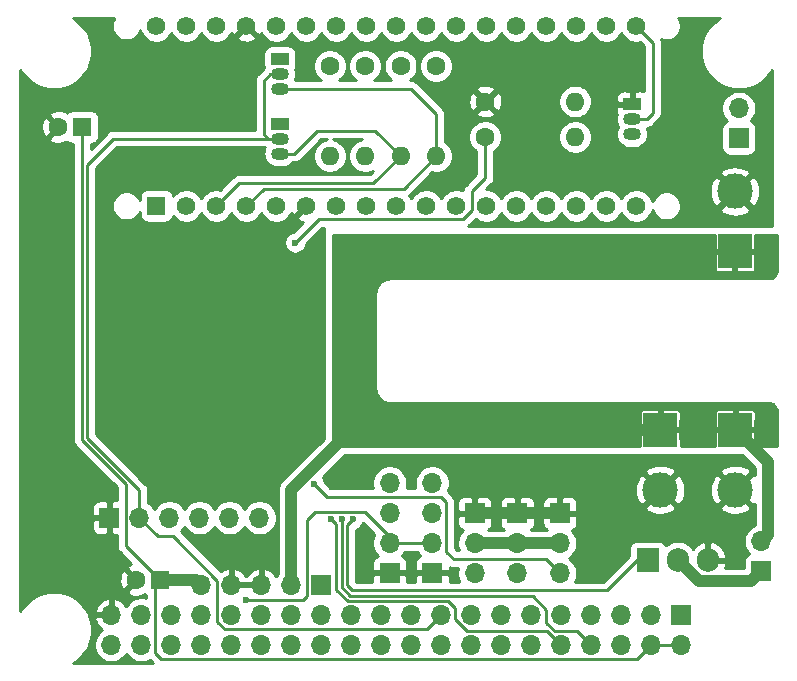
<source format=gbr>
%TF.GenerationSoftware,KiCad,Pcbnew,(5.1.8)-1*%
%TF.CreationDate,2021-09-15T23:56:30-04:00*%
%TF.ProjectId,PiRaceHat,50695261-6365-4486-9174-2e6b69636164,rev?*%
%TF.SameCoordinates,Original*%
%TF.FileFunction,Copper,L1,Top*%
%TF.FilePolarity,Positive*%
%FSLAX46Y46*%
G04 Gerber Fmt 4.6, Leading zero omitted, Abs format (unit mm)*
G04 Created by KiCad (PCBNEW (5.1.8)-1) date 2021-09-15 23:56:30*
%MOMM*%
%LPD*%
G01*
G04 APERTURE LIST*
%TA.AperFunction,ComponentPad*%
%ADD10R,1.700000X1.700000*%
%TD*%
%TA.AperFunction,ComponentPad*%
%ADD11O,1.700000X1.700000*%
%TD*%
%TA.AperFunction,ComponentPad*%
%ADD12C,3.000000*%
%TD*%
%TA.AperFunction,ComponentPad*%
%ADD13R,3.000000X3.000000*%
%TD*%
%TA.AperFunction,ComponentPad*%
%ADD14R,1.500000X1.050000*%
%TD*%
%TA.AperFunction,ComponentPad*%
%ADD15O,1.500000X1.050000*%
%TD*%
%TA.AperFunction,ComponentPad*%
%ADD16R,1.905000X2.000000*%
%TD*%
%TA.AperFunction,ComponentPad*%
%ADD17O,1.905000X2.000000*%
%TD*%
%TA.AperFunction,ComponentPad*%
%ADD18R,1.574800X1.574800*%
%TD*%
%TA.AperFunction,ComponentPad*%
%ADD19C,1.574800*%
%TD*%
%TA.AperFunction,ComponentPad*%
%ADD20R,1.600000X1.600000*%
%TD*%
%TA.AperFunction,ComponentPad*%
%ADD21C,1.600000*%
%TD*%
%TA.AperFunction,ComponentPad*%
%ADD22O,1.600000X1.600000*%
%TD*%
%TA.AperFunction,ViaPad*%
%ADD23C,0.600000*%
%TD*%
%TA.AperFunction,Conductor*%
%ADD24C,1.000000*%
%TD*%
%TA.AperFunction,Conductor*%
%ADD25C,0.250000*%
%TD*%
%TA.AperFunction,Conductor*%
%ADD26C,0.254000*%
%TD*%
%TA.AperFunction,Conductor*%
%ADD27C,0.100000*%
%TD*%
G04 APERTURE END LIST*
D10*
%TO.P,J3,1*%
%TO.N,Net-(J3-Pad1)*%
X56550000Y-78730000D03*
D11*
%TO.P,J3,2*%
%TO.N,VDD*%
X54010000Y-78730000D03*
%TO.P,J3,3*%
%TO.N,GND*%
X51470000Y-78730000D03*
%TO.P,J3,4*%
X48930000Y-78730000D03*
%TO.P,J3,5*%
%TO.N,VBUS*%
X46390000Y-78730000D03*
%TD*%
D10*
%TO.P,J2,1*%
%TO.N,GND*%
X38610000Y-73050000D03*
D11*
%TO.P,J2,2*%
%TO.N,+3V3*%
X41150000Y-73050000D03*
%TO.P,J2,3*%
%TO.N,PI_SDA*%
X43690000Y-73050000D03*
%TO.P,J2,4*%
%TO.N,PI_SCL*%
X46230000Y-73050000D03*
%TO.P,J2,5*%
%TO.N,Net-(J2-Pad5)*%
X48770000Y-73050000D03*
%TO.P,J2,6*%
%TO.N,Net-(J2-Pad6)*%
X51310000Y-73050000D03*
%TD*%
D12*
%TO.P,J7,2*%
%TO.N,GND*%
X91580000Y-70670000D03*
D13*
%TO.P,J7,1*%
%TO.N,VDD*%
X91580000Y-65590000D03*
%TD*%
D12*
%TO.P,J8,2*%
%TO.N,GND*%
X91570000Y-45410000D03*
D13*
%TO.P,J8,1*%
%TO.N,VDD*%
X91570000Y-50490000D03*
%TD*%
D12*
%TO.P,J9,2*%
%TO.N,GND*%
X85230000Y-70670000D03*
D13*
%TO.P,J9,1*%
%TO.N,VDD*%
X85230000Y-65590000D03*
%TD*%
D10*
%TO.P,J1,1*%
%TO.N,Net-(J1-Pad1)*%
X87030000Y-81270000D03*
D11*
%TO.P,J1,2*%
%TO.N,VBUS*%
X87030000Y-83810000D03*
%TO.P,J1,3*%
%TO.N,PI_SDA*%
X84490000Y-81270000D03*
%TO.P,J1,4*%
%TO.N,VBUS*%
X84490000Y-83810000D03*
%TO.P,J1,5*%
%TO.N,PI_SCL*%
X81950000Y-81270000D03*
%TO.P,J1,6*%
%TO.N,GND*%
X81950000Y-83810000D03*
%TO.P,J1,7*%
%TO.N,Net-(J1-Pad7)*%
X79410000Y-81270000D03*
%TO.P,J1,8*%
%TO.N,TX*%
X79410000Y-83810000D03*
%TO.P,J1,9*%
%TO.N,GND*%
X76870000Y-81270000D03*
%TO.P,J1,10*%
%TO.N,RX*%
X76870000Y-83810000D03*
%TO.P,J1,11*%
%TO.N,Net-(J1-Pad11)*%
X74330000Y-81270000D03*
%TO.P,J1,12*%
%TO.N,Net-(J1-Pad12)*%
X74330000Y-83810000D03*
%TO.P,J1,13*%
%TO.N,Net-(J1-Pad13)*%
X71790000Y-81270000D03*
%TO.P,J1,14*%
%TO.N,GND*%
X71790000Y-83810000D03*
%TO.P,J1,15*%
%TO.N,Net-(J1-Pad15)*%
X69250000Y-81270000D03*
%TO.P,J1,16*%
%TO.N,Net-(J1-Pad16)*%
X69250000Y-83810000D03*
%TO.P,J1,17*%
%TO.N,+3V3*%
X66710000Y-81270000D03*
%TO.P,J1,18*%
%TO.N,Net-(J1-Pad18)*%
X66710000Y-83810000D03*
%TO.P,J1,19*%
%TO.N,Net-(J1-Pad19)*%
X64170000Y-81270000D03*
%TO.P,J1,20*%
%TO.N,GND*%
X64170000Y-83810000D03*
%TO.P,J1,21*%
%TO.N,Net-(J1-Pad21)*%
X61630000Y-81270000D03*
%TO.P,J1,22*%
%TO.N,Net-(J1-Pad22)*%
X61630000Y-83810000D03*
%TO.P,J1,23*%
%TO.N,Net-(J1-Pad23)*%
X59090000Y-81270000D03*
%TO.P,J1,24*%
%TO.N,Net-(J1-Pad24)*%
X59090000Y-83810000D03*
%TO.P,J1,25*%
%TO.N,GND*%
X56550000Y-81270000D03*
%TO.P,J1,26*%
%TO.N,Net-(J1-Pad26)*%
X56550000Y-83810000D03*
%TO.P,J1,27*%
%TO.N,Net-(J1-Pad27)*%
X54010000Y-81270000D03*
%TO.P,J1,28*%
%TO.N,Net-(J1-Pad28)*%
X54010000Y-83810000D03*
%TO.P,J1,29*%
%TO.N,Net-(J1-Pad29)*%
X51470000Y-81270000D03*
%TO.P,J1,30*%
%TO.N,GND*%
X51470000Y-83810000D03*
%TO.P,J1,31*%
%TO.N,Net-(J1-Pad31)*%
X48930000Y-81270000D03*
%TO.P,J1,32*%
%TO.N,Net-(J1-Pad32)*%
X48930000Y-83810000D03*
%TO.P,J1,33*%
%TO.N,Net-(J1-Pad33)*%
X46390000Y-81270000D03*
%TO.P,J1,34*%
%TO.N,GND*%
X46390000Y-83810000D03*
%TO.P,J1,35*%
%TO.N,Net-(J1-Pad35)*%
X43850000Y-81270000D03*
%TO.P,J1,36*%
%TO.N,Net-(J1-Pad36)*%
X43850000Y-83810000D03*
%TO.P,J1,37*%
%TO.N,Net-(J1-Pad37)*%
X41310000Y-81270000D03*
%TO.P,J1,38*%
%TO.N,Net-(J1-Pad38)*%
X41310000Y-83810000D03*
%TO.P,J1,39*%
%TO.N,GND*%
X38770000Y-81270000D03*
%TO.P,J1,40*%
%TO.N,Net-(J1-Pad40)*%
X38770000Y-83810000D03*
%TD*%
D10*
%TO.P,J4,1*%
%TO.N,GND*%
X76750000Y-72660000D03*
D11*
%TO.P,J4,2*%
%TO.N,+5V*%
X76750000Y-75200000D03*
%TO.P,J4,3*%
%TO.N,ESC_PWM*%
X76750000Y-77740000D03*
%TD*%
D10*
%TO.P,J5,1*%
%TO.N,GND*%
X69540000Y-72660000D03*
D11*
%TO.P,J5,2*%
%TO.N,+5V*%
X69540000Y-75200000D03*
%TO.P,J5,3*%
%TO.N,SERVO1_PWM*%
X69540000Y-77740000D03*
%TD*%
%TO.P,J6,3*%
%TO.N,SERVO2_PWM*%
X73140000Y-77740000D03*
%TO.P,J6,2*%
%TO.N,+5V*%
X73140000Y-75200000D03*
D10*
%TO.P,J6,1*%
%TO.N,GND*%
X73140000Y-72660000D03*
%TD*%
%TO.P,J10,1*%
%TO.N,GND*%
X62340000Y-77710000D03*
D11*
%TO.P,J10,2*%
%TO.N,VBUS*%
X62340000Y-75170000D03*
%TO.P,J10,3*%
%TO.N,SCL*%
X62340000Y-72630000D03*
%TO.P,J10,4*%
%TO.N,SDA*%
X62340000Y-70090000D03*
%TD*%
%TO.P,J11,4*%
%TO.N,SDA*%
X65940000Y-70090000D03*
%TO.P,J11,3*%
%TO.N,SCL*%
X65940000Y-72630000D03*
%TO.P,J11,2*%
%TO.N,VBUS*%
X65940000Y-75170000D03*
D10*
%TO.P,J11,1*%
%TO.N,GND*%
X65940000Y-77710000D03*
%TD*%
%TO.P,J12,1*%
%TO.N,Net-(J12-Pad1)*%
X91900000Y-40900000D03*
D11*
%TO.P,J12,2*%
%TO.N,VBUS*%
X91900000Y-38360000D03*
%TD*%
%TO.P,J13,2*%
%TO.N,VDD*%
X93790000Y-75040000D03*
D10*
%TO.P,J13,1*%
%TO.N,Net-(J13-Pad1)*%
X93790000Y-77580000D03*
%TD*%
D14*
%TO.P,Q1,1*%
%TO.N,TX*%
X53030000Y-34210000D03*
D15*
%TO.P,Q1,3*%
%TO.N,Net-(Q1-Pad3)*%
X53030000Y-36750000D03*
%TO.P,Q1,2*%
%TO.N,+3V3*%
X53030000Y-35480000D03*
%TD*%
%TO.P,Q2,2*%
%TO.N,+3V3*%
X53030000Y-40940000D03*
%TO.P,Q2,3*%
%TO.N,Net-(Q2-Pad3)*%
X53030000Y-42210000D03*
D14*
%TO.P,Q2,1*%
%TO.N,RX*%
X53030000Y-39670000D03*
%TD*%
D15*
%TO.P,Q3,2*%
%TO.N,GPIO_LED*%
X82860000Y-39290000D03*
%TO.P,Q3,3*%
%TO.N,Net-(J12-Pad1)*%
X82860000Y-40560000D03*
D14*
%TO.P,Q3,1*%
%TO.N,GND*%
X82860000Y-38020000D03*
%TD*%
D16*
%TO.P,Q4,1*%
%TO.N,Net-(Q4-Pad1)*%
X84200000Y-76630000D03*
D17*
%TO.P,Q4,2*%
%TO.N,Net-(J13-Pad1)*%
X86740000Y-76630000D03*
%TO.P,Q4,3*%
%TO.N,GND*%
X89280000Y-76630000D03*
%TD*%
D18*
%TO.P,U1,1*%
%TO.N,Net-(U1-Pad1)*%
X42580000Y-46630000D03*
D19*
%TO.P,U1,2*%
%TO.N,Net-(U1-Pad2)*%
X45120000Y-46630000D03*
%TO.P,U1,3*%
%TO.N,Net-(Q2-Pad3)*%
X47660000Y-46630000D03*
%TO.P,U1,4*%
%TO.N,Net-(Q1-Pad3)*%
X50200000Y-46630000D03*
%TO.P,U1,5*%
%TO.N,Net-(U1-Pad30)*%
X52740000Y-46630000D03*
%TO.P,U1,6*%
%TO.N,GND*%
X55280000Y-46630000D03*
%TO.P,U1,7*%
%TO.N,SDA*%
X57820000Y-46630000D03*
%TO.P,U1,8*%
%TO.N,SCL*%
X60360000Y-46630000D03*
%TO.P,U1,9*%
%TO.N,Net-(U1-Pad9)*%
X62900000Y-46630000D03*
%TO.P,U1,10*%
%TO.N,Net-(U1-Pad10)*%
X65440000Y-46630000D03*
%TO.P,U1,11*%
%TO.N,Net-(U1-Pad11)*%
X67980000Y-46630000D03*
%TO.P,U1,12*%
%TO.N,Net-(U1-Pad12)*%
X70520000Y-46630000D03*
%TO.P,U1,13*%
%TO.N,Net-(U1-Pad13)*%
X73060000Y-46630000D03*
%TO.P,U1,14*%
%TO.N,SERVO1_PWM*%
X75600000Y-46630000D03*
%TO.P,U1,15*%
%TO.N,SERVO2_PWM*%
X78140000Y-46630000D03*
%TO.P,U1,16*%
%TO.N,ESC_PWM*%
X80680000Y-46630000D03*
%TO.P,U1,17*%
%TO.N,GPIO_ROCKET*%
X83220000Y-46630000D03*
%TO.P,U1,18*%
%TO.N,GPIO_LED*%
X83220000Y-31390000D03*
%TO.P,U1,19*%
%TO.N,Net-(U1-Pad19)*%
X80680000Y-31390000D03*
%TO.P,U1,20*%
%TO.N,Net-(U1-Pad20)*%
X78140000Y-31390000D03*
%TO.P,U1,21*%
%TO.N,Net-(U1-Pad21)*%
X75600000Y-31390000D03*
%TO.P,U1,22*%
%TO.N,Net-(U1-Pad22)*%
X73060000Y-31390000D03*
%TO.P,U1,23*%
%TO.N,Net-(U1-Pad23)*%
X70520000Y-31390000D03*
%TO.P,U1,24*%
%TO.N,Net-(U1-Pad24)*%
X67980000Y-31390000D03*
%TO.P,U1,25*%
%TO.N,Net-(U1-Pad25)*%
X65440000Y-31390000D03*
%TO.P,U1,26*%
%TO.N,Net-(U1-Pad26)*%
X62900000Y-31390000D03*
%TO.P,U1,27*%
%TO.N,N/C*%
X60360000Y-31390000D03*
%TO.P,U1,28*%
X57820000Y-31390000D03*
%TO.P,U1,29*%
%TO.N,VBUS*%
X55280000Y-31390000D03*
%TO.P,U1,30*%
%TO.N,Net-(U1-Pad30)*%
X52740000Y-31390000D03*
%TO.P,U1,31*%
%TO.N,GND*%
X50200000Y-31390000D03*
%TO.P,U1,32*%
%TO.N,Net-(U1-Pad32)*%
X47660000Y-31390000D03*
%TO.P,U1,33*%
%TO.N,Net-(U1-Pad33)*%
X45120000Y-31390000D03*
%TO.P,U1,34*%
%TO.N,Net-(U1-Pad34)*%
X42580000Y-31390000D03*
%TD*%
D20*
%TO.P,C1,1*%
%TO.N,VBUS*%
X42880000Y-78300000D03*
D21*
%TO.P,C1,2*%
%TO.N,GND*%
X40880000Y-78300000D03*
%TD*%
%TO.P,C2,2*%
%TO.N,GND*%
X34270000Y-39960000D03*
D20*
%TO.P,C2,1*%
%TO.N,VBUS*%
X36270000Y-39960000D03*
%TD*%
D22*
%TO.P,R1,2*%
%TO.N,TX*%
X60260000Y-42420000D03*
D21*
%TO.P,R1,1*%
%TO.N,+3V3*%
X60260000Y-34800000D03*
%TD*%
%TO.P,R2,1*%
%TO.N,+3V3*%
X57260000Y-34800000D03*
D22*
%TO.P,R2,2*%
%TO.N,RX*%
X57260000Y-42420000D03*
%TD*%
D21*
%TO.P,R3,1*%
%TO.N,VBUS*%
X66260000Y-34800000D03*
D22*
%TO.P,R3,2*%
%TO.N,Net-(Q1-Pad3)*%
X66260000Y-42420000D03*
%TD*%
%TO.P,R4,2*%
%TO.N,Net-(Q2-Pad3)*%
X63260000Y-42420000D03*
D21*
%TO.P,R4,1*%
%TO.N,VBUS*%
X63260000Y-34800000D03*
%TD*%
%TO.P,R5,1*%
%TO.N,GND*%
X70430000Y-37800000D03*
D22*
%TO.P,R5,2*%
%TO.N,GPIO_ROCKET*%
X78050000Y-37800000D03*
%TD*%
%TO.P,R6,2*%
%TO.N,GPIO_ROCKET*%
X78050000Y-40800000D03*
D21*
%TO.P,R6,1*%
%TO.N,Net-(Q4-Pad1)*%
X70430000Y-40800000D03*
%TD*%
D23*
%TO.N,VBUS*%
X50180000Y-79980000D03*
%TO.N,TX*%
X58270000Y-73165000D03*
%TO.N,RX*%
X57370000Y-73165000D03*
%TO.N,ESC_PWM*%
X55915550Y-70178664D03*
%TO.N,Net-(Q4-Pad1)*%
X59190000Y-73165000D03*
X54324130Y-49750834D03*
%TD*%
D24*
%TO.N,VBUS*%
X45960000Y-78300000D02*
X46390000Y-78730000D01*
X42880000Y-78300000D02*
X45960000Y-78300000D01*
D25*
X87030000Y-83810000D02*
X84490000Y-83810000D01*
X83314999Y-84985001D02*
X42965001Y-84985001D01*
X84490000Y-83810000D02*
X83314999Y-84985001D01*
X42485001Y-78694999D02*
X42880000Y-78300000D01*
X42485001Y-84505001D02*
X42485001Y-78694999D01*
X42965001Y-84985001D02*
X42485001Y-84505001D01*
X62340000Y-75170000D02*
X65940000Y-75170000D01*
X62340000Y-74670000D02*
X62340000Y-75170000D01*
X60210000Y-72540000D02*
X62340000Y-74670000D01*
X55299999Y-73240001D02*
X56000000Y-72540000D01*
X56000000Y-72540000D02*
X60210000Y-72540000D01*
X55300000Y-79640000D02*
X55299999Y-73240001D01*
X54960000Y-79980000D02*
X55300000Y-79640000D01*
X50180000Y-79980000D02*
X54960000Y-79980000D01*
X36270000Y-39960000D02*
X36270000Y-66460000D01*
X39974999Y-75394999D02*
X42880000Y-78300000D01*
X39974999Y-70164999D02*
X39974999Y-75394999D01*
X36270000Y-66460000D02*
X39974999Y-70164999D01*
D24*
%TO.N,GND*%
X69540000Y-72660000D02*
X76750000Y-72660000D01*
D25*
%TO.N,+3V3*%
X65534999Y-82445001D02*
X66710000Y-81270000D01*
X48365999Y-82445001D02*
X65534999Y-82445001D01*
X47754999Y-81834001D02*
X48365999Y-82445001D01*
X47754999Y-78355997D02*
X44009002Y-74610000D01*
X47754999Y-81834001D02*
X47754999Y-78355997D01*
X42710000Y-74610000D02*
X41150000Y-73050000D01*
X44009002Y-74610000D02*
X42710000Y-74610000D01*
X41150000Y-70703590D02*
X41150000Y-73050000D01*
X36720010Y-66273600D02*
X41150000Y-70703590D01*
X36720010Y-43149990D02*
X36720010Y-66273600D01*
X38930000Y-40940000D02*
X36720010Y-43149990D01*
X53030000Y-40940000D02*
X38930000Y-40940000D01*
X53030000Y-35480000D02*
X52220000Y-35480000D01*
X52220000Y-35480000D02*
X51670000Y-36030000D01*
X52030000Y-40940000D02*
X53030000Y-40940000D01*
X51670000Y-40580000D02*
X52030000Y-40940000D01*
X51670000Y-36030000D02*
X51670000Y-40580000D01*
%TO.N,TX*%
X78234999Y-82634999D02*
X79410000Y-83810000D01*
X76331409Y-82634999D02*
X78234999Y-82634999D01*
X75610000Y-81913590D02*
X76331409Y-82634999D01*
X75610000Y-80810998D02*
X75610000Y-81913590D01*
X58958579Y-79644989D02*
X74443991Y-79644989D01*
X58260011Y-78946421D02*
X58958579Y-79644989D01*
X58260010Y-73174990D02*
X58260011Y-78946421D01*
X74443991Y-79644989D02*
X75610000Y-80810998D01*
X58270000Y-73165000D02*
X58260010Y-73174990D01*
%TO.N,RX*%
X67885001Y-81644003D02*
X67885001Y-80705999D01*
X76870000Y-83810000D02*
X75694999Y-82634999D01*
X75694999Y-82634999D02*
X68875997Y-82634999D01*
X68875997Y-82634999D02*
X67885001Y-81644003D01*
X67885001Y-80705999D02*
X67274001Y-80094999D01*
X67274001Y-80094999D02*
X62505001Y-80094999D01*
X62505001Y-80094999D02*
X60805001Y-80094999D01*
X60295001Y-80094999D02*
X62505001Y-80094999D01*
X58772179Y-80094999D02*
X60295001Y-80094999D01*
X57810000Y-79132820D02*
X58772179Y-80094999D01*
X57810000Y-73605000D02*
X57810000Y-79132820D01*
X57370000Y-73165000D02*
X57810000Y-73605000D01*
D24*
%TO.N,VDD*%
X91580000Y-65590000D02*
X91620000Y-65590000D01*
X91620000Y-65590000D02*
X94350000Y-68320000D01*
X94350000Y-74480000D02*
X93790000Y-75040000D01*
X94350000Y-68320000D02*
X94350000Y-74480000D01*
X85230000Y-65590000D02*
X59090000Y-65590000D01*
X54010000Y-70670000D02*
X59090000Y-65590000D01*
X54010000Y-78730000D02*
X54010000Y-70670000D01*
%TO.N,+5V*%
X69540000Y-75200000D02*
X76750000Y-75200000D01*
D25*
%TO.N,ESC_PWM*%
X57001887Y-71265001D02*
X66665001Y-71265001D01*
X55915550Y-70178664D02*
X57001887Y-71265001D01*
X67115001Y-71715001D02*
X67115001Y-75935001D01*
X66665001Y-71265001D02*
X67115001Y-71715001D01*
X75574999Y-76564999D02*
X76750000Y-77740000D01*
X67744999Y-76564999D02*
X75574999Y-76564999D01*
X67115001Y-75935001D02*
X67744999Y-76564999D01*
D24*
%TO.N,Net-(J13-Pad1)*%
X86740000Y-76630000D02*
X86740000Y-76640000D01*
X86740000Y-76640000D02*
X88530000Y-78430000D01*
X92940000Y-78430000D02*
X93790000Y-77580000D01*
X88530000Y-78430000D02*
X92940000Y-78430000D01*
D25*
%TO.N,Net-(Q1-Pad3)*%
X50200000Y-46630000D02*
X51660000Y-45170000D01*
X63510000Y-45170000D02*
X66260000Y-42420000D01*
X51660000Y-45170000D02*
X63510000Y-45170000D01*
X53030000Y-36750000D02*
X64160000Y-36750000D01*
X66260000Y-38850000D02*
X66260000Y-42420000D01*
X64160000Y-36750000D02*
X66260000Y-38850000D01*
%TO.N,Net-(Q2-Pad3)*%
X47660000Y-46630000D02*
X49570010Y-44719990D01*
X60960010Y-44719990D02*
X63260000Y-42420000D01*
X49570010Y-44719990D02*
X60960010Y-44719990D01*
X53030000Y-42210000D02*
X54250000Y-42210000D01*
X54250000Y-42210000D02*
X56200000Y-40260000D01*
X61100000Y-40260000D02*
X63260000Y-42420000D01*
X56200000Y-40260000D02*
X61100000Y-40260000D01*
%TO.N,GPIO_LED*%
X82860000Y-39290000D02*
X84090000Y-39290000D01*
X84090000Y-39290000D02*
X84640000Y-38740000D01*
X84640000Y-32810000D02*
X83220000Y-31390000D01*
X84640000Y-38740000D02*
X84640000Y-32810000D01*
%TO.N,Net-(Q4-Pad1)*%
X84200000Y-76630000D02*
X83300000Y-76630000D01*
X83300000Y-76630000D02*
X80735021Y-79194979D01*
X80735021Y-79194979D02*
X61067749Y-79194979D01*
X59144979Y-79194979D02*
X58710020Y-78760020D01*
X61067749Y-79194979D02*
X59144979Y-79194979D01*
X58710020Y-73644980D02*
X59190000Y-73165000D01*
X58710020Y-78760020D02*
X58710020Y-73644980D01*
X70430000Y-40800000D02*
X70430000Y-44240000D01*
X70430000Y-44240000D02*
X69270000Y-45400000D01*
X68513953Y-47742401D02*
X58353953Y-47742401D01*
X69270000Y-46986354D02*
X68513953Y-47742401D01*
X69270000Y-45400000D02*
X69270000Y-46986354D01*
X56332563Y-47742401D02*
X54324130Y-49750834D01*
X58353953Y-47742401D02*
X56332563Y-47742401D01*
%TD*%
D26*
%TO.N,VDD*%
X89843000Y-50306250D02*
X89899750Y-50363000D01*
X91443000Y-50363000D01*
X91443000Y-50343000D01*
X91697000Y-50343000D01*
X91697000Y-50363000D01*
X93240250Y-50363000D01*
X93297000Y-50306250D01*
X93297992Y-49117000D01*
X95123000Y-49117000D01*
X95123000Y-52026453D01*
X95107927Y-52180175D01*
X95067217Y-52315010D01*
X95001096Y-52439367D01*
X94912077Y-52548514D01*
X94803554Y-52638293D01*
X94679659Y-52705282D01*
X94545110Y-52746932D01*
X94392240Y-52763000D01*
X62386394Y-52763000D01*
X62374135Y-52764207D01*
X62367913Y-52764164D01*
X62364064Y-52764542D01*
X62169967Y-52784943D01*
X62145385Y-52789989D01*
X62120714Y-52794695D01*
X62117013Y-52795812D01*
X62117007Y-52795814D01*
X61930573Y-52853525D01*
X61907424Y-52863256D01*
X61884152Y-52872658D01*
X61880736Y-52874474D01*
X61709060Y-52967299D01*
X61688228Y-52981350D01*
X61667237Y-52995086D01*
X61664240Y-52997530D01*
X61513862Y-53121934D01*
X61496173Y-53139747D01*
X61478235Y-53157313D01*
X61475769Y-53160294D01*
X61352419Y-53311536D01*
X61338516Y-53332461D01*
X61324342Y-53353162D01*
X61322507Y-53356556D01*
X61322502Y-53356564D01*
X61322499Y-53356572D01*
X61230877Y-53528887D01*
X61221307Y-53552105D01*
X61211420Y-53575173D01*
X61210280Y-53578858D01*
X61210276Y-53578868D01*
X61210274Y-53578878D01*
X61153867Y-53765704D01*
X61148992Y-53790328D01*
X61143771Y-53814889D01*
X61143367Y-53818736D01*
X61124322Y-54012969D01*
X61124322Y-54012981D01*
X61123001Y-54026394D01*
X61123000Y-62053605D01*
X61124207Y-62065864D01*
X61124164Y-62072087D01*
X61124542Y-62075936D01*
X61144942Y-62270033D01*
X61149996Y-62294652D01*
X61154695Y-62319286D01*
X61155813Y-62322989D01*
X61213525Y-62509427D01*
X61223256Y-62532576D01*
X61232658Y-62555848D01*
X61234472Y-62559259D01*
X61234474Y-62559264D01*
X61234477Y-62559268D01*
X61327299Y-62730940D01*
X61341328Y-62751740D01*
X61355085Y-62772762D01*
X61357530Y-62775760D01*
X61481934Y-62926138D01*
X61499747Y-62943827D01*
X61517313Y-62961765D01*
X61520294Y-62964231D01*
X61671536Y-63087581D01*
X61692477Y-63101494D01*
X61713162Y-63115658D01*
X61716560Y-63117495D01*
X61716564Y-63117498D01*
X61716568Y-63117500D01*
X61888887Y-63209123D01*
X61912093Y-63218688D01*
X61935173Y-63228580D01*
X61938868Y-63229724D01*
X62125705Y-63286133D01*
X62150345Y-63291012D01*
X62174888Y-63296229D01*
X62178726Y-63296632D01*
X62178736Y-63296634D01*
X62178745Y-63296634D01*
X62372969Y-63315678D01*
X62372971Y-63315678D01*
X62386394Y-63317000D01*
X94386452Y-63317000D01*
X94540171Y-63332072D01*
X94675008Y-63372782D01*
X94799367Y-63438905D01*
X94908514Y-63527923D01*
X94998294Y-63636448D01*
X95065282Y-63760340D01*
X95106932Y-63894889D01*
X95123001Y-64047778D01*
X95123001Y-66963000D01*
X93307992Y-66963000D01*
X93307000Y-65773750D01*
X93250250Y-65717000D01*
X91707000Y-65717000D01*
X91707000Y-65737000D01*
X91453000Y-65737000D01*
X91453000Y-65717000D01*
X89909750Y-65717000D01*
X89853000Y-65773750D01*
X89852008Y-66963000D01*
X86957992Y-66963000D01*
X86957000Y-65773750D01*
X86900250Y-65717000D01*
X85357000Y-65717000D01*
X85357000Y-65737000D01*
X85103000Y-65737000D01*
X85103000Y-65717000D01*
X83559750Y-65717000D01*
X83503000Y-65773750D01*
X83502008Y-66963000D01*
X57507000Y-66963000D01*
X57507000Y-64090000D01*
X83501902Y-64090000D01*
X83503000Y-65406250D01*
X83559750Y-65463000D01*
X85103000Y-65463000D01*
X85103000Y-63919750D01*
X85357000Y-63919750D01*
X85357000Y-65463000D01*
X86900250Y-65463000D01*
X86957000Y-65406250D01*
X86958098Y-64090000D01*
X89851902Y-64090000D01*
X89853000Y-65406250D01*
X89909750Y-65463000D01*
X91453000Y-65463000D01*
X91453000Y-63919750D01*
X91707000Y-63919750D01*
X91707000Y-65463000D01*
X93250250Y-65463000D01*
X93307000Y-65406250D01*
X93308098Y-64090000D01*
X93303715Y-64045500D01*
X93290735Y-64002711D01*
X93269657Y-63963276D01*
X93241290Y-63928710D01*
X93206724Y-63900343D01*
X93167289Y-63879265D01*
X93124500Y-63866285D01*
X93080000Y-63861902D01*
X91763750Y-63863000D01*
X91707000Y-63919750D01*
X91453000Y-63919750D01*
X91396250Y-63863000D01*
X90080000Y-63861902D01*
X90035500Y-63866285D01*
X89992711Y-63879265D01*
X89953276Y-63900343D01*
X89918710Y-63928710D01*
X89890343Y-63963276D01*
X89869265Y-64002711D01*
X89856285Y-64045500D01*
X89851902Y-64090000D01*
X86958098Y-64090000D01*
X86953715Y-64045500D01*
X86940735Y-64002711D01*
X86919657Y-63963276D01*
X86891290Y-63928710D01*
X86856724Y-63900343D01*
X86817289Y-63879265D01*
X86774500Y-63866285D01*
X86730000Y-63861902D01*
X85413750Y-63863000D01*
X85357000Y-63919750D01*
X85103000Y-63919750D01*
X85046250Y-63863000D01*
X83730000Y-63861902D01*
X83685500Y-63866285D01*
X83642711Y-63879265D01*
X83603276Y-63900343D01*
X83568710Y-63928710D01*
X83540343Y-63963276D01*
X83519265Y-64002711D01*
X83506285Y-64045500D01*
X83501902Y-64090000D01*
X57507000Y-64090000D01*
X57507000Y-51990000D01*
X89841902Y-51990000D01*
X89846285Y-52034500D01*
X89859265Y-52077289D01*
X89880343Y-52116724D01*
X89908710Y-52151290D01*
X89943276Y-52179657D01*
X89982711Y-52200735D01*
X90025500Y-52213715D01*
X90070000Y-52218098D01*
X91386250Y-52217000D01*
X91443000Y-52160250D01*
X91443000Y-50617000D01*
X91697000Y-50617000D01*
X91697000Y-52160250D01*
X91753750Y-52217000D01*
X93070000Y-52218098D01*
X93114500Y-52213715D01*
X93157289Y-52200735D01*
X93196724Y-52179657D01*
X93231290Y-52151290D01*
X93259657Y-52116724D01*
X93280735Y-52077289D01*
X93293715Y-52034500D01*
X93298098Y-51990000D01*
X93297000Y-50673750D01*
X93240250Y-50617000D01*
X91697000Y-50617000D01*
X91443000Y-50617000D01*
X89899750Y-50617000D01*
X89843000Y-50673750D01*
X89841902Y-51990000D01*
X57507000Y-51990000D01*
X57507000Y-49117000D01*
X89842008Y-49117000D01*
X89843000Y-50306250D01*
%TA.AperFunction,Conductor*%
D27*
G36*
X89843000Y-50306250D02*
G01*
X89899750Y-50363000D01*
X91443000Y-50363000D01*
X91443000Y-50343000D01*
X91697000Y-50343000D01*
X91697000Y-50363000D01*
X93240250Y-50363000D01*
X93297000Y-50306250D01*
X93297992Y-49117000D01*
X95123000Y-49117000D01*
X95123000Y-52026453D01*
X95107927Y-52180175D01*
X95067217Y-52315010D01*
X95001096Y-52439367D01*
X94912077Y-52548514D01*
X94803554Y-52638293D01*
X94679659Y-52705282D01*
X94545110Y-52746932D01*
X94392240Y-52763000D01*
X62386394Y-52763000D01*
X62374135Y-52764207D01*
X62367913Y-52764164D01*
X62364064Y-52764542D01*
X62169967Y-52784943D01*
X62145385Y-52789989D01*
X62120714Y-52794695D01*
X62117013Y-52795812D01*
X62117007Y-52795814D01*
X61930573Y-52853525D01*
X61907424Y-52863256D01*
X61884152Y-52872658D01*
X61880736Y-52874474D01*
X61709060Y-52967299D01*
X61688228Y-52981350D01*
X61667237Y-52995086D01*
X61664240Y-52997530D01*
X61513862Y-53121934D01*
X61496173Y-53139747D01*
X61478235Y-53157313D01*
X61475769Y-53160294D01*
X61352419Y-53311536D01*
X61338516Y-53332461D01*
X61324342Y-53353162D01*
X61322507Y-53356556D01*
X61322502Y-53356564D01*
X61322499Y-53356572D01*
X61230877Y-53528887D01*
X61221307Y-53552105D01*
X61211420Y-53575173D01*
X61210280Y-53578858D01*
X61210276Y-53578868D01*
X61210274Y-53578878D01*
X61153867Y-53765704D01*
X61148992Y-53790328D01*
X61143771Y-53814889D01*
X61143367Y-53818736D01*
X61124322Y-54012969D01*
X61124322Y-54012981D01*
X61123001Y-54026394D01*
X61123000Y-62053605D01*
X61124207Y-62065864D01*
X61124164Y-62072087D01*
X61124542Y-62075936D01*
X61144942Y-62270033D01*
X61149996Y-62294652D01*
X61154695Y-62319286D01*
X61155813Y-62322989D01*
X61213525Y-62509427D01*
X61223256Y-62532576D01*
X61232658Y-62555848D01*
X61234472Y-62559259D01*
X61234474Y-62559264D01*
X61234477Y-62559268D01*
X61327299Y-62730940D01*
X61341328Y-62751740D01*
X61355085Y-62772762D01*
X61357530Y-62775760D01*
X61481934Y-62926138D01*
X61499747Y-62943827D01*
X61517313Y-62961765D01*
X61520294Y-62964231D01*
X61671536Y-63087581D01*
X61692477Y-63101494D01*
X61713162Y-63115658D01*
X61716560Y-63117495D01*
X61716564Y-63117498D01*
X61716568Y-63117500D01*
X61888887Y-63209123D01*
X61912093Y-63218688D01*
X61935173Y-63228580D01*
X61938868Y-63229724D01*
X62125705Y-63286133D01*
X62150345Y-63291012D01*
X62174888Y-63296229D01*
X62178726Y-63296632D01*
X62178736Y-63296634D01*
X62178745Y-63296634D01*
X62372969Y-63315678D01*
X62372971Y-63315678D01*
X62386394Y-63317000D01*
X94386452Y-63317000D01*
X94540171Y-63332072D01*
X94675008Y-63372782D01*
X94799367Y-63438905D01*
X94908514Y-63527923D01*
X94998294Y-63636448D01*
X95065282Y-63760340D01*
X95106932Y-63894889D01*
X95123001Y-64047778D01*
X95123001Y-66963000D01*
X93307992Y-66963000D01*
X93307000Y-65773750D01*
X93250250Y-65717000D01*
X91707000Y-65717000D01*
X91707000Y-65737000D01*
X91453000Y-65737000D01*
X91453000Y-65717000D01*
X89909750Y-65717000D01*
X89853000Y-65773750D01*
X89852008Y-66963000D01*
X86957992Y-66963000D01*
X86957000Y-65773750D01*
X86900250Y-65717000D01*
X85357000Y-65717000D01*
X85357000Y-65737000D01*
X85103000Y-65737000D01*
X85103000Y-65717000D01*
X83559750Y-65717000D01*
X83503000Y-65773750D01*
X83502008Y-66963000D01*
X57507000Y-66963000D01*
X57507000Y-64090000D01*
X83501902Y-64090000D01*
X83503000Y-65406250D01*
X83559750Y-65463000D01*
X85103000Y-65463000D01*
X85103000Y-63919750D01*
X85357000Y-63919750D01*
X85357000Y-65463000D01*
X86900250Y-65463000D01*
X86957000Y-65406250D01*
X86958098Y-64090000D01*
X89851902Y-64090000D01*
X89853000Y-65406250D01*
X89909750Y-65463000D01*
X91453000Y-65463000D01*
X91453000Y-63919750D01*
X91707000Y-63919750D01*
X91707000Y-65463000D01*
X93250250Y-65463000D01*
X93307000Y-65406250D01*
X93308098Y-64090000D01*
X93303715Y-64045500D01*
X93290735Y-64002711D01*
X93269657Y-63963276D01*
X93241290Y-63928710D01*
X93206724Y-63900343D01*
X93167289Y-63879265D01*
X93124500Y-63866285D01*
X93080000Y-63861902D01*
X91763750Y-63863000D01*
X91707000Y-63919750D01*
X91453000Y-63919750D01*
X91396250Y-63863000D01*
X90080000Y-63861902D01*
X90035500Y-63866285D01*
X89992711Y-63879265D01*
X89953276Y-63900343D01*
X89918710Y-63928710D01*
X89890343Y-63963276D01*
X89869265Y-64002711D01*
X89856285Y-64045500D01*
X89851902Y-64090000D01*
X86958098Y-64090000D01*
X86953715Y-64045500D01*
X86940735Y-64002711D01*
X86919657Y-63963276D01*
X86891290Y-63928710D01*
X86856724Y-63900343D01*
X86817289Y-63879265D01*
X86774500Y-63866285D01*
X86730000Y-63861902D01*
X85413750Y-63863000D01*
X85357000Y-63919750D01*
X85103000Y-63919750D01*
X85046250Y-63863000D01*
X83730000Y-63861902D01*
X83685500Y-63866285D01*
X83642711Y-63879265D01*
X83603276Y-63900343D01*
X83568710Y-63928710D01*
X83540343Y-63963276D01*
X83519265Y-64002711D01*
X83506285Y-64045500D01*
X83501902Y-64090000D01*
X57507000Y-64090000D01*
X57507000Y-51990000D01*
X89841902Y-51990000D01*
X89846285Y-52034500D01*
X89859265Y-52077289D01*
X89880343Y-52116724D01*
X89908710Y-52151290D01*
X89943276Y-52179657D01*
X89982711Y-52200735D01*
X90025500Y-52213715D01*
X90070000Y-52218098D01*
X91386250Y-52217000D01*
X91443000Y-52160250D01*
X91443000Y-50617000D01*
X91697000Y-50617000D01*
X91697000Y-52160250D01*
X91753750Y-52217000D01*
X93070000Y-52218098D01*
X93114500Y-52213715D01*
X93157289Y-52200735D01*
X93196724Y-52179657D01*
X93231290Y-52151290D01*
X93259657Y-52116724D01*
X93280735Y-52077289D01*
X93293715Y-52034500D01*
X93298098Y-51990000D01*
X93297000Y-50673750D01*
X93240250Y-50617000D01*
X91697000Y-50617000D01*
X91443000Y-50617000D01*
X89899750Y-50617000D01*
X89843000Y-50673750D01*
X89841902Y-51990000D01*
X57507000Y-51990000D01*
X57507000Y-49117000D01*
X89842008Y-49117000D01*
X89843000Y-50306250D01*
G37*
%TD.AperFunction*%
%TD*%
D26*
%TO.N,GND*%
X38952647Y-30808798D02*
X38860153Y-31032097D01*
X38813000Y-31269151D01*
X38813000Y-31510849D01*
X38860153Y-31747903D01*
X38952647Y-31971202D01*
X39086927Y-32172167D01*
X39257833Y-32343073D01*
X39458798Y-32477353D01*
X39682097Y-32569847D01*
X39919151Y-32617000D01*
X40160849Y-32617000D01*
X40397903Y-32569847D01*
X40621202Y-32477353D01*
X40822167Y-32343073D01*
X40993073Y-32172167D01*
X41127353Y-31971202D01*
X41212574Y-31765462D01*
X41219954Y-31802565D01*
X41326575Y-32059970D01*
X41481364Y-32291628D01*
X41678372Y-32488636D01*
X41910030Y-32643425D01*
X42167435Y-32750046D01*
X42440694Y-32804400D01*
X42719306Y-32804400D01*
X42992565Y-32750046D01*
X43249970Y-32643425D01*
X43481628Y-32488636D01*
X43678636Y-32291628D01*
X43833425Y-32059970D01*
X43850000Y-32019955D01*
X43866575Y-32059970D01*
X44021364Y-32291628D01*
X44218372Y-32488636D01*
X44450030Y-32643425D01*
X44707435Y-32750046D01*
X44980694Y-32804400D01*
X45259306Y-32804400D01*
X45532565Y-32750046D01*
X45789970Y-32643425D01*
X46021628Y-32488636D01*
X46218636Y-32291628D01*
X46373425Y-32059970D01*
X46390000Y-32019955D01*
X46406575Y-32059970D01*
X46561364Y-32291628D01*
X46758372Y-32488636D01*
X46990030Y-32643425D01*
X47247435Y-32750046D01*
X47520694Y-32804400D01*
X47799306Y-32804400D01*
X48072565Y-32750046D01*
X48329970Y-32643425D01*
X48561628Y-32488636D01*
X48680850Y-32369414D01*
X49400192Y-32369414D01*
X49470701Y-32609859D01*
X49722697Y-32728700D01*
X49993035Y-32796094D01*
X50271327Y-32809453D01*
X50546879Y-32768264D01*
X50809100Y-32674108D01*
X50929299Y-32609859D01*
X50999808Y-32369414D01*
X50200000Y-31569605D01*
X49400192Y-32369414D01*
X48680850Y-32369414D01*
X48758636Y-32291628D01*
X48913425Y-32059970D01*
X48928707Y-32023075D01*
X48980141Y-32119299D01*
X49220586Y-32189808D01*
X50020395Y-31390000D01*
X50006252Y-31375858D01*
X50185858Y-31196252D01*
X50200000Y-31210395D01*
X50214142Y-31196252D01*
X50393748Y-31375858D01*
X50379605Y-31390000D01*
X51179414Y-32189808D01*
X51419859Y-32119299D01*
X51468461Y-32016240D01*
X51486575Y-32059970D01*
X51641364Y-32291628D01*
X51838372Y-32488636D01*
X52070030Y-32643425D01*
X52327435Y-32750046D01*
X52600694Y-32804400D01*
X52879306Y-32804400D01*
X53152565Y-32750046D01*
X53409970Y-32643425D01*
X53641628Y-32488636D01*
X53838636Y-32291628D01*
X53993425Y-32059970D01*
X54010000Y-32019955D01*
X54026575Y-32059970D01*
X54181364Y-32291628D01*
X54378372Y-32488636D01*
X54610030Y-32643425D01*
X54867435Y-32750046D01*
X55140694Y-32804400D01*
X55419306Y-32804400D01*
X55692565Y-32750046D01*
X55949970Y-32643425D01*
X56181628Y-32488636D01*
X56378636Y-32291628D01*
X56533425Y-32059970D01*
X56550000Y-32019955D01*
X56566575Y-32059970D01*
X56721364Y-32291628D01*
X56918372Y-32488636D01*
X57150030Y-32643425D01*
X57407435Y-32750046D01*
X57680694Y-32804400D01*
X57959306Y-32804400D01*
X58232565Y-32750046D01*
X58489970Y-32643425D01*
X58721628Y-32488636D01*
X58918636Y-32291628D01*
X59073425Y-32059970D01*
X59090000Y-32019955D01*
X59106575Y-32059970D01*
X59261364Y-32291628D01*
X59458372Y-32488636D01*
X59690030Y-32643425D01*
X59947435Y-32750046D01*
X60220694Y-32804400D01*
X60499306Y-32804400D01*
X60772565Y-32750046D01*
X61029970Y-32643425D01*
X61261628Y-32488636D01*
X61458636Y-32291628D01*
X61613425Y-32059970D01*
X61630000Y-32019955D01*
X61646575Y-32059970D01*
X61801364Y-32291628D01*
X61998372Y-32488636D01*
X62230030Y-32643425D01*
X62487435Y-32750046D01*
X62760694Y-32804400D01*
X63039306Y-32804400D01*
X63312565Y-32750046D01*
X63569970Y-32643425D01*
X63801628Y-32488636D01*
X63998636Y-32291628D01*
X64153425Y-32059970D01*
X64170000Y-32019955D01*
X64186575Y-32059970D01*
X64341364Y-32291628D01*
X64538372Y-32488636D01*
X64770030Y-32643425D01*
X65027435Y-32750046D01*
X65300694Y-32804400D01*
X65579306Y-32804400D01*
X65852565Y-32750046D01*
X66109970Y-32643425D01*
X66341628Y-32488636D01*
X66538636Y-32291628D01*
X66693425Y-32059970D01*
X66710000Y-32019955D01*
X66726575Y-32059970D01*
X66881364Y-32291628D01*
X67078372Y-32488636D01*
X67310030Y-32643425D01*
X67567435Y-32750046D01*
X67840694Y-32804400D01*
X68119306Y-32804400D01*
X68392565Y-32750046D01*
X68649970Y-32643425D01*
X68881628Y-32488636D01*
X69078636Y-32291628D01*
X69233425Y-32059970D01*
X69250000Y-32019955D01*
X69266575Y-32059970D01*
X69421364Y-32291628D01*
X69618372Y-32488636D01*
X69850030Y-32643425D01*
X70107435Y-32750046D01*
X70380694Y-32804400D01*
X70659306Y-32804400D01*
X70932565Y-32750046D01*
X71189970Y-32643425D01*
X71421628Y-32488636D01*
X71618636Y-32291628D01*
X71773425Y-32059970D01*
X71790000Y-32019955D01*
X71806575Y-32059970D01*
X71961364Y-32291628D01*
X72158372Y-32488636D01*
X72390030Y-32643425D01*
X72647435Y-32750046D01*
X72920694Y-32804400D01*
X73199306Y-32804400D01*
X73472565Y-32750046D01*
X73729970Y-32643425D01*
X73961628Y-32488636D01*
X74158636Y-32291628D01*
X74313425Y-32059970D01*
X74330000Y-32019955D01*
X74346575Y-32059970D01*
X74501364Y-32291628D01*
X74698372Y-32488636D01*
X74930030Y-32643425D01*
X75187435Y-32750046D01*
X75460694Y-32804400D01*
X75739306Y-32804400D01*
X76012565Y-32750046D01*
X76269970Y-32643425D01*
X76501628Y-32488636D01*
X76698636Y-32291628D01*
X76853425Y-32059970D01*
X76870000Y-32019955D01*
X76886575Y-32059970D01*
X77041364Y-32291628D01*
X77238372Y-32488636D01*
X77470030Y-32643425D01*
X77727435Y-32750046D01*
X78000694Y-32804400D01*
X78279306Y-32804400D01*
X78552565Y-32750046D01*
X78809970Y-32643425D01*
X79041628Y-32488636D01*
X79238636Y-32291628D01*
X79393425Y-32059970D01*
X79410000Y-32019955D01*
X79426575Y-32059970D01*
X79581364Y-32291628D01*
X79778372Y-32488636D01*
X80010030Y-32643425D01*
X80267435Y-32750046D01*
X80540694Y-32804400D01*
X80819306Y-32804400D01*
X81092565Y-32750046D01*
X81349970Y-32643425D01*
X81581628Y-32488636D01*
X81778636Y-32291628D01*
X81933425Y-32059970D01*
X81950000Y-32019955D01*
X81966575Y-32059970D01*
X82121364Y-32291628D01*
X82318372Y-32488636D01*
X82550030Y-32643425D01*
X82807435Y-32750046D01*
X83080694Y-32804400D01*
X83359306Y-32804400D01*
X83535804Y-32769293D01*
X83888001Y-33121490D01*
X83888000Y-36932646D01*
X83851104Y-36912924D01*
X83732914Y-36877072D01*
X83610000Y-36864966D01*
X83143750Y-36868000D01*
X82987000Y-37024750D01*
X82987000Y-37893000D01*
X83007000Y-37893000D01*
X83007000Y-38138000D01*
X82578405Y-38138000D01*
X82487025Y-38147000D01*
X81639750Y-38147000D01*
X81483000Y-38303750D01*
X81479966Y-38545000D01*
X81492072Y-38667914D01*
X81527924Y-38786104D01*
X81563710Y-38853053D01*
X81499668Y-39064169D01*
X81477426Y-39290000D01*
X81499668Y-39515831D01*
X81565541Y-39732984D01*
X81668175Y-39925000D01*
X81565541Y-40117016D01*
X81499668Y-40334169D01*
X81477426Y-40560000D01*
X81499668Y-40785831D01*
X81565541Y-41002984D01*
X81672512Y-41203114D01*
X81816472Y-41378528D01*
X81991886Y-41522488D01*
X82192016Y-41629459D01*
X82409169Y-41695332D01*
X82578405Y-41712000D01*
X83141595Y-41712000D01*
X83310831Y-41695332D01*
X83527984Y-41629459D01*
X83728114Y-41522488D01*
X83903528Y-41378528D01*
X84047488Y-41203114D01*
X84154459Y-41002984D01*
X84220332Y-40785831D01*
X84242574Y-40560000D01*
X84220332Y-40334169D01*
X84154459Y-40117016D01*
X84118639Y-40050000D01*
X90419967Y-40050000D01*
X90419967Y-41750000D01*
X90432073Y-41872913D01*
X90467925Y-41991103D01*
X90526147Y-42100028D01*
X90604499Y-42195501D01*
X90699972Y-42273853D01*
X90808897Y-42332075D01*
X90927087Y-42367927D01*
X91050000Y-42380033D01*
X92750000Y-42380033D01*
X92872913Y-42367927D01*
X92991103Y-42332075D01*
X93100028Y-42273853D01*
X93195501Y-42195501D01*
X93273853Y-42100028D01*
X93332075Y-41991103D01*
X93367927Y-41872913D01*
X93380033Y-41750000D01*
X93380033Y-40050000D01*
X93367927Y-39927087D01*
X93332075Y-39808897D01*
X93273853Y-39699972D01*
X93195501Y-39604499D01*
X93100028Y-39526147D01*
X92991103Y-39467925D01*
X92906525Y-39442269D01*
X93047261Y-39301533D01*
X93208901Y-39059622D01*
X93320240Y-38790825D01*
X93377000Y-38505472D01*
X93377000Y-38214528D01*
X93320240Y-37929175D01*
X93208901Y-37660378D01*
X93047261Y-37418467D01*
X92841533Y-37212739D01*
X92599622Y-37051099D01*
X92330825Y-36939760D01*
X92045472Y-36883000D01*
X91754528Y-36883000D01*
X91469175Y-36939760D01*
X91200378Y-37051099D01*
X90958467Y-37212739D01*
X90752739Y-37418467D01*
X90591099Y-37660378D01*
X90479760Y-37929175D01*
X90423000Y-38214528D01*
X90423000Y-38505472D01*
X90479760Y-38790825D01*
X90591099Y-39059622D01*
X90752739Y-39301533D01*
X90893475Y-39442269D01*
X90808897Y-39467925D01*
X90699972Y-39526147D01*
X90604499Y-39604499D01*
X90526147Y-39699972D01*
X90467925Y-39808897D01*
X90432073Y-39927087D01*
X90419967Y-40050000D01*
X84118639Y-40050000D01*
X84114991Y-40043176D01*
X84126935Y-40042000D01*
X84126938Y-40042000D01*
X84237418Y-40031119D01*
X84379170Y-39988118D01*
X84509810Y-39918290D01*
X84624317Y-39824317D01*
X84647867Y-39795621D01*
X85145627Y-39297862D01*
X85174317Y-39274317D01*
X85220163Y-39218453D01*
X85268290Y-39159811D01*
X85305613Y-39089983D01*
X85338118Y-39029170D01*
X85381119Y-38887418D01*
X85392000Y-38776938D01*
X85392000Y-38776936D01*
X85395638Y-38740001D01*
X85392000Y-38703065D01*
X85392000Y-32846935D01*
X85395638Y-32809999D01*
X85390592Y-32758765D01*
X85381119Y-32662582D01*
X85345930Y-32546582D01*
X85402097Y-32569847D01*
X85639151Y-32617000D01*
X85880849Y-32617000D01*
X86117903Y-32569847D01*
X86341202Y-32477353D01*
X86542167Y-32343073D01*
X86713073Y-32172167D01*
X86847353Y-31971202D01*
X86939847Y-31747903D01*
X86987000Y-31510849D01*
X86987000Y-31269151D01*
X86939847Y-31032097D01*
X86847353Y-30808798D01*
X86786016Y-30717000D01*
X90316472Y-30717000D01*
X89842907Y-31033425D01*
X89393425Y-31482907D01*
X89040270Y-32011442D01*
X88797012Y-32598719D01*
X88673000Y-33222168D01*
X88673000Y-33857832D01*
X88797012Y-34481281D01*
X89040270Y-35068558D01*
X89393425Y-35597093D01*
X89842907Y-36046575D01*
X90371442Y-36399730D01*
X90958719Y-36642988D01*
X91582168Y-36767000D01*
X92217832Y-36767000D01*
X92841281Y-36642988D01*
X93428558Y-36399730D01*
X93957093Y-36046575D01*
X94406575Y-35597093D01*
X94723001Y-35123527D01*
X94723000Y-48363000D01*
X93100794Y-48363000D01*
X93070000Y-48359967D01*
X90070000Y-48359967D01*
X90039206Y-48363000D01*
X68943135Y-48363000D01*
X69048270Y-48276718D01*
X69071820Y-48248022D01*
X69604789Y-47715053D01*
X69618372Y-47728636D01*
X69850030Y-47883425D01*
X70107435Y-47990046D01*
X70380694Y-48044400D01*
X70659306Y-48044400D01*
X70932565Y-47990046D01*
X71189970Y-47883425D01*
X71421628Y-47728636D01*
X71618636Y-47531628D01*
X71773425Y-47299970D01*
X71790000Y-47259955D01*
X71806575Y-47299970D01*
X71961364Y-47531628D01*
X72158372Y-47728636D01*
X72390030Y-47883425D01*
X72647435Y-47990046D01*
X72920694Y-48044400D01*
X73199306Y-48044400D01*
X73472565Y-47990046D01*
X73729970Y-47883425D01*
X73961628Y-47728636D01*
X74158636Y-47531628D01*
X74313425Y-47299970D01*
X74330000Y-47259955D01*
X74346575Y-47299970D01*
X74501364Y-47531628D01*
X74698372Y-47728636D01*
X74930030Y-47883425D01*
X75187435Y-47990046D01*
X75460694Y-48044400D01*
X75739306Y-48044400D01*
X76012565Y-47990046D01*
X76269970Y-47883425D01*
X76501628Y-47728636D01*
X76698636Y-47531628D01*
X76853425Y-47299970D01*
X76870000Y-47259955D01*
X76886575Y-47299970D01*
X77041364Y-47531628D01*
X77238372Y-47728636D01*
X77470030Y-47883425D01*
X77727435Y-47990046D01*
X78000694Y-48044400D01*
X78279306Y-48044400D01*
X78552565Y-47990046D01*
X78809970Y-47883425D01*
X79041628Y-47728636D01*
X79238636Y-47531628D01*
X79393425Y-47299970D01*
X79410000Y-47259955D01*
X79426575Y-47299970D01*
X79581364Y-47531628D01*
X79778372Y-47728636D01*
X80010030Y-47883425D01*
X80267435Y-47990046D01*
X80540694Y-48044400D01*
X80819306Y-48044400D01*
X81092565Y-47990046D01*
X81349970Y-47883425D01*
X81581628Y-47728636D01*
X81778636Y-47531628D01*
X81933425Y-47299970D01*
X81950000Y-47259955D01*
X81966575Y-47299970D01*
X82121364Y-47531628D01*
X82318372Y-47728636D01*
X82550030Y-47883425D01*
X82807435Y-47990046D01*
X83080694Y-48044400D01*
X83359306Y-48044400D01*
X83632565Y-47990046D01*
X83889970Y-47883425D01*
X84121628Y-47728636D01*
X84318636Y-47531628D01*
X84473425Y-47299970D01*
X84580046Y-47042565D01*
X84587426Y-47005462D01*
X84672647Y-47211202D01*
X84806927Y-47412167D01*
X84977833Y-47583073D01*
X85178798Y-47717353D01*
X85402097Y-47809847D01*
X85639151Y-47857000D01*
X85880849Y-47857000D01*
X86117903Y-47809847D01*
X86341202Y-47717353D01*
X86542167Y-47583073D01*
X86713073Y-47412167D01*
X86847353Y-47211202D01*
X86939847Y-46987903D01*
X86957854Y-46897375D01*
X90262230Y-46897375D01*
X90418697Y-47210699D01*
X90792117Y-47400708D01*
X91195432Y-47514215D01*
X91613141Y-47546858D01*
X92029192Y-47497382D01*
X92427597Y-47367689D01*
X92721303Y-47210699D01*
X92877770Y-46897375D01*
X91570000Y-45589605D01*
X90262230Y-46897375D01*
X86957854Y-46897375D01*
X86987000Y-46750849D01*
X86987000Y-46509151D01*
X86939847Y-46272097D01*
X86847353Y-46048798D01*
X86713073Y-45847833D01*
X86542167Y-45676927D01*
X86341202Y-45542647D01*
X86125117Y-45453141D01*
X89433142Y-45453141D01*
X89482618Y-45869192D01*
X89612311Y-46267597D01*
X89769301Y-46561303D01*
X90082625Y-46717770D01*
X91390395Y-45410000D01*
X91749605Y-45410000D01*
X93057375Y-46717770D01*
X93370699Y-46561303D01*
X93560708Y-46187883D01*
X93674215Y-45784568D01*
X93706858Y-45366859D01*
X93657382Y-44950808D01*
X93527689Y-44552403D01*
X93370699Y-44258697D01*
X93057375Y-44102230D01*
X91749605Y-45410000D01*
X91390395Y-45410000D01*
X90082625Y-44102230D01*
X89769301Y-44258697D01*
X89579292Y-44632117D01*
X89465785Y-45035432D01*
X89433142Y-45453141D01*
X86125117Y-45453141D01*
X86117903Y-45450153D01*
X85880849Y-45403000D01*
X85639151Y-45403000D01*
X85402097Y-45450153D01*
X85178798Y-45542647D01*
X84977833Y-45676927D01*
X84806927Y-45847833D01*
X84672647Y-46048798D01*
X84587426Y-46254538D01*
X84580046Y-46217435D01*
X84473425Y-45960030D01*
X84318636Y-45728372D01*
X84121628Y-45531364D01*
X83889970Y-45376575D01*
X83632565Y-45269954D01*
X83359306Y-45215600D01*
X83080694Y-45215600D01*
X82807435Y-45269954D01*
X82550030Y-45376575D01*
X82318372Y-45531364D01*
X82121364Y-45728372D01*
X81966575Y-45960030D01*
X81950000Y-46000045D01*
X81933425Y-45960030D01*
X81778636Y-45728372D01*
X81581628Y-45531364D01*
X81349970Y-45376575D01*
X81092565Y-45269954D01*
X80819306Y-45215600D01*
X80540694Y-45215600D01*
X80267435Y-45269954D01*
X80010030Y-45376575D01*
X79778372Y-45531364D01*
X79581364Y-45728372D01*
X79426575Y-45960030D01*
X79410000Y-46000045D01*
X79393425Y-45960030D01*
X79238636Y-45728372D01*
X79041628Y-45531364D01*
X78809970Y-45376575D01*
X78552565Y-45269954D01*
X78279306Y-45215600D01*
X78000694Y-45215600D01*
X77727435Y-45269954D01*
X77470030Y-45376575D01*
X77238372Y-45531364D01*
X77041364Y-45728372D01*
X76886575Y-45960030D01*
X76870000Y-46000045D01*
X76853425Y-45960030D01*
X76698636Y-45728372D01*
X76501628Y-45531364D01*
X76269970Y-45376575D01*
X76012565Y-45269954D01*
X75739306Y-45215600D01*
X75460694Y-45215600D01*
X75187435Y-45269954D01*
X74930030Y-45376575D01*
X74698372Y-45531364D01*
X74501364Y-45728372D01*
X74346575Y-45960030D01*
X74330000Y-46000045D01*
X74313425Y-45960030D01*
X74158636Y-45728372D01*
X73961628Y-45531364D01*
X73729970Y-45376575D01*
X73472565Y-45269954D01*
X73199306Y-45215600D01*
X72920694Y-45215600D01*
X72647435Y-45269954D01*
X72390030Y-45376575D01*
X72158372Y-45531364D01*
X71961364Y-45728372D01*
X71806575Y-45960030D01*
X71790000Y-46000045D01*
X71773425Y-45960030D01*
X71618636Y-45728372D01*
X71421628Y-45531364D01*
X71189970Y-45376575D01*
X70932565Y-45269954D01*
X70659306Y-45215600D01*
X70517888Y-45215600D01*
X70935621Y-44797867D01*
X70964317Y-44774317D01*
X71058290Y-44659810D01*
X71128118Y-44529170D01*
X71171119Y-44387418D01*
X71182000Y-44276938D01*
X71182000Y-44276936D01*
X71185638Y-44240000D01*
X71182000Y-44203065D01*
X71182000Y-43922625D01*
X90262230Y-43922625D01*
X91570000Y-45230395D01*
X92877770Y-43922625D01*
X92721303Y-43609301D01*
X92347883Y-43419292D01*
X91944568Y-43305785D01*
X91526859Y-43273142D01*
X91110808Y-43322618D01*
X90712403Y-43452311D01*
X90418697Y-43609301D01*
X90262230Y-43922625D01*
X71182000Y-43922625D01*
X71182000Y-42013768D01*
X71339660Y-41908424D01*
X71538424Y-41709660D01*
X71694591Y-41475938D01*
X71802162Y-41216241D01*
X71857000Y-40940547D01*
X71857000Y-40659453D01*
X76623000Y-40659453D01*
X76623000Y-40940547D01*
X76677838Y-41216241D01*
X76785409Y-41475938D01*
X76941576Y-41709660D01*
X77140340Y-41908424D01*
X77374062Y-42064591D01*
X77633759Y-42172162D01*
X77909453Y-42227000D01*
X78190547Y-42227000D01*
X78466241Y-42172162D01*
X78725938Y-42064591D01*
X78959660Y-41908424D01*
X79158424Y-41709660D01*
X79314591Y-41475938D01*
X79422162Y-41216241D01*
X79477000Y-40940547D01*
X79477000Y-40659453D01*
X79422162Y-40383759D01*
X79314591Y-40124062D01*
X79158424Y-39890340D01*
X78959660Y-39691576D01*
X78725938Y-39535409D01*
X78466241Y-39427838D01*
X78190547Y-39373000D01*
X77909453Y-39373000D01*
X77633759Y-39427838D01*
X77374062Y-39535409D01*
X77140340Y-39691576D01*
X76941576Y-39890340D01*
X76785409Y-40124062D01*
X76677838Y-40383759D01*
X76623000Y-40659453D01*
X71857000Y-40659453D01*
X71802162Y-40383759D01*
X71694591Y-40124062D01*
X71538424Y-39890340D01*
X71339660Y-39691576D01*
X71105938Y-39535409D01*
X70846241Y-39427838D01*
X70570547Y-39373000D01*
X70289453Y-39373000D01*
X70013759Y-39427838D01*
X69754062Y-39535409D01*
X69520340Y-39691576D01*
X69321576Y-39890340D01*
X69165409Y-40124062D01*
X69057838Y-40383759D01*
X69003000Y-40659453D01*
X69003000Y-40940547D01*
X69057838Y-41216241D01*
X69165409Y-41475938D01*
X69321576Y-41709660D01*
X69520340Y-41908424D01*
X69678000Y-42013769D01*
X69678001Y-43928511D01*
X68764379Y-44842133D01*
X68735683Y-44865683D01*
X68682583Y-44930386D01*
X68641710Y-44980190D01*
X68619051Y-45022583D01*
X68571882Y-45110831D01*
X68528881Y-45252583D01*
X68522496Y-45317417D01*
X68521895Y-45323524D01*
X68392565Y-45269954D01*
X68119306Y-45215600D01*
X67840694Y-45215600D01*
X67567435Y-45269954D01*
X67310030Y-45376575D01*
X67078372Y-45531364D01*
X66881364Y-45728372D01*
X66726575Y-45960030D01*
X66710000Y-46000045D01*
X66693425Y-45960030D01*
X66538636Y-45728372D01*
X66341628Y-45531364D01*
X66109970Y-45376575D01*
X65852565Y-45269954D01*
X65579306Y-45215600D01*
X65300694Y-45215600D01*
X65027435Y-45269954D01*
X64770030Y-45376575D01*
X64538372Y-45531364D01*
X64341364Y-45728372D01*
X64186575Y-45960030D01*
X64170000Y-46000045D01*
X64153425Y-45960030D01*
X64004433Y-45737048D01*
X64044317Y-45704317D01*
X64067867Y-45675621D01*
X65933480Y-43810008D01*
X66119453Y-43847000D01*
X66400547Y-43847000D01*
X66676241Y-43792162D01*
X66935938Y-43684591D01*
X67169660Y-43528424D01*
X67368424Y-43329660D01*
X67524591Y-43095938D01*
X67632162Y-42836241D01*
X67687000Y-42560547D01*
X67687000Y-42279453D01*
X67632162Y-42003759D01*
X67524591Y-41744062D01*
X67368424Y-41510340D01*
X67169660Y-41311576D01*
X67012000Y-41206232D01*
X67012000Y-38886935D01*
X67015638Y-38849999D01*
X67012000Y-38813062D01*
X67009573Y-38788412D01*
X69621194Y-38788412D01*
X69693229Y-39030143D01*
X69947376Y-39150243D01*
X70220068Y-39218453D01*
X70500829Y-39232154D01*
X70778867Y-39190818D01*
X71043499Y-39096033D01*
X71166771Y-39030143D01*
X71238806Y-38788412D01*
X70430000Y-37979605D01*
X69621194Y-38788412D01*
X67009573Y-38788412D01*
X67001119Y-38702582D01*
X66958118Y-38560830D01*
X66888291Y-38430191D01*
X66888290Y-38430189D01*
X66817863Y-38344374D01*
X66794317Y-38315683D01*
X66765627Y-38292138D01*
X66344318Y-37870829D01*
X68997846Y-37870829D01*
X69039182Y-38148867D01*
X69133967Y-38413499D01*
X69199857Y-38536771D01*
X69441588Y-38608806D01*
X70250395Y-37800000D01*
X70609605Y-37800000D01*
X71418412Y-38608806D01*
X71660143Y-38536771D01*
X71780243Y-38282624D01*
X71848453Y-38009932D01*
X71862154Y-37729171D01*
X71851790Y-37659453D01*
X76623000Y-37659453D01*
X76623000Y-37940547D01*
X76677838Y-38216241D01*
X76785409Y-38475938D01*
X76941576Y-38709660D01*
X77140340Y-38908424D01*
X77374062Y-39064591D01*
X77633759Y-39172162D01*
X77909453Y-39227000D01*
X78190547Y-39227000D01*
X78466241Y-39172162D01*
X78725938Y-39064591D01*
X78959660Y-38908424D01*
X79158424Y-38709660D01*
X79314591Y-38475938D01*
X79422162Y-38216241D01*
X79477000Y-37940547D01*
X79477000Y-37659453D01*
X79444289Y-37495000D01*
X81479966Y-37495000D01*
X81483000Y-37736250D01*
X81639750Y-37893000D01*
X82733000Y-37893000D01*
X82733000Y-37024750D01*
X82576250Y-36868000D01*
X82110000Y-36864966D01*
X81987086Y-36877072D01*
X81868896Y-36912924D01*
X81759972Y-36971146D01*
X81664499Y-37049499D01*
X81586146Y-37144972D01*
X81527924Y-37253896D01*
X81492072Y-37372086D01*
X81479966Y-37495000D01*
X79444289Y-37495000D01*
X79422162Y-37383759D01*
X79314591Y-37124062D01*
X79158424Y-36890340D01*
X78959660Y-36691576D01*
X78725938Y-36535409D01*
X78466241Y-36427838D01*
X78190547Y-36373000D01*
X77909453Y-36373000D01*
X77633759Y-36427838D01*
X77374062Y-36535409D01*
X77140340Y-36691576D01*
X76941576Y-36890340D01*
X76785409Y-37124062D01*
X76677838Y-37383759D01*
X76623000Y-37659453D01*
X71851790Y-37659453D01*
X71820818Y-37451133D01*
X71726033Y-37186501D01*
X71660143Y-37063229D01*
X71418412Y-36991194D01*
X70609605Y-37800000D01*
X70250395Y-37800000D01*
X69441588Y-36991194D01*
X69199857Y-37063229D01*
X69079757Y-37317376D01*
X69011547Y-37590068D01*
X68997846Y-37870829D01*
X66344318Y-37870829D01*
X65285077Y-36811588D01*
X69621194Y-36811588D01*
X70430000Y-37620395D01*
X71238806Y-36811588D01*
X71166771Y-36569857D01*
X70912624Y-36449757D01*
X70639932Y-36381547D01*
X70359171Y-36367846D01*
X70081133Y-36409182D01*
X69816501Y-36503967D01*
X69693229Y-36569857D01*
X69621194Y-36811588D01*
X65285077Y-36811588D01*
X64717867Y-36244379D01*
X64694317Y-36215683D01*
X64579810Y-36121710D01*
X64449170Y-36051882D01*
X64307418Y-36008881D01*
X64196938Y-35998000D01*
X64196935Y-35998000D01*
X64160000Y-35994362D01*
X64123065Y-35998000D01*
X64035599Y-35998000D01*
X64169660Y-35908424D01*
X64368424Y-35709660D01*
X64524591Y-35475938D01*
X64632162Y-35216241D01*
X64687000Y-34940547D01*
X64687000Y-34659453D01*
X64833000Y-34659453D01*
X64833000Y-34940547D01*
X64887838Y-35216241D01*
X64995409Y-35475938D01*
X65151576Y-35709660D01*
X65350340Y-35908424D01*
X65584062Y-36064591D01*
X65843759Y-36172162D01*
X66119453Y-36227000D01*
X66400547Y-36227000D01*
X66676241Y-36172162D01*
X66935938Y-36064591D01*
X67169660Y-35908424D01*
X67368424Y-35709660D01*
X67524591Y-35475938D01*
X67632162Y-35216241D01*
X67687000Y-34940547D01*
X67687000Y-34659453D01*
X67632162Y-34383759D01*
X67524591Y-34124062D01*
X67368424Y-33890340D01*
X67169660Y-33691576D01*
X66935938Y-33535409D01*
X66676241Y-33427838D01*
X66400547Y-33373000D01*
X66119453Y-33373000D01*
X65843759Y-33427838D01*
X65584062Y-33535409D01*
X65350340Y-33691576D01*
X65151576Y-33890340D01*
X64995409Y-34124062D01*
X64887838Y-34383759D01*
X64833000Y-34659453D01*
X64687000Y-34659453D01*
X64632162Y-34383759D01*
X64524591Y-34124062D01*
X64368424Y-33890340D01*
X64169660Y-33691576D01*
X63935938Y-33535409D01*
X63676241Y-33427838D01*
X63400547Y-33373000D01*
X63119453Y-33373000D01*
X62843759Y-33427838D01*
X62584062Y-33535409D01*
X62350340Y-33691576D01*
X62151576Y-33890340D01*
X61995409Y-34124062D01*
X61887838Y-34383759D01*
X61833000Y-34659453D01*
X61833000Y-34940547D01*
X61887838Y-35216241D01*
X61995409Y-35475938D01*
X62151576Y-35709660D01*
X62350340Y-35908424D01*
X62484401Y-35998000D01*
X61035599Y-35998000D01*
X61169660Y-35908424D01*
X61368424Y-35709660D01*
X61524591Y-35475938D01*
X61632162Y-35216241D01*
X61687000Y-34940547D01*
X61687000Y-34659453D01*
X61632162Y-34383759D01*
X61524591Y-34124062D01*
X61368424Y-33890340D01*
X61169660Y-33691576D01*
X60935938Y-33535409D01*
X60676241Y-33427838D01*
X60400547Y-33373000D01*
X60119453Y-33373000D01*
X59843759Y-33427838D01*
X59584062Y-33535409D01*
X59350340Y-33691576D01*
X59151576Y-33890340D01*
X58995409Y-34124062D01*
X58887838Y-34383759D01*
X58833000Y-34659453D01*
X58833000Y-34940547D01*
X58887838Y-35216241D01*
X58995409Y-35475938D01*
X59151576Y-35709660D01*
X59350340Y-35908424D01*
X59484401Y-35998000D01*
X58035599Y-35998000D01*
X58169660Y-35908424D01*
X58368424Y-35709660D01*
X58524591Y-35475938D01*
X58632162Y-35216241D01*
X58687000Y-34940547D01*
X58687000Y-34659453D01*
X58632162Y-34383759D01*
X58524591Y-34124062D01*
X58368424Y-33890340D01*
X58169660Y-33691576D01*
X57935938Y-33535409D01*
X57676241Y-33427838D01*
X57400547Y-33373000D01*
X57119453Y-33373000D01*
X56843759Y-33427838D01*
X56584062Y-33535409D01*
X56350340Y-33691576D01*
X56151576Y-33890340D01*
X55995409Y-34124062D01*
X55887838Y-34383759D01*
X55833000Y-34659453D01*
X55833000Y-34940547D01*
X55887838Y-35216241D01*
X55995409Y-35475938D01*
X56151576Y-35709660D01*
X56350340Y-35908424D01*
X56484401Y-35998000D01*
X54284362Y-35998000D01*
X54324459Y-35922984D01*
X54390332Y-35705831D01*
X54412574Y-35480000D01*
X54390332Y-35254169D01*
X54326290Y-35043052D01*
X54362075Y-34976103D01*
X54397927Y-34857913D01*
X54410033Y-34735000D01*
X54410033Y-33685000D01*
X54397927Y-33562087D01*
X54362075Y-33443897D01*
X54303853Y-33334972D01*
X54225501Y-33239499D01*
X54130028Y-33161147D01*
X54021103Y-33102925D01*
X53902913Y-33067073D01*
X53780000Y-33054967D01*
X52280000Y-33054967D01*
X52157087Y-33067073D01*
X52038897Y-33102925D01*
X51929972Y-33161147D01*
X51834499Y-33239499D01*
X51756147Y-33334972D01*
X51697925Y-33443897D01*
X51662073Y-33562087D01*
X51649967Y-33685000D01*
X51649967Y-34735000D01*
X51662073Y-34857913D01*
X51688097Y-34943702D01*
X51685683Y-34945683D01*
X51662137Y-34974374D01*
X51164379Y-35472133D01*
X51135683Y-35495683D01*
X51082583Y-35560386D01*
X51041710Y-35610190D01*
X51032502Y-35627418D01*
X50971882Y-35740831D01*
X50928881Y-35882583D01*
X50918000Y-35993062D01*
X50914362Y-36030000D01*
X50918000Y-36066936D01*
X50918001Y-40188000D01*
X38966935Y-40188000D01*
X38930000Y-40184362D01*
X38893064Y-40188000D01*
X38893062Y-40188000D01*
X38782582Y-40198881D01*
X38640830Y-40241882D01*
X38510190Y-40311710D01*
X38395683Y-40405683D01*
X38372137Y-40434374D01*
X37022000Y-41784512D01*
X37022000Y-41390033D01*
X37070000Y-41390033D01*
X37192913Y-41377927D01*
X37311103Y-41342075D01*
X37420028Y-41283853D01*
X37515501Y-41205501D01*
X37593853Y-41110028D01*
X37652075Y-41001103D01*
X37687927Y-40882913D01*
X37700033Y-40760000D01*
X37700033Y-39160000D01*
X37687927Y-39037087D01*
X37652075Y-38918897D01*
X37593853Y-38809972D01*
X37515501Y-38714499D01*
X37420028Y-38636147D01*
X37311103Y-38577925D01*
X37192913Y-38542073D01*
X37070000Y-38529967D01*
X35470000Y-38529967D01*
X35347087Y-38542073D01*
X35228897Y-38577925D01*
X35119972Y-38636147D01*
X35024499Y-38714499D01*
X35008136Y-38734438D01*
X35006771Y-38729857D01*
X34752624Y-38609757D01*
X34479932Y-38541547D01*
X34199171Y-38527846D01*
X33921133Y-38569182D01*
X33656501Y-38663967D01*
X33533229Y-38729857D01*
X33461194Y-38971588D01*
X34270000Y-39780395D01*
X34284142Y-39766252D01*
X34463748Y-39945858D01*
X34449605Y-39960000D01*
X34463748Y-39974143D01*
X34284142Y-40153748D01*
X34270000Y-40139605D01*
X33461194Y-40948412D01*
X33533229Y-41190143D01*
X33787376Y-41310243D01*
X34060068Y-41378453D01*
X34340829Y-41392154D01*
X34618867Y-41350818D01*
X34883499Y-41256033D01*
X35006771Y-41190143D01*
X35008136Y-41185562D01*
X35024499Y-41205501D01*
X35119972Y-41283853D01*
X35228897Y-41342075D01*
X35347087Y-41377927D01*
X35470000Y-41390033D01*
X35518000Y-41390033D01*
X35518001Y-66423054D01*
X35514362Y-66460000D01*
X35528882Y-66607417D01*
X35571882Y-66749169D01*
X35641710Y-66879810D01*
X35659831Y-66901890D01*
X35735684Y-66994317D01*
X35764375Y-67017863D01*
X39222999Y-70476488D01*
X39222999Y-71571236D01*
X38893750Y-71573000D01*
X38737000Y-71729750D01*
X38737000Y-72923000D01*
X38757000Y-72923000D01*
X38757000Y-73177000D01*
X38737000Y-73177000D01*
X38737000Y-74370250D01*
X38893750Y-74527000D01*
X39223000Y-74528764D01*
X39223000Y-75358054D01*
X39219361Y-75394999D01*
X39233881Y-75542416D01*
X39276881Y-75684168D01*
X39346709Y-75814809D01*
X39398569Y-75878000D01*
X39440683Y-75929316D01*
X39469374Y-75952862D01*
X40453500Y-76936988D01*
X40266501Y-77003967D01*
X40143229Y-77069857D01*
X40071194Y-77311588D01*
X40880000Y-78120395D01*
X40894143Y-78106253D01*
X41073748Y-78285858D01*
X41059605Y-78300000D01*
X41073748Y-78314143D01*
X40894142Y-78493748D01*
X40880000Y-78479605D01*
X40071194Y-79288412D01*
X40143229Y-79530143D01*
X40397376Y-79650243D01*
X40670068Y-79718453D01*
X40950829Y-79732154D01*
X41228867Y-79690818D01*
X41493499Y-79596033D01*
X41616771Y-79530143D01*
X41618136Y-79525562D01*
X41634499Y-79545501D01*
X41729972Y-79623853D01*
X41733002Y-79625472D01*
X41733002Y-79848204D01*
X41455472Y-79793000D01*
X41164528Y-79793000D01*
X40879175Y-79849760D01*
X40610378Y-79961099D01*
X40368467Y-80122739D01*
X40162739Y-80328467D01*
X40034442Y-80520476D01*
X39958333Y-80392840D01*
X39764374Y-80177862D01*
X39532202Y-80004854D01*
X39270739Y-79880465D01*
X39125634Y-79836454D01*
X38897000Y-79955873D01*
X38897000Y-81143000D01*
X38917000Y-81143000D01*
X38917000Y-81397000D01*
X38897000Y-81397000D01*
X38897000Y-81417000D01*
X38643000Y-81417000D01*
X38643000Y-81397000D01*
X37455215Y-81397000D01*
X37336449Y-81625635D01*
X37433375Y-81898473D01*
X37581667Y-82147160D01*
X37775626Y-82362138D01*
X38007798Y-82535146D01*
X38014588Y-82538376D01*
X37828467Y-82662739D01*
X37622739Y-82868467D01*
X37461099Y-83110378D01*
X37349760Y-83379175D01*
X37293000Y-83664528D01*
X37293000Y-83955472D01*
X37349760Y-84240825D01*
X37461099Y-84509622D01*
X37622739Y-84751533D01*
X37828467Y-84957261D01*
X38070378Y-85118901D01*
X38339175Y-85230240D01*
X38624528Y-85287000D01*
X38915472Y-85287000D01*
X39200825Y-85230240D01*
X39469622Y-85118901D01*
X39711533Y-84957261D01*
X39917261Y-84751533D01*
X40040000Y-84567841D01*
X40162739Y-84751533D01*
X40368467Y-84957261D01*
X40610378Y-85118901D01*
X40879175Y-85230240D01*
X41164528Y-85287000D01*
X41455472Y-85287000D01*
X41740825Y-85230240D01*
X42009622Y-85118901D01*
X42025083Y-85108570D01*
X42279513Y-85363000D01*
X35483528Y-85363000D01*
X35957093Y-85046575D01*
X36406575Y-84597093D01*
X36759730Y-84068558D01*
X37002988Y-83481281D01*
X37127000Y-82857832D01*
X37127000Y-82222168D01*
X37002988Y-81598719D01*
X36759730Y-81011442D01*
X36694866Y-80914365D01*
X37336449Y-80914365D01*
X37455215Y-81143000D01*
X38643000Y-81143000D01*
X38643000Y-79955873D01*
X38414366Y-79836454D01*
X38269261Y-79880465D01*
X38007798Y-80004854D01*
X37775626Y-80177862D01*
X37581667Y-80392840D01*
X37433375Y-80641527D01*
X37336449Y-80914365D01*
X36694866Y-80914365D01*
X36406575Y-80482907D01*
X35957093Y-80033425D01*
X35428558Y-79680270D01*
X34841281Y-79437012D01*
X34217832Y-79313000D01*
X33582168Y-79313000D01*
X32958719Y-79437012D01*
X32371442Y-79680270D01*
X31842907Y-80033425D01*
X31393425Y-80482907D01*
X31077000Y-80956472D01*
X31077000Y-78370829D01*
X39447846Y-78370829D01*
X39489182Y-78648867D01*
X39583967Y-78913499D01*
X39649857Y-79036771D01*
X39891588Y-79108806D01*
X40700395Y-78300000D01*
X39891588Y-77491194D01*
X39649857Y-77563229D01*
X39529757Y-77817376D01*
X39461547Y-78090068D01*
X39447846Y-78370829D01*
X31077000Y-78370829D01*
X31077000Y-73900000D01*
X37129966Y-73900000D01*
X37142072Y-74022914D01*
X37177924Y-74141104D01*
X37236146Y-74250028D01*
X37314499Y-74345501D01*
X37409972Y-74423854D01*
X37518896Y-74482076D01*
X37637086Y-74517928D01*
X37760000Y-74530034D01*
X38326250Y-74527000D01*
X38483000Y-74370250D01*
X38483000Y-73177000D01*
X37289750Y-73177000D01*
X37133000Y-73333750D01*
X37129966Y-73900000D01*
X31077000Y-73900000D01*
X31077000Y-72200000D01*
X37129966Y-72200000D01*
X37133000Y-72766250D01*
X37289750Y-72923000D01*
X38483000Y-72923000D01*
X38483000Y-71729750D01*
X38326250Y-71573000D01*
X37760000Y-71569966D01*
X37637086Y-71582072D01*
X37518896Y-71617924D01*
X37409972Y-71676146D01*
X37314499Y-71754499D01*
X37236146Y-71849972D01*
X37177924Y-71958896D01*
X37142072Y-72077086D01*
X37129966Y-72200000D01*
X31077000Y-72200000D01*
X31077000Y-40030829D01*
X32837846Y-40030829D01*
X32879182Y-40308867D01*
X32973967Y-40573499D01*
X33039857Y-40696771D01*
X33281588Y-40768806D01*
X34090395Y-39960000D01*
X33281588Y-39151194D01*
X33039857Y-39223229D01*
X32919757Y-39477376D01*
X32851547Y-39750068D01*
X32837846Y-40030829D01*
X31077000Y-40030829D01*
X31077000Y-35123528D01*
X31393425Y-35597093D01*
X31842907Y-36046575D01*
X32371442Y-36399730D01*
X32958719Y-36642988D01*
X33582168Y-36767000D01*
X34217832Y-36767000D01*
X34841281Y-36642988D01*
X35428558Y-36399730D01*
X35957093Y-36046575D01*
X36406575Y-35597093D01*
X36759730Y-35068558D01*
X37002988Y-34481281D01*
X37127000Y-33857832D01*
X37127000Y-33222168D01*
X37002988Y-32598719D01*
X36759730Y-32011442D01*
X36406575Y-31482907D01*
X35957093Y-31033425D01*
X35483528Y-30717000D01*
X39013984Y-30717000D01*
X38952647Y-30808798D01*
%TA.AperFunction,Conductor*%
D27*
G36*
X38952647Y-30808798D02*
G01*
X38860153Y-31032097D01*
X38813000Y-31269151D01*
X38813000Y-31510849D01*
X38860153Y-31747903D01*
X38952647Y-31971202D01*
X39086927Y-32172167D01*
X39257833Y-32343073D01*
X39458798Y-32477353D01*
X39682097Y-32569847D01*
X39919151Y-32617000D01*
X40160849Y-32617000D01*
X40397903Y-32569847D01*
X40621202Y-32477353D01*
X40822167Y-32343073D01*
X40993073Y-32172167D01*
X41127353Y-31971202D01*
X41212574Y-31765462D01*
X41219954Y-31802565D01*
X41326575Y-32059970D01*
X41481364Y-32291628D01*
X41678372Y-32488636D01*
X41910030Y-32643425D01*
X42167435Y-32750046D01*
X42440694Y-32804400D01*
X42719306Y-32804400D01*
X42992565Y-32750046D01*
X43249970Y-32643425D01*
X43481628Y-32488636D01*
X43678636Y-32291628D01*
X43833425Y-32059970D01*
X43850000Y-32019955D01*
X43866575Y-32059970D01*
X44021364Y-32291628D01*
X44218372Y-32488636D01*
X44450030Y-32643425D01*
X44707435Y-32750046D01*
X44980694Y-32804400D01*
X45259306Y-32804400D01*
X45532565Y-32750046D01*
X45789970Y-32643425D01*
X46021628Y-32488636D01*
X46218636Y-32291628D01*
X46373425Y-32059970D01*
X46390000Y-32019955D01*
X46406575Y-32059970D01*
X46561364Y-32291628D01*
X46758372Y-32488636D01*
X46990030Y-32643425D01*
X47247435Y-32750046D01*
X47520694Y-32804400D01*
X47799306Y-32804400D01*
X48072565Y-32750046D01*
X48329970Y-32643425D01*
X48561628Y-32488636D01*
X48680850Y-32369414D01*
X49400192Y-32369414D01*
X49470701Y-32609859D01*
X49722697Y-32728700D01*
X49993035Y-32796094D01*
X50271327Y-32809453D01*
X50546879Y-32768264D01*
X50809100Y-32674108D01*
X50929299Y-32609859D01*
X50999808Y-32369414D01*
X50200000Y-31569605D01*
X49400192Y-32369414D01*
X48680850Y-32369414D01*
X48758636Y-32291628D01*
X48913425Y-32059970D01*
X48928707Y-32023075D01*
X48980141Y-32119299D01*
X49220586Y-32189808D01*
X50020395Y-31390000D01*
X50006252Y-31375858D01*
X50185858Y-31196252D01*
X50200000Y-31210395D01*
X50214142Y-31196252D01*
X50393748Y-31375858D01*
X50379605Y-31390000D01*
X51179414Y-32189808D01*
X51419859Y-32119299D01*
X51468461Y-32016240D01*
X51486575Y-32059970D01*
X51641364Y-32291628D01*
X51838372Y-32488636D01*
X52070030Y-32643425D01*
X52327435Y-32750046D01*
X52600694Y-32804400D01*
X52879306Y-32804400D01*
X53152565Y-32750046D01*
X53409970Y-32643425D01*
X53641628Y-32488636D01*
X53838636Y-32291628D01*
X53993425Y-32059970D01*
X54010000Y-32019955D01*
X54026575Y-32059970D01*
X54181364Y-32291628D01*
X54378372Y-32488636D01*
X54610030Y-32643425D01*
X54867435Y-32750046D01*
X55140694Y-32804400D01*
X55419306Y-32804400D01*
X55692565Y-32750046D01*
X55949970Y-32643425D01*
X56181628Y-32488636D01*
X56378636Y-32291628D01*
X56533425Y-32059970D01*
X56550000Y-32019955D01*
X56566575Y-32059970D01*
X56721364Y-32291628D01*
X56918372Y-32488636D01*
X57150030Y-32643425D01*
X57407435Y-32750046D01*
X57680694Y-32804400D01*
X57959306Y-32804400D01*
X58232565Y-32750046D01*
X58489970Y-32643425D01*
X58721628Y-32488636D01*
X58918636Y-32291628D01*
X59073425Y-32059970D01*
X59090000Y-32019955D01*
X59106575Y-32059970D01*
X59261364Y-32291628D01*
X59458372Y-32488636D01*
X59690030Y-32643425D01*
X59947435Y-32750046D01*
X60220694Y-32804400D01*
X60499306Y-32804400D01*
X60772565Y-32750046D01*
X61029970Y-32643425D01*
X61261628Y-32488636D01*
X61458636Y-32291628D01*
X61613425Y-32059970D01*
X61630000Y-32019955D01*
X61646575Y-32059970D01*
X61801364Y-32291628D01*
X61998372Y-32488636D01*
X62230030Y-32643425D01*
X62487435Y-32750046D01*
X62760694Y-32804400D01*
X63039306Y-32804400D01*
X63312565Y-32750046D01*
X63569970Y-32643425D01*
X63801628Y-32488636D01*
X63998636Y-32291628D01*
X64153425Y-32059970D01*
X64170000Y-32019955D01*
X64186575Y-32059970D01*
X64341364Y-32291628D01*
X64538372Y-32488636D01*
X64770030Y-32643425D01*
X65027435Y-32750046D01*
X65300694Y-32804400D01*
X65579306Y-32804400D01*
X65852565Y-32750046D01*
X66109970Y-32643425D01*
X66341628Y-32488636D01*
X66538636Y-32291628D01*
X66693425Y-32059970D01*
X66710000Y-32019955D01*
X66726575Y-32059970D01*
X66881364Y-32291628D01*
X67078372Y-32488636D01*
X67310030Y-32643425D01*
X67567435Y-32750046D01*
X67840694Y-32804400D01*
X68119306Y-32804400D01*
X68392565Y-32750046D01*
X68649970Y-32643425D01*
X68881628Y-32488636D01*
X69078636Y-32291628D01*
X69233425Y-32059970D01*
X69250000Y-32019955D01*
X69266575Y-32059970D01*
X69421364Y-32291628D01*
X69618372Y-32488636D01*
X69850030Y-32643425D01*
X70107435Y-32750046D01*
X70380694Y-32804400D01*
X70659306Y-32804400D01*
X70932565Y-32750046D01*
X71189970Y-32643425D01*
X71421628Y-32488636D01*
X71618636Y-32291628D01*
X71773425Y-32059970D01*
X71790000Y-32019955D01*
X71806575Y-32059970D01*
X71961364Y-32291628D01*
X72158372Y-32488636D01*
X72390030Y-32643425D01*
X72647435Y-32750046D01*
X72920694Y-32804400D01*
X73199306Y-32804400D01*
X73472565Y-32750046D01*
X73729970Y-32643425D01*
X73961628Y-32488636D01*
X74158636Y-32291628D01*
X74313425Y-32059970D01*
X74330000Y-32019955D01*
X74346575Y-32059970D01*
X74501364Y-32291628D01*
X74698372Y-32488636D01*
X74930030Y-32643425D01*
X75187435Y-32750046D01*
X75460694Y-32804400D01*
X75739306Y-32804400D01*
X76012565Y-32750046D01*
X76269970Y-32643425D01*
X76501628Y-32488636D01*
X76698636Y-32291628D01*
X76853425Y-32059970D01*
X76870000Y-32019955D01*
X76886575Y-32059970D01*
X77041364Y-32291628D01*
X77238372Y-32488636D01*
X77470030Y-32643425D01*
X77727435Y-32750046D01*
X78000694Y-32804400D01*
X78279306Y-32804400D01*
X78552565Y-32750046D01*
X78809970Y-32643425D01*
X79041628Y-32488636D01*
X79238636Y-32291628D01*
X79393425Y-32059970D01*
X79410000Y-32019955D01*
X79426575Y-32059970D01*
X79581364Y-32291628D01*
X79778372Y-32488636D01*
X80010030Y-32643425D01*
X80267435Y-32750046D01*
X80540694Y-32804400D01*
X80819306Y-32804400D01*
X81092565Y-32750046D01*
X81349970Y-32643425D01*
X81581628Y-32488636D01*
X81778636Y-32291628D01*
X81933425Y-32059970D01*
X81950000Y-32019955D01*
X81966575Y-32059970D01*
X82121364Y-32291628D01*
X82318372Y-32488636D01*
X82550030Y-32643425D01*
X82807435Y-32750046D01*
X83080694Y-32804400D01*
X83359306Y-32804400D01*
X83535804Y-32769293D01*
X83888001Y-33121490D01*
X83888000Y-36932646D01*
X83851104Y-36912924D01*
X83732914Y-36877072D01*
X83610000Y-36864966D01*
X83143750Y-36868000D01*
X82987000Y-37024750D01*
X82987000Y-37893000D01*
X83007000Y-37893000D01*
X83007000Y-38138000D01*
X82578405Y-38138000D01*
X82487025Y-38147000D01*
X81639750Y-38147000D01*
X81483000Y-38303750D01*
X81479966Y-38545000D01*
X81492072Y-38667914D01*
X81527924Y-38786104D01*
X81563710Y-38853053D01*
X81499668Y-39064169D01*
X81477426Y-39290000D01*
X81499668Y-39515831D01*
X81565541Y-39732984D01*
X81668175Y-39925000D01*
X81565541Y-40117016D01*
X81499668Y-40334169D01*
X81477426Y-40560000D01*
X81499668Y-40785831D01*
X81565541Y-41002984D01*
X81672512Y-41203114D01*
X81816472Y-41378528D01*
X81991886Y-41522488D01*
X82192016Y-41629459D01*
X82409169Y-41695332D01*
X82578405Y-41712000D01*
X83141595Y-41712000D01*
X83310831Y-41695332D01*
X83527984Y-41629459D01*
X83728114Y-41522488D01*
X83903528Y-41378528D01*
X84047488Y-41203114D01*
X84154459Y-41002984D01*
X84220332Y-40785831D01*
X84242574Y-40560000D01*
X84220332Y-40334169D01*
X84154459Y-40117016D01*
X84118639Y-40050000D01*
X90419967Y-40050000D01*
X90419967Y-41750000D01*
X90432073Y-41872913D01*
X90467925Y-41991103D01*
X90526147Y-42100028D01*
X90604499Y-42195501D01*
X90699972Y-42273853D01*
X90808897Y-42332075D01*
X90927087Y-42367927D01*
X91050000Y-42380033D01*
X92750000Y-42380033D01*
X92872913Y-42367927D01*
X92991103Y-42332075D01*
X93100028Y-42273853D01*
X93195501Y-42195501D01*
X93273853Y-42100028D01*
X93332075Y-41991103D01*
X93367927Y-41872913D01*
X93380033Y-41750000D01*
X93380033Y-40050000D01*
X93367927Y-39927087D01*
X93332075Y-39808897D01*
X93273853Y-39699972D01*
X93195501Y-39604499D01*
X93100028Y-39526147D01*
X92991103Y-39467925D01*
X92906525Y-39442269D01*
X93047261Y-39301533D01*
X93208901Y-39059622D01*
X93320240Y-38790825D01*
X93377000Y-38505472D01*
X93377000Y-38214528D01*
X93320240Y-37929175D01*
X93208901Y-37660378D01*
X93047261Y-37418467D01*
X92841533Y-37212739D01*
X92599622Y-37051099D01*
X92330825Y-36939760D01*
X92045472Y-36883000D01*
X91754528Y-36883000D01*
X91469175Y-36939760D01*
X91200378Y-37051099D01*
X90958467Y-37212739D01*
X90752739Y-37418467D01*
X90591099Y-37660378D01*
X90479760Y-37929175D01*
X90423000Y-38214528D01*
X90423000Y-38505472D01*
X90479760Y-38790825D01*
X90591099Y-39059622D01*
X90752739Y-39301533D01*
X90893475Y-39442269D01*
X90808897Y-39467925D01*
X90699972Y-39526147D01*
X90604499Y-39604499D01*
X90526147Y-39699972D01*
X90467925Y-39808897D01*
X90432073Y-39927087D01*
X90419967Y-40050000D01*
X84118639Y-40050000D01*
X84114991Y-40043176D01*
X84126935Y-40042000D01*
X84126938Y-40042000D01*
X84237418Y-40031119D01*
X84379170Y-39988118D01*
X84509810Y-39918290D01*
X84624317Y-39824317D01*
X84647867Y-39795621D01*
X85145627Y-39297862D01*
X85174317Y-39274317D01*
X85220163Y-39218453D01*
X85268290Y-39159811D01*
X85305613Y-39089983D01*
X85338118Y-39029170D01*
X85381119Y-38887418D01*
X85392000Y-38776938D01*
X85392000Y-38776936D01*
X85395638Y-38740001D01*
X85392000Y-38703065D01*
X85392000Y-32846935D01*
X85395638Y-32809999D01*
X85390592Y-32758765D01*
X85381119Y-32662582D01*
X85345930Y-32546582D01*
X85402097Y-32569847D01*
X85639151Y-32617000D01*
X85880849Y-32617000D01*
X86117903Y-32569847D01*
X86341202Y-32477353D01*
X86542167Y-32343073D01*
X86713073Y-32172167D01*
X86847353Y-31971202D01*
X86939847Y-31747903D01*
X86987000Y-31510849D01*
X86987000Y-31269151D01*
X86939847Y-31032097D01*
X86847353Y-30808798D01*
X86786016Y-30717000D01*
X90316472Y-30717000D01*
X89842907Y-31033425D01*
X89393425Y-31482907D01*
X89040270Y-32011442D01*
X88797012Y-32598719D01*
X88673000Y-33222168D01*
X88673000Y-33857832D01*
X88797012Y-34481281D01*
X89040270Y-35068558D01*
X89393425Y-35597093D01*
X89842907Y-36046575D01*
X90371442Y-36399730D01*
X90958719Y-36642988D01*
X91582168Y-36767000D01*
X92217832Y-36767000D01*
X92841281Y-36642988D01*
X93428558Y-36399730D01*
X93957093Y-36046575D01*
X94406575Y-35597093D01*
X94723001Y-35123527D01*
X94723000Y-48363000D01*
X93100794Y-48363000D01*
X93070000Y-48359967D01*
X90070000Y-48359967D01*
X90039206Y-48363000D01*
X68943135Y-48363000D01*
X69048270Y-48276718D01*
X69071820Y-48248022D01*
X69604789Y-47715053D01*
X69618372Y-47728636D01*
X69850030Y-47883425D01*
X70107435Y-47990046D01*
X70380694Y-48044400D01*
X70659306Y-48044400D01*
X70932565Y-47990046D01*
X71189970Y-47883425D01*
X71421628Y-47728636D01*
X71618636Y-47531628D01*
X71773425Y-47299970D01*
X71790000Y-47259955D01*
X71806575Y-47299970D01*
X71961364Y-47531628D01*
X72158372Y-47728636D01*
X72390030Y-47883425D01*
X72647435Y-47990046D01*
X72920694Y-48044400D01*
X73199306Y-48044400D01*
X73472565Y-47990046D01*
X73729970Y-47883425D01*
X73961628Y-47728636D01*
X74158636Y-47531628D01*
X74313425Y-47299970D01*
X74330000Y-47259955D01*
X74346575Y-47299970D01*
X74501364Y-47531628D01*
X74698372Y-47728636D01*
X74930030Y-47883425D01*
X75187435Y-47990046D01*
X75460694Y-48044400D01*
X75739306Y-48044400D01*
X76012565Y-47990046D01*
X76269970Y-47883425D01*
X76501628Y-47728636D01*
X76698636Y-47531628D01*
X76853425Y-47299970D01*
X76870000Y-47259955D01*
X76886575Y-47299970D01*
X77041364Y-47531628D01*
X77238372Y-47728636D01*
X77470030Y-47883425D01*
X77727435Y-47990046D01*
X78000694Y-48044400D01*
X78279306Y-48044400D01*
X78552565Y-47990046D01*
X78809970Y-47883425D01*
X79041628Y-47728636D01*
X79238636Y-47531628D01*
X79393425Y-47299970D01*
X79410000Y-47259955D01*
X79426575Y-47299970D01*
X79581364Y-47531628D01*
X79778372Y-47728636D01*
X80010030Y-47883425D01*
X80267435Y-47990046D01*
X80540694Y-48044400D01*
X80819306Y-48044400D01*
X81092565Y-47990046D01*
X81349970Y-47883425D01*
X81581628Y-47728636D01*
X81778636Y-47531628D01*
X81933425Y-47299970D01*
X81950000Y-47259955D01*
X81966575Y-47299970D01*
X82121364Y-47531628D01*
X82318372Y-47728636D01*
X82550030Y-47883425D01*
X82807435Y-47990046D01*
X83080694Y-48044400D01*
X83359306Y-48044400D01*
X83632565Y-47990046D01*
X83889970Y-47883425D01*
X84121628Y-47728636D01*
X84318636Y-47531628D01*
X84473425Y-47299970D01*
X84580046Y-47042565D01*
X84587426Y-47005462D01*
X84672647Y-47211202D01*
X84806927Y-47412167D01*
X84977833Y-47583073D01*
X85178798Y-47717353D01*
X85402097Y-47809847D01*
X85639151Y-47857000D01*
X85880849Y-47857000D01*
X86117903Y-47809847D01*
X86341202Y-47717353D01*
X86542167Y-47583073D01*
X86713073Y-47412167D01*
X86847353Y-47211202D01*
X86939847Y-46987903D01*
X86957854Y-46897375D01*
X90262230Y-46897375D01*
X90418697Y-47210699D01*
X90792117Y-47400708D01*
X91195432Y-47514215D01*
X91613141Y-47546858D01*
X92029192Y-47497382D01*
X92427597Y-47367689D01*
X92721303Y-47210699D01*
X92877770Y-46897375D01*
X91570000Y-45589605D01*
X90262230Y-46897375D01*
X86957854Y-46897375D01*
X86987000Y-46750849D01*
X86987000Y-46509151D01*
X86939847Y-46272097D01*
X86847353Y-46048798D01*
X86713073Y-45847833D01*
X86542167Y-45676927D01*
X86341202Y-45542647D01*
X86125117Y-45453141D01*
X89433142Y-45453141D01*
X89482618Y-45869192D01*
X89612311Y-46267597D01*
X89769301Y-46561303D01*
X90082625Y-46717770D01*
X91390395Y-45410000D01*
X91749605Y-45410000D01*
X93057375Y-46717770D01*
X93370699Y-46561303D01*
X93560708Y-46187883D01*
X93674215Y-45784568D01*
X93706858Y-45366859D01*
X93657382Y-44950808D01*
X93527689Y-44552403D01*
X93370699Y-44258697D01*
X93057375Y-44102230D01*
X91749605Y-45410000D01*
X91390395Y-45410000D01*
X90082625Y-44102230D01*
X89769301Y-44258697D01*
X89579292Y-44632117D01*
X89465785Y-45035432D01*
X89433142Y-45453141D01*
X86125117Y-45453141D01*
X86117903Y-45450153D01*
X85880849Y-45403000D01*
X85639151Y-45403000D01*
X85402097Y-45450153D01*
X85178798Y-45542647D01*
X84977833Y-45676927D01*
X84806927Y-45847833D01*
X84672647Y-46048798D01*
X84587426Y-46254538D01*
X84580046Y-46217435D01*
X84473425Y-45960030D01*
X84318636Y-45728372D01*
X84121628Y-45531364D01*
X83889970Y-45376575D01*
X83632565Y-45269954D01*
X83359306Y-45215600D01*
X83080694Y-45215600D01*
X82807435Y-45269954D01*
X82550030Y-45376575D01*
X82318372Y-45531364D01*
X82121364Y-45728372D01*
X81966575Y-45960030D01*
X81950000Y-46000045D01*
X81933425Y-45960030D01*
X81778636Y-45728372D01*
X81581628Y-45531364D01*
X81349970Y-45376575D01*
X81092565Y-45269954D01*
X80819306Y-45215600D01*
X80540694Y-45215600D01*
X80267435Y-45269954D01*
X80010030Y-45376575D01*
X79778372Y-45531364D01*
X79581364Y-45728372D01*
X79426575Y-45960030D01*
X79410000Y-46000045D01*
X79393425Y-45960030D01*
X79238636Y-45728372D01*
X79041628Y-45531364D01*
X78809970Y-45376575D01*
X78552565Y-45269954D01*
X78279306Y-45215600D01*
X78000694Y-45215600D01*
X77727435Y-45269954D01*
X77470030Y-45376575D01*
X77238372Y-45531364D01*
X77041364Y-45728372D01*
X76886575Y-45960030D01*
X76870000Y-46000045D01*
X76853425Y-45960030D01*
X76698636Y-45728372D01*
X76501628Y-45531364D01*
X76269970Y-45376575D01*
X76012565Y-45269954D01*
X75739306Y-45215600D01*
X75460694Y-45215600D01*
X75187435Y-45269954D01*
X74930030Y-45376575D01*
X74698372Y-45531364D01*
X74501364Y-45728372D01*
X74346575Y-45960030D01*
X74330000Y-46000045D01*
X74313425Y-45960030D01*
X74158636Y-45728372D01*
X73961628Y-45531364D01*
X73729970Y-45376575D01*
X73472565Y-45269954D01*
X73199306Y-45215600D01*
X72920694Y-45215600D01*
X72647435Y-45269954D01*
X72390030Y-45376575D01*
X72158372Y-45531364D01*
X71961364Y-45728372D01*
X71806575Y-45960030D01*
X71790000Y-46000045D01*
X71773425Y-45960030D01*
X71618636Y-45728372D01*
X71421628Y-45531364D01*
X71189970Y-45376575D01*
X70932565Y-45269954D01*
X70659306Y-45215600D01*
X70517888Y-45215600D01*
X70935621Y-44797867D01*
X70964317Y-44774317D01*
X71058290Y-44659810D01*
X71128118Y-44529170D01*
X71171119Y-44387418D01*
X71182000Y-44276938D01*
X71182000Y-44276936D01*
X71185638Y-44240000D01*
X71182000Y-44203065D01*
X71182000Y-43922625D01*
X90262230Y-43922625D01*
X91570000Y-45230395D01*
X92877770Y-43922625D01*
X92721303Y-43609301D01*
X92347883Y-43419292D01*
X91944568Y-43305785D01*
X91526859Y-43273142D01*
X91110808Y-43322618D01*
X90712403Y-43452311D01*
X90418697Y-43609301D01*
X90262230Y-43922625D01*
X71182000Y-43922625D01*
X71182000Y-42013768D01*
X71339660Y-41908424D01*
X71538424Y-41709660D01*
X71694591Y-41475938D01*
X71802162Y-41216241D01*
X71857000Y-40940547D01*
X71857000Y-40659453D01*
X76623000Y-40659453D01*
X76623000Y-40940547D01*
X76677838Y-41216241D01*
X76785409Y-41475938D01*
X76941576Y-41709660D01*
X77140340Y-41908424D01*
X77374062Y-42064591D01*
X77633759Y-42172162D01*
X77909453Y-42227000D01*
X78190547Y-42227000D01*
X78466241Y-42172162D01*
X78725938Y-42064591D01*
X78959660Y-41908424D01*
X79158424Y-41709660D01*
X79314591Y-41475938D01*
X79422162Y-41216241D01*
X79477000Y-40940547D01*
X79477000Y-40659453D01*
X79422162Y-40383759D01*
X79314591Y-40124062D01*
X79158424Y-39890340D01*
X78959660Y-39691576D01*
X78725938Y-39535409D01*
X78466241Y-39427838D01*
X78190547Y-39373000D01*
X77909453Y-39373000D01*
X77633759Y-39427838D01*
X77374062Y-39535409D01*
X77140340Y-39691576D01*
X76941576Y-39890340D01*
X76785409Y-40124062D01*
X76677838Y-40383759D01*
X76623000Y-40659453D01*
X71857000Y-40659453D01*
X71802162Y-40383759D01*
X71694591Y-40124062D01*
X71538424Y-39890340D01*
X71339660Y-39691576D01*
X71105938Y-39535409D01*
X70846241Y-39427838D01*
X70570547Y-39373000D01*
X70289453Y-39373000D01*
X70013759Y-39427838D01*
X69754062Y-39535409D01*
X69520340Y-39691576D01*
X69321576Y-39890340D01*
X69165409Y-40124062D01*
X69057838Y-40383759D01*
X69003000Y-40659453D01*
X69003000Y-40940547D01*
X69057838Y-41216241D01*
X69165409Y-41475938D01*
X69321576Y-41709660D01*
X69520340Y-41908424D01*
X69678000Y-42013769D01*
X69678001Y-43928511D01*
X68764379Y-44842133D01*
X68735683Y-44865683D01*
X68682583Y-44930386D01*
X68641710Y-44980190D01*
X68619051Y-45022583D01*
X68571882Y-45110831D01*
X68528881Y-45252583D01*
X68522496Y-45317417D01*
X68521895Y-45323524D01*
X68392565Y-45269954D01*
X68119306Y-45215600D01*
X67840694Y-45215600D01*
X67567435Y-45269954D01*
X67310030Y-45376575D01*
X67078372Y-45531364D01*
X66881364Y-45728372D01*
X66726575Y-45960030D01*
X66710000Y-46000045D01*
X66693425Y-45960030D01*
X66538636Y-45728372D01*
X66341628Y-45531364D01*
X66109970Y-45376575D01*
X65852565Y-45269954D01*
X65579306Y-45215600D01*
X65300694Y-45215600D01*
X65027435Y-45269954D01*
X64770030Y-45376575D01*
X64538372Y-45531364D01*
X64341364Y-45728372D01*
X64186575Y-45960030D01*
X64170000Y-46000045D01*
X64153425Y-45960030D01*
X64004433Y-45737048D01*
X64044317Y-45704317D01*
X64067867Y-45675621D01*
X65933480Y-43810008D01*
X66119453Y-43847000D01*
X66400547Y-43847000D01*
X66676241Y-43792162D01*
X66935938Y-43684591D01*
X67169660Y-43528424D01*
X67368424Y-43329660D01*
X67524591Y-43095938D01*
X67632162Y-42836241D01*
X67687000Y-42560547D01*
X67687000Y-42279453D01*
X67632162Y-42003759D01*
X67524591Y-41744062D01*
X67368424Y-41510340D01*
X67169660Y-41311576D01*
X67012000Y-41206232D01*
X67012000Y-38886935D01*
X67015638Y-38849999D01*
X67012000Y-38813062D01*
X67009573Y-38788412D01*
X69621194Y-38788412D01*
X69693229Y-39030143D01*
X69947376Y-39150243D01*
X70220068Y-39218453D01*
X70500829Y-39232154D01*
X70778867Y-39190818D01*
X71043499Y-39096033D01*
X71166771Y-39030143D01*
X71238806Y-38788412D01*
X70430000Y-37979605D01*
X69621194Y-38788412D01*
X67009573Y-38788412D01*
X67001119Y-38702582D01*
X66958118Y-38560830D01*
X66888291Y-38430191D01*
X66888290Y-38430189D01*
X66817863Y-38344374D01*
X66794317Y-38315683D01*
X66765627Y-38292138D01*
X66344318Y-37870829D01*
X68997846Y-37870829D01*
X69039182Y-38148867D01*
X69133967Y-38413499D01*
X69199857Y-38536771D01*
X69441588Y-38608806D01*
X70250395Y-37800000D01*
X70609605Y-37800000D01*
X71418412Y-38608806D01*
X71660143Y-38536771D01*
X71780243Y-38282624D01*
X71848453Y-38009932D01*
X71862154Y-37729171D01*
X71851790Y-37659453D01*
X76623000Y-37659453D01*
X76623000Y-37940547D01*
X76677838Y-38216241D01*
X76785409Y-38475938D01*
X76941576Y-38709660D01*
X77140340Y-38908424D01*
X77374062Y-39064591D01*
X77633759Y-39172162D01*
X77909453Y-39227000D01*
X78190547Y-39227000D01*
X78466241Y-39172162D01*
X78725938Y-39064591D01*
X78959660Y-38908424D01*
X79158424Y-38709660D01*
X79314591Y-38475938D01*
X79422162Y-38216241D01*
X79477000Y-37940547D01*
X79477000Y-37659453D01*
X79444289Y-37495000D01*
X81479966Y-37495000D01*
X81483000Y-37736250D01*
X81639750Y-37893000D01*
X82733000Y-37893000D01*
X82733000Y-37024750D01*
X82576250Y-36868000D01*
X82110000Y-36864966D01*
X81987086Y-36877072D01*
X81868896Y-36912924D01*
X81759972Y-36971146D01*
X81664499Y-37049499D01*
X81586146Y-37144972D01*
X81527924Y-37253896D01*
X81492072Y-37372086D01*
X81479966Y-37495000D01*
X79444289Y-37495000D01*
X79422162Y-37383759D01*
X79314591Y-37124062D01*
X79158424Y-36890340D01*
X78959660Y-36691576D01*
X78725938Y-36535409D01*
X78466241Y-36427838D01*
X78190547Y-36373000D01*
X77909453Y-36373000D01*
X77633759Y-36427838D01*
X77374062Y-36535409D01*
X77140340Y-36691576D01*
X76941576Y-36890340D01*
X76785409Y-37124062D01*
X76677838Y-37383759D01*
X76623000Y-37659453D01*
X71851790Y-37659453D01*
X71820818Y-37451133D01*
X71726033Y-37186501D01*
X71660143Y-37063229D01*
X71418412Y-36991194D01*
X70609605Y-37800000D01*
X70250395Y-37800000D01*
X69441588Y-36991194D01*
X69199857Y-37063229D01*
X69079757Y-37317376D01*
X69011547Y-37590068D01*
X68997846Y-37870829D01*
X66344318Y-37870829D01*
X65285077Y-36811588D01*
X69621194Y-36811588D01*
X70430000Y-37620395D01*
X71238806Y-36811588D01*
X71166771Y-36569857D01*
X70912624Y-36449757D01*
X70639932Y-36381547D01*
X70359171Y-36367846D01*
X70081133Y-36409182D01*
X69816501Y-36503967D01*
X69693229Y-36569857D01*
X69621194Y-36811588D01*
X65285077Y-36811588D01*
X64717867Y-36244379D01*
X64694317Y-36215683D01*
X64579810Y-36121710D01*
X64449170Y-36051882D01*
X64307418Y-36008881D01*
X64196938Y-35998000D01*
X64196935Y-35998000D01*
X64160000Y-35994362D01*
X64123065Y-35998000D01*
X64035599Y-35998000D01*
X64169660Y-35908424D01*
X64368424Y-35709660D01*
X64524591Y-35475938D01*
X64632162Y-35216241D01*
X64687000Y-34940547D01*
X64687000Y-34659453D01*
X64833000Y-34659453D01*
X64833000Y-34940547D01*
X64887838Y-35216241D01*
X64995409Y-35475938D01*
X65151576Y-35709660D01*
X65350340Y-35908424D01*
X65584062Y-36064591D01*
X65843759Y-36172162D01*
X66119453Y-36227000D01*
X66400547Y-36227000D01*
X66676241Y-36172162D01*
X66935938Y-36064591D01*
X67169660Y-35908424D01*
X67368424Y-35709660D01*
X67524591Y-35475938D01*
X67632162Y-35216241D01*
X67687000Y-34940547D01*
X67687000Y-34659453D01*
X67632162Y-34383759D01*
X67524591Y-34124062D01*
X67368424Y-33890340D01*
X67169660Y-33691576D01*
X66935938Y-33535409D01*
X66676241Y-33427838D01*
X66400547Y-33373000D01*
X66119453Y-33373000D01*
X65843759Y-33427838D01*
X65584062Y-33535409D01*
X65350340Y-33691576D01*
X65151576Y-33890340D01*
X64995409Y-34124062D01*
X64887838Y-34383759D01*
X64833000Y-34659453D01*
X64687000Y-34659453D01*
X64632162Y-34383759D01*
X64524591Y-34124062D01*
X64368424Y-33890340D01*
X64169660Y-33691576D01*
X63935938Y-33535409D01*
X63676241Y-33427838D01*
X63400547Y-33373000D01*
X63119453Y-33373000D01*
X62843759Y-33427838D01*
X62584062Y-33535409D01*
X62350340Y-33691576D01*
X62151576Y-33890340D01*
X61995409Y-34124062D01*
X61887838Y-34383759D01*
X61833000Y-34659453D01*
X61833000Y-34940547D01*
X61887838Y-35216241D01*
X61995409Y-35475938D01*
X62151576Y-35709660D01*
X62350340Y-35908424D01*
X62484401Y-35998000D01*
X61035599Y-35998000D01*
X61169660Y-35908424D01*
X61368424Y-35709660D01*
X61524591Y-35475938D01*
X61632162Y-35216241D01*
X61687000Y-34940547D01*
X61687000Y-34659453D01*
X61632162Y-34383759D01*
X61524591Y-34124062D01*
X61368424Y-33890340D01*
X61169660Y-33691576D01*
X60935938Y-33535409D01*
X60676241Y-33427838D01*
X60400547Y-33373000D01*
X60119453Y-33373000D01*
X59843759Y-33427838D01*
X59584062Y-33535409D01*
X59350340Y-33691576D01*
X59151576Y-33890340D01*
X58995409Y-34124062D01*
X58887838Y-34383759D01*
X58833000Y-34659453D01*
X58833000Y-34940547D01*
X58887838Y-35216241D01*
X58995409Y-35475938D01*
X59151576Y-35709660D01*
X59350340Y-35908424D01*
X59484401Y-35998000D01*
X58035599Y-35998000D01*
X58169660Y-35908424D01*
X58368424Y-35709660D01*
X58524591Y-35475938D01*
X58632162Y-35216241D01*
X58687000Y-34940547D01*
X58687000Y-34659453D01*
X58632162Y-34383759D01*
X58524591Y-34124062D01*
X58368424Y-33890340D01*
X58169660Y-33691576D01*
X57935938Y-33535409D01*
X57676241Y-33427838D01*
X57400547Y-33373000D01*
X57119453Y-33373000D01*
X56843759Y-33427838D01*
X56584062Y-33535409D01*
X56350340Y-33691576D01*
X56151576Y-33890340D01*
X55995409Y-34124062D01*
X55887838Y-34383759D01*
X55833000Y-34659453D01*
X55833000Y-34940547D01*
X55887838Y-35216241D01*
X55995409Y-35475938D01*
X56151576Y-35709660D01*
X56350340Y-35908424D01*
X56484401Y-35998000D01*
X54284362Y-35998000D01*
X54324459Y-35922984D01*
X54390332Y-35705831D01*
X54412574Y-35480000D01*
X54390332Y-35254169D01*
X54326290Y-35043052D01*
X54362075Y-34976103D01*
X54397927Y-34857913D01*
X54410033Y-34735000D01*
X54410033Y-33685000D01*
X54397927Y-33562087D01*
X54362075Y-33443897D01*
X54303853Y-33334972D01*
X54225501Y-33239499D01*
X54130028Y-33161147D01*
X54021103Y-33102925D01*
X53902913Y-33067073D01*
X53780000Y-33054967D01*
X52280000Y-33054967D01*
X52157087Y-33067073D01*
X52038897Y-33102925D01*
X51929972Y-33161147D01*
X51834499Y-33239499D01*
X51756147Y-33334972D01*
X51697925Y-33443897D01*
X51662073Y-33562087D01*
X51649967Y-33685000D01*
X51649967Y-34735000D01*
X51662073Y-34857913D01*
X51688097Y-34943702D01*
X51685683Y-34945683D01*
X51662137Y-34974374D01*
X51164379Y-35472133D01*
X51135683Y-35495683D01*
X51082583Y-35560386D01*
X51041710Y-35610190D01*
X51032502Y-35627418D01*
X50971882Y-35740831D01*
X50928881Y-35882583D01*
X50918000Y-35993062D01*
X50914362Y-36030000D01*
X50918000Y-36066936D01*
X50918001Y-40188000D01*
X38966935Y-40188000D01*
X38930000Y-40184362D01*
X38893064Y-40188000D01*
X38893062Y-40188000D01*
X38782582Y-40198881D01*
X38640830Y-40241882D01*
X38510190Y-40311710D01*
X38395683Y-40405683D01*
X38372137Y-40434374D01*
X37022000Y-41784512D01*
X37022000Y-41390033D01*
X37070000Y-41390033D01*
X37192913Y-41377927D01*
X37311103Y-41342075D01*
X37420028Y-41283853D01*
X37515501Y-41205501D01*
X37593853Y-41110028D01*
X37652075Y-41001103D01*
X37687927Y-40882913D01*
X37700033Y-40760000D01*
X37700033Y-39160000D01*
X37687927Y-39037087D01*
X37652075Y-38918897D01*
X37593853Y-38809972D01*
X37515501Y-38714499D01*
X37420028Y-38636147D01*
X37311103Y-38577925D01*
X37192913Y-38542073D01*
X37070000Y-38529967D01*
X35470000Y-38529967D01*
X35347087Y-38542073D01*
X35228897Y-38577925D01*
X35119972Y-38636147D01*
X35024499Y-38714499D01*
X35008136Y-38734438D01*
X35006771Y-38729857D01*
X34752624Y-38609757D01*
X34479932Y-38541547D01*
X34199171Y-38527846D01*
X33921133Y-38569182D01*
X33656501Y-38663967D01*
X33533229Y-38729857D01*
X33461194Y-38971588D01*
X34270000Y-39780395D01*
X34284142Y-39766252D01*
X34463748Y-39945858D01*
X34449605Y-39960000D01*
X34463748Y-39974143D01*
X34284142Y-40153748D01*
X34270000Y-40139605D01*
X33461194Y-40948412D01*
X33533229Y-41190143D01*
X33787376Y-41310243D01*
X34060068Y-41378453D01*
X34340829Y-41392154D01*
X34618867Y-41350818D01*
X34883499Y-41256033D01*
X35006771Y-41190143D01*
X35008136Y-41185562D01*
X35024499Y-41205501D01*
X35119972Y-41283853D01*
X35228897Y-41342075D01*
X35347087Y-41377927D01*
X35470000Y-41390033D01*
X35518000Y-41390033D01*
X35518001Y-66423054D01*
X35514362Y-66460000D01*
X35528882Y-66607417D01*
X35571882Y-66749169D01*
X35641710Y-66879810D01*
X35659831Y-66901890D01*
X35735684Y-66994317D01*
X35764375Y-67017863D01*
X39222999Y-70476488D01*
X39222999Y-71571236D01*
X38893750Y-71573000D01*
X38737000Y-71729750D01*
X38737000Y-72923000D01*
X38757000Y-72923000D01*
X38757000Y-73177000D01*
X38737000Y-73177000D01*
X38737000Y-74370250D01*
X38893750Y-74527000D01*
X39223000Y-74528764D01*
X39223000Y-75358054D01*
X39219361Y-75394999D01*
X39233881Y-75542416D01*
X39276881Y-75684168D01*
X39346709Y-75814809D01*
X39398569Y-75878000D01*
X39440683Y-75929316D01*
X39469374Y-75952862D01*
X40453500Y-76936988D01*
X40266501Y-77003967D01*
X40143229Y-77069857D01*
X40071194Y-77311588D01*
X40880000Y-78120395D01*
X40894143Y-78106253D01*
X41073748Y-78285858D01*
X41059605Y-78300000D01*
X41073748Y-78314143D01*
X40894142Y-78493748D01*
X40880000Y-78479605D01*
X40071194Y-79288412D01*
X40143229Y-79530143D01*
X40397376Y-79650243D01*
X40670068Y-79718453D01*
X40950829Y-79732154D01*
X41228867Y-79690818D01*
X41493499Y-79596033D01*
X41616771Y-79530143D01*
X41618136Y-79525562D01*
X41634499Y-79545501D01*
X41729972Y-79623853D01*
X41733002Y-79625472D01*
X41733002Y-79848204D01*
X41455472Y-79793000D01*
X41164528Y-79793000D01*
X40879175Y-79849760D01*
X40610378Y-79961099D01*
X40368467Y-80122739D01*
X40162739Y-80328467D01*
X40034442Y-80520476D01*
X39958333Y-80392840D01*
X39764374Y-80177862D01*
X39532202Y-80004854D01*
X39270739Y-79880465D01*
X39125634Y-79836454D01*
X38897000Y-79955873D01*
X38897000Y-81143000D01*
X38917000Y-81143000D01*
X38917000Y-81397000D01*
X38897000Y-81397000D01*
X38897000Y-81417000D01*
X38643000Y-81417000D01*
X38643000Y-81397000D01*
X37455215Y-81397000D01*
X37336449Y-81625635D01*
X37433375Y-81898473D01*
X37581667Y-82147160D01*
X37775626Y-82362138D01*
X38007798Y-82535146D01*
X38014588Y-82538376D01*
X37828467Y-82662739D01*
X37622739Y-82868467D01*
X37461099Y-83110378D01*
X37349760Y-83379175D01*
X37293000Y-83664528D01*
X37293000Y-83955472D01*
X37349760Y-84240825D01*
X37461099Y-84509622D01*
X37622739Y-84751533D01*
X37828467Y-84957261D01*
X38070378Y-85118901D01*
X38339175Y-85230240D01*
X38624528Y-85287000D01*
X38915472Y-85287000D01*
X39200825Y-85230240D01*
X39469622Y-85118901D01*
X39711533Y-84957261D01*
X39917261Y-84751533D01*
X40040000Y-84567841D01*
X40162739Y-84751533D01*
X40368467Y-84957261D01*
X40610378Y-85118901D01*
X40879175Y-85230240D01*
X41164528Y-85287000D01*
X41455472Y-85287000D01*
X41740825Y-85230240D01*
X42009622Y-85118901D01*
X42025083Y-85108570D01*
X42279513Y-85363000D01*
X35483528Y-85363000D01*
X35957093Y-85046575D01*
X36406575Y-84597093D01*
X36759730Y-84068558D01*
X37002988Y-83481281D01*
X37127000Y-82857832D01*
X37127000Y-82222168D01*
X37002988Y-81598719D01*
X36759730Y-81011442D01*
X36694866Y-80914365D01*
X37336449Y-80914365D01*
X37455215Y-81143000D01*
X38643000Y-81143000D01*
X38643000Y-79955873D01*
X38414366Y-79836454D01*
X38269261Y-79880465D01*
X38007798Y-80004854D01*
X37775626Y-80177862D01*
X37581667Y-80392840D01*
X37433375Y-80641527D01*
X37336449Y-80914365D01*
X36694866Y-80914365D01*
X36406575Y-80482907D01*
X35957093Y-80033425D01*
X35428558Y-79680270D01*
X34841281Y-79437012D01*
X34217832Y-79313000D01*
X33582168Y-79313000D01*
X32958719Y-79437012D01*
X32371442Y-79680270D01*
X31842907Y-80033425D01*
X31393425Y-80482907D01*
X31077000Y-80956472D01*
X31077000Y-78370829D01*
X39447846Y-78370829D01*
X39489182Y-78648867D01*
X39583967Y-78913499D01*
X39649857Y-79036771D01*
X39891588Y-79108806D01*
X40700395Y-78300000D01*
X39891588Y-77491194D01*
X39649857Y-77563229D01*
X39529757Y-77817376D01*
X39461547Y-78090068D01*
X39447846Y-78370829D01*
X31077000Y-78370829D01*
X31077000Y-73900000D01*
X37129966Y-73900000D01*
X37142072Y-74022914D01*
X37177924Y-74141104D01*
X37236146Y-74250028D01*
X37314499Y-74345501D01*
X37409972Y-74423854D01*
X37518896Y-74482076D01*
X37637086Y-74517928D01*
X37760000Y-74530034D01*
X38326250Y-74527000D01*
X38483000Y-74370250D01*
X38483000Y-73177000D01*
X37289750Y-73177000D01*
X37133000Y-73333750D01*
X37129966Y-73900000D01*
X31077000Y-73900000D01*
X31077000Y-72200000D01*
X37129966Y-72200000D01*
X37133000Y-72766250D01*
X37289750Y-72923000D01*
X38483000Y-72923000D01*
X38483000Y-71729750D01*
X38326250Y-71573000D01*
X37760000Y-71569966D01*
X37637086Y-71582072D01*
X37518896Y-71617924D01*
X37409972Y-71676146D01*
X37314499Y-71754499D01*
X37236146Y-71849972D01*
X37177924Y-71958896D01*
X37142072Y-72077086D01*
X37129966Y-72200000D01*
X31077000Y-72200000D01*
X31077000Y-40030829D01*
X32837846Y-40030829D01*
X32879182Y-40308867D01*
X32973967Y-40573499D01*
X33039857Y-40696771D01*
X33281588Y-40768806D01*
X34090395Y-39960000D01*
X33281588Y-39151194D01*
X33039857Y-39223229D01*
X32919757Y-39477376D01*
X32851547Y-39750068D01*
X32837846Y-40030829D01*
X31077000Y-40030829D01*
X31077000Y-35123528D01*
X31393425Y-35597093D01*
X31842907Y-36046575D01*
X32371442Y-36399730D01*
X32958719Y-36642988D01*
X33582168Y-36767000D01*
X34217832Y-36767000D01*
X34841281Y-36642988D01*
X35428558Y-36399730D01*
X35957093Y-36046575D01*
X36406575Y-35597093D01*
X36759730Y-35068558D01*
X37002988Y-34481281D01*
X37127000Y-33857832D01*
X37127000Y-33222168D01*
X37002988Y-32598719D01*
X36759730Y-32011442D01*
X36406575Y-31482907D01*
X35957093Y-31033425D01*
X35483528Y-30717000D01*
X39013984Y-30717000D01*
X38952647Y-30808798D01*
G37*
%TD.AperFunction*%
D26*
X71917000Y-83683000D02*
X71937000Y-83683000D01*
X71937000Y-83937000D01*
X71917000Y-83937000D01*
X71917000Y-83957000D01*
X71663000Y-83957000D01*
X71663000Y-83937000D01*
X71643000Y-83937000D01*
X71643000Y-83683000D01*
X71663000Y-83683000D01*
X71663000Y-83663000D01*
X71917000Y-83663000D01*
X71917000Y-83683000D01*
%TA.AperFunction,Conductor*%
D27*
G36*
X71917000Y-83683000D02*
G01*
X71937000Y-83683000D01*
X71937000Y-83937000D01*
X71917000Y-83937000D01*
X71917000Y-83957000D01*
X71663000Y-83957000D01*
X71663000Y-83937000D01*
X71643000Y-83937000D01*
X71643000Y-83683000D01*
X71663000Y-83683000D01*
X71663000Y-83663000D01*
X71917000Y-83663000D01*
X71917000Y-83683000D01*
G37*
%TD.AperFunction*%
D26*
X46517000Y-83683000D02*
X46537000Y-83683000D01*
X46537000Y-83937000D01*
X46517000Y-83937000D01*
X46517000Y-83957000D01*
X46263000Y-83957000D01*
X46263000Y-83937000D01*
X46243000Y-83937000D01*
X46243000Y-83683000D01*
X46263000Y-83683000D01*
X46263000Y-83663000D01*
X46517000Y-83663000D01*
X46517000Y-83683000D01*
%TA.AperFunction,Conductor*%
D27*
G36*
X46517000Y-83683000D02*
G01*
X46537000Y-83683000D01*
X46537000Y-83937000D01*
X46517000Y-83937000D01*
X46517000Y-83957000D01*
X46263000Y-83957000D01*
X46263000Y-83937000D01*
X46243000Y-83937000D01*
X46243000Y-83683000D01*
X46263000Y-83683000D01*
X46263000Y-83663000D01*
X46517000Y-83663000D01*
X46517000Y-83683000D01*
G37*
%TD.AperFunction*%
D26*
X51597000Y-83683000D02*
X51617000Y-83683000D01*
X51617000Y-83937000D01*
X51597000Y-83937000D01*
X51597000Y-83957000D01*
X51343000Y-83957000D01*
X51343000Y-83937000D01*
X51323000Y-83937000D01*
X51323000Y-83683000D01*
X51343000Y-83683000D01*
X51343000Y-83663000D01*
X51597000Y-83663000D01*
X51597000Y-83683000D01*
%TA.AperFunction,Conductor*%
D27*
G36*
X51597000Y-83683000D02*
G01*
X51617000Y-83683000D01*
X51617000Y-83937000D01*
X51597000Y-83937000D01*
X51597000Y-83957000D01*
X51343000Y-83957000D01*
X51343000Y-83937000D01*
X51323000Y-83937000D01*
X51323000Y-83683000D01*
X51343000Y-83683000D01*
X51343000Y-83663000D01*
X51597000Y-83663000D01*
X51597000Y-83683000D01*
G37*
%TD.AperFunction*%
D26*
X64297000Y-83683000D02*
X64317000Y-83683000D01*
X64317000Y-83937000D01*
X64297000Y-83937000D01*
X64297000Y-83957000D01*
X64043000Y-83957000D01*
X64043000Y-83937000D01*
X64023000Y-83937000D01*
X64023000Y-83683000D01*
X64043000Y-83683000D01*
X64043000Y-83663000D01*
X64297000Y-83663000D01*
X64297000Y-83683000D01*
%TA.AperFunction,Conductor*%
D27*
G36*
X64297000Y-83683000D02*
G01*
X64317000Y-83683000D01*
X64317000Y-83937000D01*
X64297000Y-83937000D01*
X64297000Y-83957000D01*
X64043000Y-83957000D01*
X64043000Y-83937000D01*
X64023000Y-83937000D01*
X64023000Y-83683000D01*
X64043000Y-83683000D01*
X64043000Y-83663000D01*
X64297000Y-83663000D01*
X64297000Y-83683000D01*
G37*
%TD.AperFunction*%
D26*
X82077000Y-83683000D02*
X82097000Y-83683000D01*
X82097000Y-83937000D01*
X82077000Y-83937000D01*
X82077000Y-83957000D01*
X81823000Y-83957000D01*
X81823000Y-83937000D01*
X81803000Y-83937000D01*
X81803000Y-83683000D01*
X81823000Y-83683000D01*
X81823000Y-83663000D01*
X82077000Y-83663000D01*
X82077000Y-83683000D01*
%TA.AperFunction,Conductor*%
D27*
G36*
X82077000Y-83683000D02*
G01*
X82097000Y-83683000D01*
X82097000Y-83937000D01*
X82077000Y-83937000D01*
X82077000Y-83957000D01*
X81823000Y-83957000D01*
X81823000Y-83937000D01*
X81803000Y-83937000D01*
X81803000Y-83683000D01*
X81823000Y-83683000D01*
X81823000Y-83663000D01*
X82077000Y-83663000D01*
X82077000Y-83683000D01*
G37*
%TD.AperFunction*%
D26*
X56677000Y-81143000D02*
X56697000Y-81143000D01*
X56697000Y-81397000D01*
X56677000Y-81397000D01*
X56677000Y-81417000D01*
X56423000Y-81417000D01*
X56423000Y-81397000D01*
X56403000Y-81397000D01*
X56403000Y-81143000D01*
X56423000Y-81143000D01*
X56423000Y-81123000D01*
X56677000Y-81123000D01*
X56677000Y-81143000D01*
%TA.AperFunction,Conductor*%
D27*
G36*
X56677000Y-81143000D02*
G01*
X56697000Y-81143000D01*
X56697000Y-81397000D01*
X56677000Y-81397000D01*
X56677000Y-81417000D01*
X56423000Y-81417000D01*
X56423000Y-81397000D01*
X56403000Y-81397000D01*
X56403000Y-81143000D01*
X56423000Y-81143000D01*
X56423000Y-81123000D01*
X56677000Y-81123000D01*
X56677000Y-81143000D01*
G37*
%TD.AperFunction*%
D26*
X76997000Y-81143000D02*
X77017000Y-81143000D01*
X77017000Y-81397000D01*
X76997000Y-81397000D01*
X76997000Y-81417000D01*
X76743000Y-81417000D01*
X76743000Y-81397000D01*
X76723000Y-81397000D01*
X76723000Y-81143000D01*
X76743000Y-81143000D01*
X76743000Y-81123000D01*
X76997000Y-81123000D01*
X76997000Y-81143000D01*
%TA.AperFunction,Conductor*%
D27*
G36*
X76997000Y-81143000D02*
G01*
X77017000Y-81143000D01*
X77017000Y-81397000D01*
X76997000Y-81397000D01*
X76997000Y-81417000D01*
X76743000Y-81417000D01*
X76743000Y-81397000D01*
X76723000Y-81397000D01*
X76723000Y-81143000D01*
X76743000Y-81143000D01*
X76743000Y-81123000D01*
X76997000Y-81123000D01*
X76997000Y-81143000D01*
G37*
%TD.AperFunction*%
D26*
X56843759Y-41047838D02*
X56584062Y-41155409D01*
X56350340Y-41311576D01*
X56151576Y-41510340D01*
X55995409Y-41744062D01*
X55887838Y-42003759D01*
X55833000Y-42279453D01*
X55833000Y-42560547D01*
X55887838Y-42836241D01*
X55995409Y-43095938D01*
X56151576Y-43329660D01*
X56350340Y-43528424D01*
X56584062Y-43684591D01*
X56843759Y-43792162D01*
X57119453Y-43847000D01*
X57400547Y-43847000D01*
X57676241Y-43792162D01*
X57935938Y-43684591D01*
X58169660Y-43528424D01*
X58368424Y-43329660D01*
X58524591Y-43095938D01*
X58632162Y-42836241D01*
X58687000Y-42560547D01*
X58687000Y-42279453D01*
X58632162Y-42003759D01*
X58524591Y-41744062D01*
X58368424Y-41510340D01*
X58169660Y-41311576D01*
X57935938Y-41155409D01*
X57676241Y-41047838D01*
X57496068Y-41012000D01*
X60023932Y-41012000D01*
X59843759Y-41047838D01*
X59584062Y-41155409D01*
X59350340Y-41311576D01*
X59151576Y-41510340D01*
X58995409Y-41744062D01*
X58887838Y-42003759D01*
X58833000Y-42279453D01*
X58833000Y-42560547D01*
X58887838Y-42836241D01*
X58995409Y-43095938D01*
X59151576Y-43329660D01*
X59350340Y-43528424D01*
X59584062Y-43684591D01*
X59843759Y-43792162D01*
X60119453Y-43847000D01*
X60400547Y-43847000D01*
X60676241Y-43792162D01*
X60929080Y-43687432D01*
X60648522Y-43967990D01*
X49606945Y-43967990D01*
X49570009Y-43964352D01*
X49533074Y-43967990D01*
X49533072Y-43967990D01*
X49422592Y-43978871D01*
X49280840Y-44021872D01*
X49150199Y-44091700D01*
X49064384Y-44162127D01*
X49035693Y-44185673D01*
X49012147Y-44214364D01*
X47975804Y-45250707D01*
X47799306Y-45215600D01*
X47520694Y-45215600D01*
X47247435Y-45269954D01*
X46990030Y-45376575D01*
X46758372Y-45531364D01*
X46561364Y-45728372D01*
X46406575Y-45960030D01*
X46390000Y-46000045D01*
X46373425Y-45960030D01*
X46218636Y-45728372D01*
X46021628Y-45531364D01*
X45789970Y-45376575D01*
X45532565Y-45269954D01*
X45259306Y-45215600D01*
X44980694Y-45215600D01*
X44707435Y-45269954D01*
X44450030Y-45376575D01*
X44218372Y-45531364D01*
X44021364Y-45728372D01*
X43990702Y-45774261D01*
X43985327Y-45719687D01*
X43949475Y-45601497D01*
X43891253Y-45492572D01*
X43812901Y-45397099D01*
X43717428Y-45318747D01*
X43608503Y-45260525D01*
X43490313Y-45224673D01*
X43367400Y-45212567D01*
X41792600Y-45212567D01*
X41669687Y-45224673D01*
X41551497Y-45260525D01*
X41442572Y-45318747D01*
X41347099Y-45397099D01*
X41268747Y-45492572D01*
X41210525Y-45601497D01*
X41174673Y-45719687D01*
X41162567Y-45842600D01*
X41162567Y-46133812D01*
X41127353Y-46048798D01*
X40993073Y-45847833D01*
X40822167Y-45676927D01*
X40621202Y-45542647D01*
X40397903Y-45450153D01*
X40160849Y-45403000D01*
X39919151Y-45403000D01*
X39682097Y-45450153D01*
X39458798Y-45542647D01*
X39257833Y-45676927D01*
X39086927Y-45847833D01*
X38952647Y-46048798D01*
X38860153Y-46272097D01*
X38813000Y-46509151D01*
X38813000Y-46750849D01*
X38860153Y-46987903D01*
X38952647Y-47211202D01*
X39086927Y-47412167D01*
X39257833Y-47583073D01*
X39458798Y-47717353D01*
X39682097Y-47809847D01*
X39919151Y-47857000D01*
X40160849Y-47857000D01*
X40397903Y-47809847D01*
X40621202Y-47717353D01*
X40822167Y-47583073D01*
X40993073Y-47412167D01*
X41127353Y-47211202D01*
X41162567Y-47126188D01*
X41162567Y-47417400D01*
X41174673Y-47540313D01*
X41210525Y-47658503D01*
X41268747Y-47767428D01*
X41347099Y-47862901D01*
X41442572Y-47941253D01*
X41551497Y-47999475D01*
X41669687Y-48035327D01*
X41792600Y-48047433D01*
X43367400Y-48047433D01*
X43490313Y-48035327D01*
X43608503Y-47999475D01*
X43717428Y-47941253D01*
X43812901Y-47862901D01*
X43891253Y-47767428D01*
X43949475Y-47658503D01*
X43985327Y-47540313D01*
X43990702Y-47485739D01*
X44021364Y-47531628D01*
X44218372Y-47728636D01*
X44450030Y-47883425D01*
X44707435Y-47990046D01*
X44980694Y-48044400D01*
X45259306Y-48044400D01*
X45532565Y-47990046D01*
X45789970Y-47883425D01*
X46021628Y-47728636D01*
X46218636Y-47531628D01*
X46373425Y-47299970D01*
X46390000Y-47259955D01*
X46406575Y-47299970D01*
X46561364Y-47531628D01*
X46758372Y-47728636D01*
X46990030Y-47883425D01*
X47247435Y-47990046D01*
X47520694Y-48044400D01*
X47799306Y-48044400D01*
X48072565Y-47990046D01*
X48329970Y-47883425D01*
X48561628Y-47728636D01*
X48758636Y-47531628D01*
X48913425Y-47299970D01*
X48930000Y-47259955D01*
X48946575Y-47299970D01*
X49101364Y-47531628D01*
X49298372Y-47728636D01*
X49530030Y-47883425D01*
X49787435Y-47990046D01*
X50060694Y-48044400D01*
X50339306Y-48044400D01*
X50612565Y-47990046D01*
X50869970Y-47883425D01*
X51101628Y-47728636D01*
X51298636Y-47531628D01*
X51453425Y-47299970D01*
X51470000Y-47259955D01*
X51486575Y-47299970D01*
X51641364Y-47531628D01*
X51838372Y-47728636D01*
X52070030Y-47883425D01*
X52327435Y-47990046D01*
X52600694Y-48044400D01*
X52879306Y-48044400D01*
X53152565Y-47990046D01*
X53409970Y-47883425D01*
X53641628Y-47728636D01*
X53838636Y-47531628D01*
X53993425Y-47299970D01*
X54008707Y-47263075D01*
X54060141Y-47359299D01*
X54300586Y-47429808D01*
X55100395Y-46630000D01*
X55086252Y-46615858D01*
X55265858Y-46436252D01*
X55280000Y-46450395D01*
X55294142Y-46436252D01*
X55473748Y-46615858D01*
X55459605Y-46630000D01*
X55473748Y-46644142D01*
X55294143Y-46823748D01*
X55280000Y-46809605D01*
X54480192Y-47609414D01*
X54550701Y-47849859D01*
X54802697Y-47968700D01*
X54994868Y-48016607D01*
X54176422Y-48835054D01*
X54053734Y-48859458D01*
X53885031Y-48929338D01*
X53733202Y-49030786D01*
X53604082Y-49159906D01*
X53502634Y-49311735D01*
X53432754Y-49480438D01*
X53397130Y-49659533D01*
X53397130Y-49842135D01*
X53432754Y-50021230D01*
X53502634Y-50189933D01*
X53604082Y-50341762D01*
X53733202Y-50470882D01*
X53885031Y-50572330D01*
X54053734Y-50642210D01*
X54232829Y-50677834D01*
X54415431Y-50677834D01*
X54594526Y-50642210D01*
X54763229Y-50572330D01*
X54915058Y-50470882D01*
X55044178Y-50341762D01*
X55145626Y-50189933D01*
X55215506Y-50021230D01*
X55239910Y-49898542D01*
X56644052Y-48494401D01*
X56753000Y-48494401D01*
X56753000Y-66333181D01*
X53252237Y-69833945D01*
X53209236Y-69869235D01*
X53173946Y-69912236D01*
X53173942Y-69912240D01*
X53068400Y-70040844D01*
X52963750Y-70236630D01*
X52945913Y-70295432D01*
X52899308Y-70449069D01*
X52891939Y-70523883D01*
X52877548Y-70670000D01*
X52883001Y-70725364D01*
X52883000Y-77768206D01*
X52862739Y-77788467D01*
X52734442Y-77980476D01*
X52658333Y-77852840D01*
X52464374Y-77637862D01*
X52232202Y-77464854D01*
X51970739Y-77340465D01*
X51825634Y-77296454D01*
X51597000Y-77415873D01*
X51597000Y-78603000D01*
X51617000Y-78603000D01*
X51617000Y-78857000D01*
X51597000Y-78857000D01*
X51597000Y-78877000D01*
X51343000Y-78877000D01*
X51343000Y-78857000D01*
X49057000Y-78857000D01*
X49057000Y-78877000D01*
X48803000Y-78877000D01*
X48803000Y-78857000D01*
X48783000Y-78857000D01*
X48783000Y-78603000D01*
X48803000Y-78603000D01*
X48803000Y-77415873D01*
X49057000Y-77415873D01*
X49057000Y-78603000D01*
X51343000Y-78603000D01*
X51343000Y-77415873D01*
X51114366Y-77296454D01*
X50969261Y-77340465D01*
X50707798Y-77464854D01*
X50475626Y-77637862D01*
X50281667Y-77852840D01*
X50200000Y-77989796D01*
X50118333Y-77852840D01*
X49924374Y-77637862D01*
X49692202Y-77464854D01*
X49430739Y-77340465D01*
X49285634Y-77296454D01*
X49057000Y-77415873D01*
X48803000Y-77415873D01*
X48574366Y-77296454D01*
X48429261Y-77340465D01*
X48167798Y-77464854D01*
X48030016Y-77567525D01*
X44645642Y-74183152D01*
X44837261Y-73991533D01*
X44960000Y-73807841D01*
X45082739Y-73991533D01*
X45288467Y-74197261D01*
X45530378Y-74358901D01*
X45799175Y-74470240D01*
X46084528Y-74527000D01*
X46375472Y-74527000D01*
X46660825Y-74470240D01*
X46929622Y-74358901D01*
X47171533Y-74197261D01*
X47377261Y-73991533D01*
X47500000Y-73807841D01*
X47622739Y-73991533D01*
X47828467Y-74197261D01*
X48070378Y-74358901D01*
X48339175Y-74470240D01*
X48624528Y-74527000D01*
X48915472Y-74527000D01*
X49200825Y-74470240D01*
X49469622Y-74358901D01*
X49711533Y-74197261D01*
X49917261Y-73991533D01*
X50040000Y-73807841D01*
X50162739Y-73991533D01*
X50368467Y-74197261D01*
X50610378Y-74358901D01*
X50879175Y-74470240D01*
X51164528Y-74527000D01*
X51455472Y-74527000D01*
X51740825Y-74470240D01*
X52009622Y-74358901D01*
X52251533Y-74197261D01*
X52457261Y-73991533D01*
X52618901Y-73749622D01*
X52730240Y-73480825D01*
X52787000Y-73195472D01*
X52787000Y-72904528D01*
X52730240Y-72619175D01*
X52618901Y-72350378D01*
X52457261Y-72108467D01*
X52251533Y-71902739D01*
X52009622Y-71741099D01*
X51740825Y-71629760D01*
X51455472Y-71573000D01*
X51164528Y-71573000D01*
X50879175Y-71629760D01*
X50610378Y-71741099D01*
X50368467Y-71902739D01*
X50162739Y-72108467D01*
X50040000Y-72292159D01*
X49917261Y-72108467D01*
X49711533Y-71902739D01*
X49469622Y-71741099D01*
X49200825Y-71629760D01*
X48915472Y-71573000D01*
X48624528Y-71573000D01*
X48339175Y-71629760D01*
X48070378Y-71741099D01*
X47828467Y-71902739D01*
X47622739Y-72108467D01*
X47500000Y-72292159D01*
X47377261Y-72108467D01*
X47171533Y-71902739D01*
X46929622Y-71741099D01*
X46660825Y-71629760D01*
X46375472Y-71573000D01*
X46084528Y-71573000D01*
X45799175Y-71629760D01*
X45530378Y-71741099D01*
X45288467Y-71902739D01*
X45082739Y-72108467D01*
X44960000Y-72292159D01*
X44837261Y-72108467D01*
X44631533Y-71902739D01*
X44389622Y-71741099D01*
X44120825Y-71629760D01*
X43835472Y-71573000D01*
X43544528Y-71573000D01*
X43259175Y-71629760D01*
X42990378Y-71741099D01*
X42748467Y-71902739D01*
X42542739Y-72108467D01*
X42420000Y-72292159D01*
X42297261Y-72108467D01*
X42091533Y-71902739D01*
X41902000Y-71776097D01*
X41902000Y-70740525D01*
X41905638Y-70703590D01*
X41899051Y-70636711D01*
X41891119Y-70556172D01*
X41848118Y-70414420D01*
X41778290Y-70283780D01*
X41684317Y-70169273D01*
X41655627Y-70145728D01*
X37472010Y-65962112D01*
X37472010Y-43461478D01*
X39241489Y-41692000D01*
X51775638Y-41692000D01*
X51735541Y-41767016D01*
X51669668Y-41984169D01*
X51647426Y-42210000D01*
X51669668Y-42435831D01*
X51735541Y-42652984D01*
X51842512Y-42853114D01*
X51986472Y-43028528D01*
X52161886Y-43172488D01*
X52362016Y-43279459D01*
X52579169Y-43345332D01*
X52748405Y-43362000D01*
X53311595Y-43362000D01*
X53480831Y-43345332D01*
X53697984Y-43279459D01*
X53898114Y-43172488D01*
X54073528Y-43028528D01*
X54128127Y-42962000D01*
X54213065Y-42962000D01*
X54250000Y-42965638D01*
X54286935Y-42962000D01*
X54286938Y-42962000D01*
X54397418Y-42951119D01*
X54539170Y-42908118D01*
X54669810Y-42838290D01*
X54784317Y-42744317D01*
X54807867Y-42715621D01*
X56511489Y-41012000D01*
X57023932Y-41012000D01*
X56843759Y-41047838D01*
%TA.AperFunction,Conductor*%
D27*
G36*
X56843759Y-41047838D02*
G01*
X56584062Y-41155409D01*
X56350340Y-41311576D01*
X56151576Y-41510340D01*
X55995409Y-41744062D01*
X55887838Y-42003759D01*
X55833000Y-42279453D01*
X55833000Y-42560547D01*
X55887838Y-42836241D01*
X55995409Y-43095938D01*
X56151576Y-43329660D01*
X56350340Y-43528424D01*
X56584062Y-43684591D01*
X56843759Y-43792162D01*
X57119453Y-43847000D01*
X57400547Y-43847000D01*
X57676241Y-43792162D01*
X57935938Y-43684591D01*
X58169660Y-43528424D01*
X58368424Y-43329660D01*
X58524591Y-43095938D01*
X58632162Y-42836241D01*
X58687000Y-42560547D01*
X58687000Y-42279453D01*
X58632162Y-42003759D01*
X58524591Y-41744062D01*
X58368424Y-41510340D01*
X58169660Y-41311576D01*
X57935938Y-41155409D01*
X57676241Y-41047838D01*
X57496068Y-41012000D01*
X60023932Y-41012000D01*
X59843759Y-41047838D01*
X59584062Y-41155409D01*
X59350340Y-41311576D01*
X59151576Y-41510340D01*
X58995409Y-41744062D01*
X58887838Y-42003759D01*
X58833000Y-42279453D01*
X58833000Y-42560547D01*
X58887838Y-42836241D01*
X58995409Y-43095938D01*
X59151576Y-43329660D01*
X59350340Y-43528424D01*
X59584062Y-43684591D01*
X59843759Y-43792162D01*
X60119453Y-43847000D01*
X60400547Y-43847000D01*
X60676241Y-43792162D01*
X60929080Y-43687432D01*
X60648522Y-43967990D01*
X49606945Y-43967990D01*
X49570009Y-43964352D01*
X49533074Y-43967990D01*
X49533072Y-43967990D01*
X49422592Y-43978871D01*
X49280840Y-44021872D01*
X49150199Y-44091700D01*
X49064384Y-44162127D01*
X49035693Y-44185673D01*
X49012147Y-44214364D01*
X47975804Y-45250707D01*
X47799306Y-45215600D01*
X47520694Y-45215600D01*
X47247435Y-45269954D01*
X46990030Y-45376575D01*
X46758372Y-45531364D01*
X46561364Y-45728372D01*
X46406575Y-45960030D01*
X46390000Y-46000045D01*
X46373425Y-45960030D01*
X46218636Y-45728372D01*
X46021628Y-45531364D01*
X45789970Y-45376575D01*
X45532565Y-45269954D01*
X45259306Y-45215600D01*
X44980694Y-45215600D01*
X44707435Y-45269954D01*
X44450030Y-45376575D01*
X44218372Y-45531364D01*
X44021364Y-45728372D01*
X43990702Y-45774261D01*
X43985327Y-45719687D01*
X43949475Y-45601497D01*
X43891253Y-45492572D01*
X43812901Y-45397099D01*
X43717428Y-45318747D01*
X43608503Y-45260525D01*
X43490313Y-45224673D01*
X43367400Y-45212567D01*
X41792600Y-45212567D01*
X41669687Y-45224673D01*
X41551497Y-45260525D01*
X41442572Y-45318747D01*
X41347099Y-45397099D01*
X41268747Y-45492572D01*
X41210525Y-45601497D01*
X41174673Y-45719687D01*
X41162567Y-45842600D01*
X41162567Y-46133812D01*
X41127353Y-46048798D01*
X40993073Y-45847833D01*
X40822167Y-45676927D01*
X40621202Y-45542647D01*
X40397903Y-45450153D01*
X40160849Y-45403000D01*
X39919151Y-45403000D01*
X39682097Y-45450153D01*
X39458798Y-45542647D01*
X39257833Y-45676927D01*
X39086927Y-45847833D01*
X38952647Y-46048798D01*
X38860153Y-46272097D01*
X38813000Y-46509151D01*
X38813000Y-46750849D01*
X38860153Y-46987903D01*
X38952647Y-47211202D01*
X39086927Y-47412167D01*
X39257833Y-47583073D01*
X39458798Y-47717353D01*
X39682097Y-47809847D01*
X39919151Y-47857000D01*
X40160849Y-47857000D01*
X40397903Y-47809847D01*
X40621202Y-47717353D01*
X40822167Y-47583073D01*
X40993073Y-47412167D01*
X41127353Y-47211202D01*
X41162567Y-47126188D01*
X41162567Y-47417400D01*
X41174673Y-47540313D01*
X41210525Y-47658503D01*
X41268747Y-47767428D01*
X41347099Y-47862901D01*
X41442572Y-47941253D01*
X41551497Y-47999475D01*
X41669687Y-48035327D01*
X41792600Y-48047433D01*
X43367400Y-48047433D01*
X43490313Y-48035327D01*
X43608503Y-47999475D01*
X43717428Y-47941253D01*
X43812901Y-47862901D01*
X43891253Y-47767428D01*
X43949475Y-47658503D01*
X43985327Y-47540313D01*
X43990702Y-47485739D01*
X44021364Y-47531628D01*
X44218372Y-47728636D01*
X44450030Y-47883425D01*
X44707435Y-47990046D01*
X44980694Y-48044400D01*
X45259306Y-48044400D01*
X45532565Y-47990046D01*
X45789970Y-47883425D01*
X46021628Y-47728636D01*
X46218636Y-47531628D01*
X46373425Y-47299970D01*
X46390000Y-47259955D01*
X46406575Y-47299970D01*
X46561364Y-47531628D01*
X46758372Y-47728636D01*
X46990030Y-47883425D01*
X47247435Y-47990046D01*
X47520694Y-48044400D01*
X47799306Y-48044400D01*
X48072565Y-47990046D01*
X48329970Y-47883425D01*
X48561628Y-47728636D01*
X48758636Y-47531628D01*
X48913425Y-47299970D01*
X48930000Y-47259955D01*
X48946575Y-47299970D01*
X49101364Y-47531628D01*
X49298372Y-47728636D01*
X49530030Y-47883425D01*
X49787435Y-47990046D01*
X50060694Y-48044400D01*
X50339306Y-48044400D01*
X50612565Y-47990046D01*
X50869970Y-47883425D01*
X51101628Y-47728636D01*
X51298636Y-47531628D01*
X51453425Y-47299970D01*
X51470000Y-47259955D01*
X51486575Y-47299970D01*
X51641364Y-47531628D01*
X51838372Y-47728636D01*
X52070030Y-47883425D01*
X52327435Y-47990046D01*
X52600694Y-48044400D01*
X52879306Y-48044400D01*
X53152565Y-47990046D01*
X53409970Y-47883425D01*
X53641628Y-47728636D01*
X53838636Y-47531628D01*
X53993425Y-47299970D01*
X54008707Y-47263075D01*
X54060141Y-47359299D01*
X54300586Y-47429808D01*
X55100395Y-46630000D01*
X55086252Y-46615858D01*
X55265858Y-46436252D01*
X55280000Y-46450395D01*
X55294142Y-46436252D01*
X55473748Y-46615858D01*
X55459605Y-46630000D01*
X55473748Y-46644142D01*
X55294143Y-46823748D01*
X55280000Y-46809605D01*
X54480192Y-47609414D01*
X54550701Y-47849859D01*
X54802697Y-47968700D01*
X54994868Y-48016607D01*
X54176422Y-48835054D01*
X54053734Y-48859458D01*
X53885031Y-48929338D01*
X53733202Y-49030786D01*
X53604082Y-49159906D01*
X53502634Y-49311735D01*
X53432754Y-49480438D01*
X53397130Y-49659533D01*
X53397130Y-49842135D01*
X53432754Y-50021230D01*
X53502634Y-50189933D01*
X53604082Y-50341762D01*
X53733202Y-50470882D01*
X53885031Y-50572330D01*
X54053734Y-50642210D01*
X54232829Y-50677834D01*
X54415431Y-50677834D01*
X54594526Y-50642210D01*
X54763229Y-50572330D01*
X54915058Y-50470882D01*
X55044178Y-50341762D01*
X55145626Y-50189933D01*
X55215506Y-50021230D01*
X55239910Y-49898542D01*
X56644052Y-48494401D01*
X56753000Y-48494401D01*
X56753000Y-66333181D01*
X53252237Y-69833945D01*
X53209236Y-69869235D01*
X53173946Y-69912236D01*
X53173942Y-69912240D01*
X53068400Y-70040844D01*
X52963750Y-70236630D01*
X52945913Y-70295432D01*
X52899308Y-70449069D01*
X52891939Y-70523883D01*
X52877548Y-70670000D01*
X52883001Y-70725364D01*
X52883000Y-77768206D01*
X52862739Y-77788467D01*
X52734442Y-77980476D01*
X52658333Y-77852840D01*
X52464374Y-77637862D01*
X52232202Y-77464854D01*
X51970739Y-77340465D01*
X51825634Y-77296454D01*
X51597000Y-77415873D01*
X51597000Y-78603000D01*
X51617000Y-78603000D01*
X51617000Y-78857000D01*
X51597000Y-78857000D01*
X51597000Y-78877000D01*
X51343000Y-78877000D01*
X51343000Y-78857000D01*
X49057000Y-78857000D01*
X49057000Y-78877000D01*
X48803000Y-78877000D01*
X48803000Y-78857000D01*
X48783000Y-78857000D01*
X48783000Y-78603000D01*
X48803000Y-78603000D01*
X48803000Y-77415873D01*
X49057000Y-77415873D01*
X49057000Y-78603000D01*
X51343000Y-78603000D01*
X51343000Y-77415873D01*
X51114366Y-77296454D01*
X50969261Y-77340465D01*
X50707798Y-77464854D01*
X50475626Y-77637862D01*
X50281667Y-77852840D01*
X50200000Y-77989796D01*
X50118333Y-77852840D01*
X49924374Y-77637862D01*
X49692202Y-77464854D01*
X49430739Y-77340465D01*
X49285634Y-77296454D01*
X49057000Y-77415873D01*
X48803000Y-77415873D01*
X48574366Y-77296454D01*
X48429261Y-77340465D01*
X48167798Y-77464854D01*
X48030016Y-77567525D01*
X44645642Y-74183152D01*
X44837261Y-73991533D01*
X44960000Y-73807841D01*
X45082739Y-73991533D01*
X45288467Y-74197261D01*
X45530378Y-74358901D01*
X45799175Y-74470240D01*
X46084528Y-74527000D01*
X46375472Y-74527000D01*
X46660825Y-74470240D01*
X46929622Y-74358901D01*
X47171533Y-74197261D01*
X47377261Y-73991533D01*
X47500000Y-73807841D01*
X47622739Y-73991533D01*
X47828467Y-74197261D01*
X48070378Y-74358901D01*
X48339175Y-74470240D01*
X48624528Y-74527000D01*
X48915472Y-74527000D01*
X49200825Y-74470240D01*
X49469622Y-74358901D01*
X49711533Y-74197261D01*
X49917261Y-73991533D01*
X50040000Y-73807841D01*
X50162739Y-73991533D01*
X50368467Y-74197261D01*
X50610378Y-74358901D01*
X50879175Y-74470240D01*
X51164528Y-74527000D01*
X51455472Y-74527000D01*
X51740825Y-74470240D01*
X52009622Y-74358901D01*
X52251533Y-74197261D01*
X52457261Y-73991533D01*
X52618901Y-73749622D01*
X52730240Y-73480825D01*
X52787000Y-73195472D01*
X52787000Y-72904528D01*
X52730240Y-72619175D01*
X52618901Y-72350378D01*
X52457261Y-72108467D01*
X52251533Y-71902739D01*
X52009622Y-71741099D01*
X51740825Y-71629760D01*
X51455472Y-71573000D01*
X51164528Y-71573000D01*
X50879175Y-71629760D01*
X50610378Y-71741099D01*
X50368467Y-71902739D01*
X50162739Y-72108467D01*
X50040000Y-72292159D01*
X49917261Y-72108467D01*
X49711533Y-71902739D01*
X49469622Y-71741099D01*
X49200825Y-71629760D01*
X48915472Y-71573000D01*
X48624528Y-71573000D01*
X48339175Y-71629760D01*
X48070378Y-71741099D01*
X47828467Y-71902739D01*
X47622739Y-72108467D01*
X47500000Y-72292159D01*
X47377261Y-72108467D01*
X47171533Y-71902739D01*
X46929622Y-71741099D01*
X46660825Y-71629760D01*
X46375472Y-71573000D01*
X46084528Y-71573000D01*
X45799175Y-71629760D01*
X45530378Y-71741099D01*
X45288467Y-71902739D01*
X45082739Y-72108467D01*
X44960000Y-72292159D01*
X44837261Y-72108467D01*
X44631533Y-71902739D01*
X44389622Y-71741099D01*
X44120825Y-71629760D01*
X43835472Y-71573000D01*
X43544528Y-71573000D01*
X43259175Y-71629760D01*
X42990378Y-71741099D01*
X42748467Y-71902739D01*
X42542739Y-72108467D01*
X42420000Y-72292159D01*
X42297261Y-72108467D01*
X42091533Y-71902739D01*
X41902000Y-71776097D01*
X41902000Y-70740525D01*
X41905638Y-70703590D01*
X41899051Y-70636711D01*
X41891119Y-70556172D01*
X41848118Y-70414420D01*
X41778290Y-70283780D01*
X41684317Y-70169273D01*
X41655627Y-70145728D01*
X37472010Y-65962112D01*
X37472010Y-43461478D01*
X39241489Y-41692000D01*
X51775638Y-41692000D01*
X51735541Y-41767016D01*
X51669668Y-41984169D01*
X51647426Y-42210000D01*
X51669668Y-42435831D01*
X51735541Y-42652984D01*
X51842512Y-42853114D01*
X51986472Y-43028528D01*
X52161886Y-43172488D01*
X52362016Y-43279459D01*
X52579169Y-43345332D01*
X52748405Y-43362000D01*
X53311595Y-43362000D01*
X53480831Y-43345332D01*
X53697984Y-43279459D01*
X53898114Y-43172488D01*
X54073528Y-43028528D01*
X54128127Y-42962000D01*
X54213065Y-42962000D01*
X54250000Y-42965638D01*
X54286935Y-42962000D01*
X54286938Y-42962000D01*
X54397418Y-42951119D01*
X54539170Y-42908118D01*
X54669810Y-42838290D01*
X54784317Y-42744317D01*
X54807867Y-42715621D01*
X56511489Y-41012000D01*
X57023932Y-41012000D01*
X56843759Y-41047838D01*
G37*
%TD.AperFunction*%
D26*
X61049440Y-74442929D02*
X61031099Y-74470378D01*
X60919760Y-74739175D01*
X60863000Y-75024528D01*
X60863000Y-75315472D01*
X60919760Y-75600825D01*
X61031099Y-75869622D01*
X61192739Y-76111533D01*
X61333474Y-76252268D01*
X61248896Y-76277924D01*
X61139972Y-76336146D01*
X61044499Y-76414499D01*
X60966146Y-76509972D01*
X60907924Y-76618896D01*
X60872072Y-76737086D01*
X60859966Y-76860000D01*
X60863000Y-77426250D01*
X61019750Y-77583000D01*
X62213000Y-77583000D01*
X62213000Y-77563000D01*
X62467000Y-77563000D01*
X62467000Y-77583000D01*
X63660250Y-77583000D01*
X63817000Y-77426250D01*
X63820034Y-76860000D01*
X63807928Y-76737086D01*
X63772076Y-76618896D01*
X63713854Y-76509972D01*
X63635501Y-76414499D01*
X63540028Y-76336146D01*
X63431104Y-76277924D01*
X63346526Y-76252268D01*
X63487261Y-76111533D01*
X63613903Y-75922000D01*
X64666097Y-75922000D01*
X64792739Y-76111533D01*
X64933474Y-76252268D01*
X64848896Y-76277924D01*
X64739972Y-76336146D01*
X64644499Y-76414499D01*
X64566146Y-76509972D01*
X64507924Y-76618896D01*
X64472072Y-76737086D01*
X64459966Y-76860000D01*
X64463000Y-77426250D01*
X64619750Y-77583000D01*
X65813000Y-77583000D01*
X65813000Y-77563000D01*
X66067000Y-77563000D01*
X66067000Y-77583000D01*
X67260250Y-77583000D01*
X67417000Y-77426250D01*
X67417982Y-77242888D01*
X67455829Y-77263117D01*
X67597581Y-77306118D01*
X67708061Y-77316999D01*
X67708063Y-77316999D01*
X67744999Y-77320637D01*
X67781934Y-77316999D01*
X68118204Y-77316999D01*
X68063000Y-77594528D01*
X68063000Y-77885472D01*
X68119760Y-78170825D01*
X68231099Y-78439622D01*
X68233342Y-78442979D01*
X67419407Y-78442979D01*
X67417000Y-77993750D01*
X67260250Y-77837000D01*
X66067000Y-77837000D01*
X66067000Y-77857000D01*
X65813000Y-77857000D01*
X65813000Y-77837000D01*
X64619750Y-77837000D01*
X64463000Y-77993750D01*
X64460593Y-78442979D01*
X63819407Y-78442979D01*
X63817000Y-77993750D01*
X63660250Y-77837000D01*
X62467000Y-77837000D01*
X62467000Y-77857000D01*
X62213000Y-77857000D01*
X62213000Y-77837000D01*
X61019750Y-77837000D01*
X60863000Y-77993750D01*
X60860593Y-78442979D01*
X59462020Y-78442979D01*
X59462020Y-74055703D01*
X59629099Y-73986496D01*
X59780928Y-73885048D01*
X59910048Y-73755928D01*
X60011496Y-73604099D01*
X60069816Y-73463304D01*
X61049440Y-74442929D01*
%TA.AperFunction,Conductor*%
D27*
G36*
X61049440Y-74442929D02*
G01*
X61031099Y-74470378D01*
X60919760Y-74739175D01*
X60863000Y-75024528D01*
X60863000Y-75315472D01*
X60919760Y-75600825D01*
X61031099Y-75869622D01*
X61192739Y-76111533D01*
X61333474Y-76252268D01*
X61248896Y-76277924D01*
X61139972Y-76336146D01*
X61044499Y-76414499D01*
X60966146Y-76509972D01*
X60907924Y-76618896D01*
X60872072Y-76737086D01*
X60859966Y-76860000D01*
X60863000Y-77426250D01*
X61019750Y-77583000D01*
X62213000Y-77583000D01*
X62213000Y-77563000D01*
X62467000Y-77563000D01*
X62467000Y-77583000D01*
X63660250Y-77583000D01*
X63817000Y-77426250D01*
X63820034Y-76860000D01*
X63807928Y-76737086D01*
X63772076Y-76618896D01*
X63713854Y-76509972D01*
X63635501Y-76414499D01*
X63540028Y-76336146D01*
X63431104Y-76277924D01*
X63346526Y-76252268D01*
X63487261Y-76111533D01*
X63613903Y-75922000D01*
X64666097Y-75922000D01*
X64792739Y-76111533D01*
X64933474Y-76252268D01*
X64848896Y-76277924D01*
X64739972Y-76336146D01*
X64644499Y-76414499D01*
X64566146Y-76509972D01*
X64507924Y-76618896D01*
X64472072Y-76737086D01*
X64459966Y-76860000D01*
X64463000Y-77426250D01*
X64619750Y-77583000D01*
X65813000Y-77583000D01*
X65813000Y-77563000D01*
X66067000Y-77563000D01*
X66067000Y-77583000D01*
X67260250Y-77583000D01*
X67417000Y-77426250D01*
X67417982Y-77242888D01*
X67455829Y-77263117D01*
X67597581Y-77306118D01*
X67708061Y-77316999D01*
X67708063Y-77316999D01*
X67744999Y-77320637D01*
X67781934Y-77316999D01*
X68118204Y-77316999D01*
X68063000Y-77594528D01*
X68063000Y-77885472D01*
X68119760Y-78170825D01*
X68231099Y-78439622D01*
X68233342Y-78442979D01*
X67419407Y-78442979D01*
X67417000Y-77993750D01*
X67260250Y-77837000D01*
X66067000Y-77837000D01*
X66067000Y-77857000D01*
X65813000Y-77857000D01*
X65813000Y-77837000D01*
X64619750Y-77837000D01*
X64463000Y-77993750D01*
X64460593Y-78442979D01*
X63819407Y-78442979D01*
X63817000Y-77993750D01*
X63660250Y-77837000D01*
X62467000Y-77837000D01*
X62467000Y-77857000D01*
X62213000Y-77857000D01*
X62213000Y-77837000D01*
X61019750Y-77837000D01*
X60863000Y-77993750D01*
X60860593Y-78442979D01*
X59462020Y-78442979D01*
X59462020Y-74055703D01*
X59629099Y-73986496D01*
X59780928Y-73885048D01*
X59910048Y-73755928D01*
X60011496Y-73604099D01*
X60069816Y-73463304D01*
X61049440Y-74442929D01*
G37*
%TD.AperFunction*%
D26*
X83607087Y-67707927D02*
X83730000Y-67720033D01*
X86730000Y-67720033D01*
X86852913Y-67707927D01*
X86855969Y-67707000D01*
X89954031Y-67707000D01*
X89957087Y-67707927D01*
X90080000Y-67720033D01*
X92156215Y-67720033D01*
X93223000Y-68786819D01*
X93223000Y-69439946D01*
X93067375Y-69362230D01*
X91759605Y-70670000D01*
X93067375Y-71977770D01*
X93223001Y-71900054D01*
X93223001Y-73676165D01*
X93090378Y-73731099D01*
X92848467Y-73892739D01*
X92642739Y-74098467D01*
X92481099Y-74340378D01*
X92369760Y-74609175D01*
X92313000Y-74894528D01*
X92313000Y-75185472D01*
X92369760Y-75470825D01*
X92481099Y-75739622D01*
X92642739Y-75981533D01*
X92783475Y-76122269D01*
X92698897Y-76147925D01*
X92589972Y-76206147D01*
X92494499Y-76284499D01*
X92416147Y-76379972D01*
X92357925Y-76488897D01*
X92322073Y-76607087D01*
X92309967Y-76730000D01*
X92309967Y-77303000D01*
X90728433Y-77303000D01*
X90731358Y-77297671D01*
X90824460Y-77002609D01*
X90699553Y-76757000D01*
X89407000Y-76757000D01*
X89407000Y-76777000D01*
X89153000Y-76777000D01*
X89153000Y-76757000D01*
X89133000Y-76757000D01*
X89133000Y-76503000D01*
X89153000Y-76503000D01*
X89153000Y-75165430D01*
X89407000Y-75165430D01*
X89407000Y-76503000D01*
X90699553Y-76503000D01*
X90824460Y-76257391D01*
X90731358Y-75962329D01*
X90582481Y-75691100D01*
X90383551Y-75454127D01*
X90142212Y-75260516D01*
X89867739Y-75117708D01*
X89651725Y-75047364D01*
X89407000Y-75165430D01*
X89153000Y-75165430D01*
X88908275Y-75047364D01*
X88692261Y-75117708D01*
X88417788Y-75260516D01*
X88176449Y-75454127D01*
X88015058Y-75646383D01*
X87862279Y-75460221D01*
X87621768Y-75262840D01*
X87347372Y-75116172D01*
X87049635Y-75025854D01*
X86740000Y-74995358D01*
X86430364Y-75025854D01*
X86132627Y-75116172D01*
X85858231Y-75262840D01*
X85725444Y-75371815D01*
X85676353Y-75279972D01*
X85598001Y-75184499D01*
X85502528Y-75106147D01*
X85393603Y-75047925D01*
X85275413Y-75012073D01*
X85152500Y-74999967D01*
X83247500Y-74999967D01*
X83124587Y-75012073D01*
X83006397Y-75047925D01*
X82897472Y-75106147D01*
X82801999Y-75184499D01*
X82723647Y-75279972D01*
X82665425Y-75388897D01*
X82629573Y-75507087D01*
X82617467Y-75630000D01*
X82617467Y-76249044D01*
X80423533Y-78442979D01*
X78056658Y-78442979D01*
X78058901Y-78439622D01*
X78170240Y-78170825D01*
X78227000Y-77885472D01*
X78227000Y-77594528D01*
X78170240Y-77309175D01*
X78058901Y-77040378D01*
X77897261Y-76798467D01*
X77691533Y-76592739D01*
X77507841Y-76470000D01*
X77691533Y-76347261D01*
X77897261Y-76141533D01*
X78058901Y-75899622D01*
X78170240Y-75630825D01*
X78227000Y-75345472D01*
X78227000Y-75054528D01*
X78170240Y-74769175D01*
X78058901Y-74500378D01*
X77897261Y-74258467D01*
X77756526Y-74117732D01*
X77841104Y-74092076D01*
X77950028Y-74033854D01*
X78045501Y-73955501D01*
X78123854Y-73860028D01*
X78182076Y-73751104D01*
X78217928Y-73632914D01*
X78230034Y-73510000D01*
X78227000Y-72943750D01*
X78070250Y-72787000D01*
X76877000Y-72787000D01*
X76877000Y-72807000D01*
X76623000Y-72807000D01*
X76623000Y-72787000D01*
X75429750Y-72787000D01*
X75273000Y-72943750D01*
X75269966Y-73510000D01*
X75282072Y-73632914D01*
X75317924Y-73751104D01*
X75376146Y-73860028D01*
X75454499Y-73955501D01*
X75549972Y-74033854D01*
X75623208Y-74073000D01*
X74266792Y-74073000D01*
X74340028Y-74033854D01*
X74435501Y-73955501D01*
X74513854Y-73860028D01*
X74572076Y-73751104D01*
X74607928Y-73632914D01*
X74620034Y-73510000D01*
X74617000Y-72943750D01*
X74460250Y-72787000D01*
X73267000Y-72787000D01*
X73267000Y-72807000D01*
X73013000Y-72807000D01*
X73013000Y-72787000D01*
X71819750Y-72787000D01*
X71663000Y-72943750D01*
X71659966Y-73510000D01*
X71672072Y-73632914D01*
X71707924Y-73751104D01*
X71766146Y-73860028D01*
X71844499Y-73955501D01*
X71939972Y-74033854D01*
X72013208Y-74073000D01*
X70666792Y-74073000D01*
X70740028Y-74033854D01*
X70835501Y-73955501D01*
X70913854Y-73860028D01*
X70972076Y-73751104D01*
X71007928Y-73632914D01*
X71020034Y-73510000D01*
X71017000Y-72943750D01*
X70860250Y-72787000D01*
X69667000Y-72787000D01*
X69667000Y-72807000D01*
X69413000Y-72807000D01*
X69413000Y-72787000D01*
X68219750Y-72787000D01*
X68063000Y-72943750D01*
X68059966Y-73510000D01*
X68072072Y-73632914D01*
X68107924Y-73751104D01*
X68166146Y-73860028D01*
X68244499Y-73955501D01*
X68339972Y-74033854D01*
X68448896Y-74092076D01*
X68533474Y-74117732D01*
X68392739Y-74258467D01*
X68231099Y-74500378D01*
X68119760Y-74769175D01*
X68063000Y-75054528D01*
X68063000Y-75345472D01*
X68119760Y-75630825D01*
X68195219Y-75812999D01*
X68056487Y-75812999D01*
X67867001Y-75623513D01*
X67867001Y-71810000D01*
X68059966Y-71810000D01*
X68063000Y-72376250D01*
X68219750Y-72533000D01*
X69413000Y-72533000D01*
X69413000Y-71339750D01*
X69667000Y-71339750D01*
X69667000Y-72533000D01*
X70860250Y-72533000D01*
X71017000Y-72376250D01*
X71020034Y-71810000D01*
X71659966Y-71810000D01*
X71663000Y-72376250D01*
X71819750Y-72533000D01*
X73013000Y-72533000D01*
X73013000Y-71339750D01*
X73267000Y-71339750D01*
X73267000Y-72533000D01*
X74460250Y-72533000D01*
X74617000Y-72376250D01*
X74620034Y-71810000D01*
X75269966Y-71810000D01*
X75273000Y-72376250D01*
X75429750Y-72533000D01*
X76623000Y-72533000D01*
X76623000Y-71339750D01*
X76877000Y-71339750D01*
X76877000Y-72533000D01*
X78070250Y-72533000D01*
X78227000Y-72376250D01*
X78228172Y-72157375D01*
X83922230Y-72157375D01*
X84078697Y-72470699D01*
X84452117Y-72660708D01*
X84855432Y-72774215D01*
X85273141Y-72806858D01*
X85689192Y-72757382D01*
X86087597Y-72627689D01*
X86381303Y-72470699D01*
X86537770Y-72157375D01*
X90272230Y-72157375D01*
X90428697Y-72470699D01*
X90802117Y-72660708D01*
X91205432Y-72774215D01*
X91623141Y-72806858D01*
X92039192Y-72757382D01*
X92437597Y-72627689D01*
X92731303Y-72470699D01*
X92887770Y-72157375D01*
X91580000Y-70849605D01*
X90272230Y-72157375D01*
X86537770Y-72157375D01*
X85230000Y-70849605D01*
X83922230Y-72157375D01*
X78228172Y-72157375D01*
X78230034Y-71810000D01*
X78217928Y-71687086D01*
X78182076Y-71568896D01*
X78123854Y-71459972D01*
X78045501Y-71364499D01*
X77950028Y-71286146D01*
X77841104Y-71227924D01*
X77722914Y-71192072D01*
X77600000Y-71179966D01*
X77033750Y-71183000D01*
X76877000Y-71339750D01*
X76623000Y-71339750D01*
X76466250Y-71183000D01*
X75900000Y-71179966D01*
X75777086Y-71192072D01*
X75658896Y-71227924D01*
X75549972Y-71286146D01*
X75454499Y-71364499D01*
X75376146Y-71459972D01*
X75317924Y-71568896D01*
X75282072Y-71687086D01*
X75269966Y-71810000D01*
X74620034Y-71810000D01*
X74607928Y-71687086D01*
X74572076Y-71568896D01*
X74513854Y-71459972D01*
X74435501Y-71364499D01*
X74340028Y-71286146D01*
X74231104Y-71227924D01*
X74112914Y-71192072D01*
X73990000Y-71179966D01*
X73423750Y-71183000D01*
X73267000Y-71339750D01*
X73013000Y-71339750D01*
X72856250Y-71183000D01*
X72290000Y-71179966D01*
X72167086Y-71192072D01*
X72048896Y-71227924D01*
X71939972Y-71286146D01*
X71844499Y-71364499D01*
X71766146Y-71459972D01*
X71707924Y-71568896D01*
X71672072Y-71687086D01*
X71659966Y-71810000D01*
X71020034Y-71810000D01*
X71007928Y-71687086D01*
X70972076Y-71568896D01*
X70913854Y-71459972D01*
X70835501Y-71364499D01*
X70740028Y-71286146D01*
X70631104Y-71227924D01*
X70512914Y-71192072D01*
X70390000Y-71179966D01*
X69823750Y-71183000D01*
X69667000Y-71339750D01*
X69413000Y-71339750D01*
X69256250Y-71183000D01*
X68690000Y-71179966D01*
X68567086Y-71192072D01*
X68448896Y-71227924D01*
X68339972Y-71286146D01*
X68244499Y-71364499D01*
X68166146Y-71459972D01*
X68107924Y-71568896D01*
X68072072Y-71687086D01*
X68059966Y-71810000D01*
X67867001Y-71810000D01*
X67867001Y-71751936D01*
X67870639Y-71715000D01*
X67866812Y-71676146D01*
X67856120Y-71567583D01*
X67813119Y-71425831D01*
X67757139Y-71321099D01*
X67743291Y-71295190D01*
X67707607Y-71251709D01*
X67649318Y-71180684D01*
X67620623Y-71157135D01*
X67250134Y-70786646D01*
X67280580Y-70713141D01*
X83093142Y-70713141D01*
X83142618Y-71129192D01*
X83272311Y-71527597D01*
X83429301Y-71821303D01*
X83742625Y-71977770D01*
X85050395Y-70670000D01*
X85409605Y-70670000D01*
X86717375Y-71977770D01*
X87030699Y-71821303D01*
X87220708Y-71447883D01*
X87334215Y-71044568D01*
X87360115Y-70713141D01*
X89443142Y-70713141D01*
X89492618Y-71129192D01*
X89622311Y-71527597D01*
X89779301Y-71821303D01*
X90092625Y-71977770D01*
X91400395Y-70670000D01*
X90092625Y-69362230D01*
X89779301Y-69518697D01*
X89589292Y-69892117D01*
X89475785Y-70295432D01*
X89443142Y-70713141D01*
X87360115Y-70713141D01*
X87366858Y-70626859D01*
X87317382Y-70210808D01*
X87187689Y-69812403D01*
X87030699Y-69518697D01*
X86717375Y-69362230D01*
X85409605Y-70670000D01*
X85050395Y-70670000D01*
X83742625Y-69362230D01*
X83429301Y-69518697D01*
X83239292Y-69892117D01*
X83125785Y-70295432D01*
X83093142Y-70713141D01*
X67280580Y-70713141D01*
X67360240Y-70520825D01*
X67417000Y-70235472D01*
X67417000Y-69944528D01*
X67360240Y-69659175D01*
X67248901Y-69390378D01*
X67110085Y-69182625D01*
X83922230Y-69182625D01*
X85230000Y-70490395D01*
X86537770Y-69182625D01*
X90272230Y-69182625D01*
X91580000Y-70490395D01*
X92887770Y-69182625D01*
X92731303Y-68869301D01*
X92357883Y-68679292D01*
X91954568Y-68565785D01*
X91536859Y-68533142D01*
X91120808Y-68582618D01*
X90722403Y-68712311D01*
X90428697Y-68869301D01*
X90272230Y-69182625D01*
X86537770Y-69182625D01*
X86381303Y-68869301D01*
X86007883Y-68679292D01*
X85604568Y-68565785D01*
X85186859Y-68533142D01*
X84770808Y-68582618D01*
X84372403Y-68712311D01*
X84078697Y-68869301D01*
X83922230Y-69182625D01*
X67110085Y-69182625D01*
X67087261Y-69148467D01*
X66881533Y-68942739D01*
X66639622Y-68781099D01*
X66370825Y-68669760D01*
X66085472Y-68613000D01*
X65794528Y-68613000D01*
X65509175Y-68669760D01*
X65240378Y-68781099D01*
X64998467Y-68942739D01*
X64792739Y-69148467D01*
X64631099Y-69390378D01*
X64519760Y-69659175D01*
X64463000Y-69944528D01*
X64463000Y-70235472D01*
X64518204Y-70513001D01*
X63761796Y-70513001D01*
X63817000Y-70235472D01*
X63817000Y-69944528D01*
X63760240Y-69659175D01*
X63648901Y-69390378D01*
X63487261Y-69148467D01*
X63281533Y-68942739D01*
X63039622Y-68781099D01*
X62770825Y-68669760D01*
X62485472Y-68613000D01*
X62194528Y-68613000D01*
X61909175Y-68669760D01*
X61640378Y-68781099D01*
X61398467Y-68942739D01*
X61192739Y-69148467D01*
X61031099Y-69390378D01*
X60919760Y-69659175D01*
X60863000Y-69944528D01*
X60863000Y-70235472D01*
X60918204Y-70513001D01*
X57313375Y-70513001D01*
X56831330Y-70030956D01*
X56806926Y-69908268D01*
X56737046Y-69739565D01*
X56655819Y-69617999D01*
X58566819Y-67707000D01*
X83604031Y-67707000D01*
X83607087Y-67707927D01*
%TA.AperFunction,Conductor*%
D27*
G36*
X83607087Y-67707927D02*
G01*
X83730000Y-67720033D01*
X86730000Y-67720033D01*
X86852913Y-67707927D01*
X86855969Y-67707000D01*
X89954031Y-67707000D01*
X89957087Y-67707927D01*
X90080000Y-67720033D01*
X92156215Y-67720033D01*
X93223000Y-68786819D01*
X93223000Y-69439946D01*
X93067375Y-69362230D01*
X91759605Y-70670000D01*
X93067375Y-71977770D01*
X93223001Y-71900054D01*
X93223001Y-73676165D01*
X93090378Y-73731099D01*
X92848467Y-73892739D01*
X92642739Y-74098467D01*
X92481099Y-74340378D01*
X92369760Y-74609175D01*
X92313000Y-74894528D01*
X92313000Y-75185472D01*
X92369760Y-75470825D01*
X92481099Y-75739622D01*
X92642739Y-75981533D01*
X92783475Y-76122269D01*
X92698897Y-76147925D01*
X92589972Y-76206147D01*
X92494499Y-76284499D01*
X92416147Y-76379972D01*
X92357925Y-76488897D01*
X92322073Y-76607087D01*
X92309967Y-76730000D01*
X92309967Y-77303000D01*
X90728433Y-77303000D01*
X90731358Y-77297671D01*
X90824460Y-77002609D01*
X90699553Y-76757000D01*
X89407000Y-76757000D01*
X89407000Y-76777000D01*
X89153000Y-76777000D01*
X89153000Y-76757000D01*
X89133000Y-76757000D01*
X89133000Y-76503000D01*
X89153000Y-76503000D01*
X89153000Y-75165430D01*
X89407000Y-75165430D01*
X89407000Y-76503000D01*
X90699553Y-76503000D01*
X90824460Y-76257391D01*
X90731358Y-75962329D01*
X90582481Y-75691100D01*
X90383551Y-75454127D01*
X90142212Y-75260516D01*
X89867739Y-75117708D01*
X89651725Y-75047364D01*
X89407000Y-75165430D01*
X89153000Y-75165430D01*
X88908275Y-75047364D01*
X88692261Y-75117708D01*
X88417788Y-75260516D01*
X88176449Y-75454127D01*
X88015058Y-75646383D01*
X87862279Y-75460221D01*
X87621768Y-75262840D01*
X87347372Y-75116172D01*
X87049635Y-75025854D01*
X86740000Y-74995358D01*
X86430364Y-75025854D01*
X86132627Y-75116172D01*
X85858231Y-75262840D01*
X85725444Y-75371815D01*
X85676353Y-75279972D01*
X85598001Y-75184499D01*
X85502528Y-75106147D01*
X85393603Y-75047925D01*
X85275413Y-75012073D01*
X85152500Y-74999967D01*
X83247500Y-74999967D01*
X83124587Y-75012073D01*
X83006397Y-75047925D01*
X82897472Y-75106147D01*
X82801999Y-75184499D01*
X82723647Y-75279972D01*
X82665425Y-75388897D01*
X82629573Y-75507087D01*
X82617467Y-75630000D01*
X82617467Y-76249044D01*
X80423533Y-78442979D01*
X78056658Y-78442979D01*
X78058901Y-78439622D01*
X78170240Y-78170825D01*
X78227000Y-77885472D01*
X78227000Y-77594528D01*
X78170240Y-77309175D01*
X78058901Y-77040378D01*
X77897261Y-76798467D01*
X77691533Y-76592739D01*
X77507841Y-76470000D01*
X77691533Y-76347261D01*
X77897261Y-76141533D01*
X78058901Y-75899622D01*
X78170240Y-75630825D01*
X78227000Y-75345472D01*
X78227000Y-75054528D01*
X78170240Y-74769175D01*
X78058901Y-74500378D01*
X77897261Y-74258467D01*
X77756526Y-74117732D01*
X77841104Y-74092076D01*
X77950028Y-74033854D01*
X78045501Y-73955501D01*
X78123854Y-73860028D01*
X78182076Y-73751104D01*
X78217928Y-73632914D01*
X78230034Y-73510000D01*
X78227000Y-72943750D01*
X78070250Y-72787000D01*
X76877000Y-72787000D01*
X76877000Y-72807000D01*
X76623000Y-72807000D01*
X76623000Y-72787000D01*
X75429750Y-72787000D01*
X75273000Y-72943750D01*
X75269966Y-73510000D01*
X75282072Y-73632914D01*
X75317924Y-73751104D01*
X75376146Y-73860028D01*
X75454499Y-73955501D01*
X75549972Y-74033854D01*
X75623208Y-74073000D01*
X74266792Y-74073000D01*
X74340028Y-74033854D01*
X74435501Y-73955501D01*
X74513854Y-73860028D01*
X74572076Y-73751104D01*
X74607928Y-73632914D01*
X74620034Y-73510000D01*
X74617000Y-72943750D01*
X74460250Y-72787000D01*
X73267000Y-72787000D01*
X73267000Y-72807000D01*
X73013000Y-72807000D01*
X73013000Y-72787000D01*
X71819750Y-72787000D01*
X71663000Y-72943750D01*
X71659966Y-73510000D01*
X71672072Y-73632914D01*
X71707924Y-73751104D01*
X71766146Y-73860028D01*
X71844499Y-73955501D01*
X71939972Y-74033854D01*
X72013208Y-74073000D01*
X70666792Y-74073000D01*
X70740028Y-74033854D01*
X70835501Y-73955501D01*
X70913854Y-73860028D01*
X70972076Y-73751104D01*
X71007928Y-73632914D01*
X71020034Y-73510000D01*
X71017000Y-72943750D01*
X70860250Y-72787000D01*
X69667000Y-72787000D01*
X69667000Y-72807000D01*
X69413000Y-72807000D01*
X69413000Y-72787000D01*
X68219750Y-72787000D01*
X68063000Y-72943750D01*
X68059966Y-73510000D01*
X68072072Y-73632914D01*
X68107924Y-73751104D01*
X68166146Y-73860028D01*
X68244499Y-73955501D01*
X68339972Y-74033854D01*
X68448896Y-74092076D01*
X68533474Y-74117732D01*
X68392739Y-74258467D01*
X68231099Y-74500378D01*
X68119760Y-74769175D01*
X68063000Y-75054528D01*
X68063000Y-75345472D01*
X68119760Y-75630825D01*
X68195219Y-75812999D01*
X68056487Y-75812999D01*
X67867001Y-75623513D01*
X67867001Y-71810000D01*
X68059966Y-71810000D01*
X68063000Y-72376250D01*
X68219750Y-72533000D01*
X69413000Y-72533000D01*
X69413000Y-71339750D01*
X69667000Y-71339750D01*
X69667000Y-72533000D01*
X70860250Y-72533000D01*
X71017000Y-72376250D01*
X71020034Y-71810000D01*
X71659966Y-71810000D01*
X71663000Y-72376250D01*
X71819750Y-72533000D01*
X73013000Y-72533000D01*
X73013000Y-71339750D01*
X73267000Y-71339750D01*
X73267000Y-72533000D01*
X74460250Y-72533000D01*
X74617000Y-72376250D01*
X74620034Y-71810000D01*
X75269966Y-71810000D01*
X75273000Y-72376250D01*
X75429750Y-72533000D01*
X76623000Y-72533000D01*
X76623000Y-71339750D01*
X76877000Y-71339750D01*
X76877000Y-72533000D01*
X78070250Y-72533000D01*
X78227000Y-72376250D01*
X78228172Y-72157375D01*
X83922230Y-72157375D01*
X84078697Y-72470699D01*
X84452117Y-72660708D01*
X84855432Y-72774215D01*
X85273141Y-72806858D01*
X85689192Y-72757382D01*
X86087597Y-72627689D01*
X86381303Y-72470699D01*
X86537770Y-72157375D01*
X90272230Y-72157375D01*
X90428697Y-72470699D01*
X90802117Y-72660708D01*
X91205432Y-72774215D01*
X91623141Y-72806858D01*
X92039192Y-72757382D01*
X92437597Y-72627689D01*
X92731303Y-72470699D01*
X92887770Y-72157375D01*
X91580000Y-70849605D01*
X90272230Y-72157375D01*
X86537770Y-72157375D01*
X85230000Y-70849605D01*
X83922230Y-72157375D01*
X78228172Y-72157375D01*
X78230034Y-71810000D01*
X78217928Y-71687086D01*
X78182076Y-71568896D01*
X78123854Y-71459972D01*
X78045501Y-71364499D01*
X77950028Y-71286146D01*
X77841104Y-71227924D01*
X77722914Y-71192072D01*
X77600000Y-71179966D01*
X77033750Y-71183000D01*
X76877000Y-71339750D01*
X76623000Y-71339750D01*
X76466250Y-71183000D01*
X75900000Y-71179966D01*
X75777086Y-71192072D01*
X75658896Y-71227924D01*
X75549972Y-71286146D01*
X75454499Y-71364499D01*
X75376146Y-71459972D01*
X75317924Y-71568896D01*
X75282072Y-71687086D01*
X75269966Y-71810000D01*
X74620034Y-71810000D01*
X74607928Y-71687086D01*
X74572076Y-71568896D01*
X74513854Y-71459972D01*
X74435501Y-71364499D01*
X74340028Y-71286146D01*
X74231104Y-71227924D01*
X74112914Y-71192072D01*
X73990000Y-71179966D01*
X73423750Y-71183000D01*
X73267000Y-71339750D01*
X73013000Y-71339750D01*
X72856250Y-71183000D01*
X72290000Y-71179966D01*
X72167086Y-71192072D01*
X72048896Y-71227924D01*
X71939972Y-71286146D01*
X71844499Y-71364499D01*
X71766146Y-71459972D01*
X71707924Y-71568896D01*
X71672072Y-71687086D01*
X71659966Y-71810000D01*
X71020034Y-71810000D01*
X71007928Y-71687086D01*
X70972076Y-71568896D01*
X70913854Y-71459972D01*
X70835501Y-71364499D01*
X70740028Y-71286146D01*
X70631104Y-71227924D01*
X70512914Y-71192072D01*
X70390000Y-71179966D01*
X69823750Y-71183000D01*
X69667000Y-71339750D01*
X69413000Y-71339750D01*
X69256250Y-71183000D01*
X68690000Y-71179966D01*
X68567086Y-71192072D01*
X68448896Y-71227924D01*
X68339972Y-71286146D01*
X68244499Y-71364499D01*
X68166146Y-71459972D01*
X68107924Y-71568896D01*
X68072072Y-71687086D01*
X68059966Y-71810000D01*
X67867001Y-71810000D01*
X67867001Y-71751936D01*
X67870639Y-71715000D01*
X67866812Y-71676146D01*
X67856120Y-71567583D01*
X67813119Y-71425831D01*
X67757139Y-71321099D01*
X67743291Y-71295190D01*
X67707607Y-71251709D01*
X67649318Y-71180684D01*
X67620623Y-71157135D01*
X67250134Y-70786646D01*
X67280580Y-70713141D01*
X83093142Y-70713141D01*
X83142618Y-71129192D01*
X83272311Y-71527597D01*
X83429301Y-71821303D01*
X83742625Y-71977770D01*
X85050395Y-70670000D01*
X85409605Y-70670000D01*
X86717375Y-71977770D01*
X87030699Y-71821303D01*
X87220708Y-71447883D01*
X87334215Y-71044568D01*
X87360115Y-70713141D01*
X89443142Y-70713141D01*
X89492618Y-71129192D01*
X89622311Y-71527597D01*
X89779301Y-71821303D01*
X90092625Y-71977770D01*
X91400395Y-70670000D01*
X90092625Y-69362230D01*
X89779301Y-69518697D01*
X89589292Y-69892117D01*
X89475785Y-70295432D01*
X89443142Y-70713141D01*
X87360115Y-70713141D01*
X87366858Y-70626859D01*
X87317382Y-70210808D01*
X87187689Y-69812403D01*
X87030699Y-69518697D01*
X86717375Y-69362230D01*
X85409605Y-70670000D01*
X85050395Y-70670000D01*
X83742625Y-69362230D01*
X83429301Y-69518697D01*
X83239292Y-69892117D01*
X83125785Y-70295432D01*
X83093142Y-70713141D01*
X67280580Y-70713141D01*
X67360240Y-70520825D01*
X67417000Y-70235472D01*
X67417000Y-69944528D01*
X67360240Y-69659175D01*
X67248901Y-69390378D01*
X67110085Y-69182625D01*
X83922230Y-69182625D01*
X85230000Y-70490395D01*
X86537770Y-69182625D01*
X90272230Y-69182625D01*
X91580000Y-70490395D01*
X92887770Y-69182625D01*
X92731303Y-68869301D01*
X92357883Y-68679292D01*
X91954568Y-68565785D01*
X91536859Y-68533142D01*
X91120808Y-68582618D01*
X90722403Y-68712311D01*
X90428697Y-68869301D01*
X90272230Y-69182625D01*
X86537770Y-69182625D01*
X86381303Y-68869301D01*
X86007883Y-68679292D01*
X85604568Y-68565785D01*
X85186859Y-68533142D01*
X84770808Y-68582618D01*
X84372403Y-68712311D01*
X84078697Y-68869301D01*
X83922230Y-69182625D01*
X67110085Y-69182625D01*
X67087261Y-69148467D01*
X66881533Y-68942739D01*
X66639622Y-68781099D01*
X66370825Y-68669760D01*
X66085472Y-68613000D01*
X65794528Y-68613000D01*
X65509175Y-68669760D01*
X65240378Y-68781099D01*
X64998467Y-68942739D01*
X64792739Y-69148467D01*
X64631099Y-69390378D01*
X64519760Y-69659175D01*
X64463000Y-69944528D01*
X64463000Y-70235472D01*
X64518204Y-70513001D01*
X63761796Y-70513001D01*
X63817000Y-70235472D01*
X63817000Y-69944528D01*
X63760240Y-69659175D01*
X63648901Y-69390378D01*
X63487261Y-69148467D01*
X63281533Y-68942739D01*
X63039622Y-68781099D01*
X62770825Y-68669760D01*
X62485472Y-68613000D01*
X62194528Y-68613000D01*
X61909175Y-68669760D01*
X61640378Y-68781099D01*
X61398467Y-68942739D01*
X61192739Y-69148467D01*
X61031099Y-69390378D01*
X60919760Y-69659175D01*
X60863000Y-69944528D01*
X60863000Y-70235472D01*
X60918204Y-70513001D01*
X57313375Y-70513001D01*
X56831330Y-70030956D01*
X56806926Y-69908268D01*
X56737046Y-69739565D01*
X56655819Y-69617999D01*
X58566819Y-67707000D01*
X83604031Y-67707000D01*
X83607087Y-67707927D01*
G37*
%TD.AperFunction*%
%TD*%
M02*

</source>
